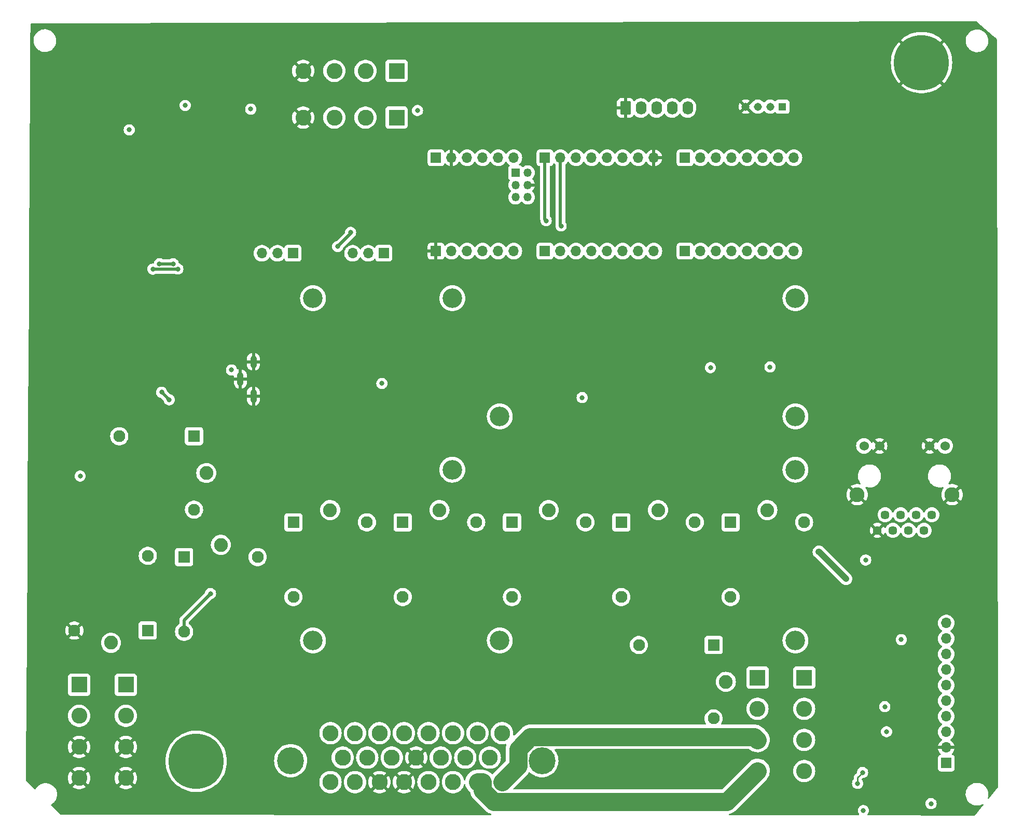
<source format=gbr>
%TF.GenerationSoftware,KiCad,Pcbnew,7.0.9*%
%TF.CreationDate,2024-05-20T07:51:08-06:00*%
%TF.ProjectId,RC11,52433131-2e6b-4696-9361-645f70636258,rev?*%
%TF.SameCoordinates,Original*%
%TF.FileFunction,Copper,L4,Bot*%
%TF.FilePolarity,Positive*%
%FSLAX46Y46*%
G04 Gerber Fmt 4.6, Leading zero omitted, Abs format (unit mm)*
G04 Created by KiCad (PCBNEW 7.0.9) date 2024-05-20 07:51:08*
%MOMM*%
%LPD*%
G01*
G04 APERTURE LIST*
G04 Aperture macros list*
%AMRoundRect*
0 Rectangle with rounded corners*
0 $1 Rounding radius*
0 $2 $3 $4 $5 $6 $7 $8 $9 X,Y pos of 4 corners*
0 Add a 4 corners polygon primitive as box body*
4,1,4,$2,$3,$4,$5,$6,$7,$8,$9,$2,$3,0*
0 Add four circle primitives for the rounded corners*
1,1,$1+$1,$2,$3*
1,1,$1+$1,$4,$5*
1,1,$1+$1,$6,$7*
1,1,$1+$1,$8,$9*
0 Add four rect primitives between the rounded corners*
20,1,$1+$1,$2,$3,$4,$5,0*
20,1,$1+$1,$4,$5,$6,$7,0*
20,1,$1+$1,$6,$7,$8,$9,0*
20,1,$1+$1,$8,$9,$2,$3,0*%
G04 Aperture macros list end*
%TA.AperFunction,ComponentPad*%
%ADD10C,2.625000*%
%TD*%
%TA.AperFunction,ComponentPad*%
%ADD11C,4.395000*%
%TD*%
%TA.AperFunction,ComponentPad*%
%ADD12C,1.446000*%
%TD*%
%TA.AperFunction,ComponentPad*%
%ADD13C,1.530000*%
%TD*%
%TA.AperFunction,ComponentPad*%
%ADD14C,2.445000*%
%TD*%
%TA.AperFunction,ComponentPad*%
%ADD15R,1.950000X1.950000*%
%TD*%
%TA.AperFunction,ComponentPad*%
%ADD16C,2.250000*%
%TD*%
%TA.AperFunction,ComponentPad*%
%ADD17C,1.950000*%
%TD*%
%TA.AperFunction,ComponentPad*%
%ADD18R,1.700000X1.700000*%
%TD*%
%TA.AperFunction,ComponentPad*%
%ADD19O,1.700000X1.700000*%
%TD*%
%TA.AperFunction,ComponentPad*%
%ADD20R,1.350000X1.350000*%
%TD*%
%TA.AperFunction,ComponentPad*%
%ADD21O,1.350000X1.350000*%
%TD*%
%TA.AperFunction,ComponentPad*%
%ADD22R,2.600000X2.600000*%
%TD*%
%TA.AperFunction,ComponentPad*%
%ADD23C,2.600000*%
%TD*%
%TA.AperFunction,ComponentPad*%
%ADD24R,1.308000X1.308000*%
%TD*%
%TA.AperFunction,ComponentPad*%
%ADD25C,1.308000*%
%TD*%
%TA.AperFunction,ComponentPad*%
%ADD26C,9.000000*%
%TD*%
%TA.AperFunction,ComponentPad*%
%ADD27C,3.200000*%
%TD*%
%TA.AperFunction,ComponentPad*%
%ADD28O,1.100000X2.000000*%
%TD*%
%TA.AperFunction,ComponentPad*%
%ADD29O,1.100000X2.200000*%
%TD*%
%TA.AperFunction,ComponentPad*%
%ADD30RoundRect,0.249999X-0.620001X-0.845001X0.620001X-0.845001X0.620001X0.845001X-0.620001X0.845001X0*%
%TD*%
%TA.AperFunction,ComponentPad*%
%ADD31O,1.740000X2.190000*%
%TD*%
%TA.AperFunction,ViaPad*%
%ADD32C,0.800000*%
%TD*%
%TA.AperFunction,Conductor*%
%ADD33C,1.016000*%
%TD*%
%TA.AperFunction,Conductor*%
%ADD34C,0.508000*%
%TD*%
%TA.AperFunction,Conductor*%
%ADD35C,3.000000*%
%TD*%
%TA.AperFunction,Conductor*%
%ADD36C,0.254000*%
%TD*%
G04 APERTURE END LIST*
D10*
%TO.P,J8,1*%
%TO.N,R1*%
X70000000Y-146500000D03*
%TO.P,J8,2*%
%TO.N,R3*%
X74000000Y-146500000D03*
%TO.P,J8,3*%
%TO.N,R4*%
X78000000Y-146500000D03*
%TO.P,J8,4*%
%TO.N,R5*%
X82000000Y-146500000D03*
%TO.P,J8,5*%
%TO.N,R6*%
X86000000Y-146500000D03*
%TO.P,J8,6*%
%TO.N,R7*%
X90000000Y-146500000D03*
%TO.P,J8,7*%
%TO.N,R8*%
X94000000Y-146500000D03*
%TO.P,J8,8*%
%TO.N,Net-(J8-Pad8)*%
X98000000Y-146500000D03*
%TO.P,J8,9*%
%TO.N,R2*%
X72000000Y-150500000D03*
%TO.P,J8,10*%
%TO.N,+5V*%
X76000000Y-150500000D03*
%TO.P,J8,11*%
X80000000Y-150500000D03*
%TO.P,J8,12*%
%TO.N,GND*%
X84000000Y-150500000D03*
%TO.P,J8,13*%
%TO.N,Sensor2*%
X88000000Y-150500000D03*
%TO.P,J8,14*%
%TO.N,Sensor1*%
X92000000Y-150500000D03*
%TO.P,J8,15*%
%TO.N,Net-(J8-Pad15)*%
X96000000Y-150500000D03*
%TO.P,J8,16*%
%TO.N,12V_In*%
X70000000Y-154500000D03*
%TO.P,J8,17*%
X74000000Y-154500000D03*
%TO.P,J8,18*%
%TO.N,GND*%
X78000000Y-154500000D03*
%TO.P,J8,19*%
X82000000Y-154500000D03*
%TO.P,J8,20*%
%TO.N,AIN1*%
X86000000Y-154500000D03*
%TO.P,J8,21*%
%TO.N,AIN0*%
X90000000Y-154500000D03*
%TO.P,J8,22*%
%TO.N,Net-(J8-Pad22)*%
X94000000Y-154500000D03*
%TO.P,J8,23*%
%TO.N,Net-(J8-Pad23)*%
X98000000Y-154500000D03*
D11*
%TO.P,J8,MH1*%
%TO.N,Net-(J8-PadMH1)*%
X63500000Y-151000000D03*
%TO.P,J8,MH2*%
%TO.N,Net-(J8-PadMH2)*%
X104500000Y-151000000D03*
%TD*%
D12*
%TO.P,J12,1*%
%TO.N,Net-(J11-Pad6)*%
X168148000Y-110860800D03*
%TO.P,J12,2*%
%TO.N,Net-(J11-Pad5)*%
X166878000Y-113400800D03*
%TO.P,J12,3*%
%TO.N,Net-(J11-Pad1)*%
X165608000Y-110860800D03*
%TO.P,J12,4*%
%TO.N,Net-(C8-Pad1)*%
X164338000Y-113400800D03*
%TO.P,J12,5*%
X163068000Y-110860800D03*
%TO.P,J12,6*%
%TO.N,Net-(J11-Pad2)*%
X161798000Y-113400800D03*
%TO.P,J12,7*%
%TO.N,Net-(J12-Pad7)*%
X160528000Y-110860800D03*
%TO.P,J12,8*%
%TO.N,GND*%
X159258000Y-113400800D03*
D13*
%TO.P,J12,9*%
%TO.N,Net-(J11-Pad3)*%
X170328000Y-99610800D03*
%TO.P,J12,10*%
%TO.N,GND*%
X167788000Y-99610800D03*
%TO.P,J12,11*%
X159618000Y-99610800D03*
%TO.P,J12,12*%
%TO.N,Net-(J12-Pad12)*%
X157078000Y-99610800D03*
D14*
%TO.P,J12,MH1*%
%TO.N,GND*%
X171448000Y-107560800D03*
%TO.P,J12,MH2*%
X155958000Y-107560800D03*
%TD*%
D15*
%TO.P,RLY8,1*%
%TO.N,Net-(RLY8-Pad1)*%
X132537200Y-132115600D03*
D16*
%TO.P,RLY8,2*%
%TO.N,+12V*%
X134537200Y-138115600D03*
D17*
%TO.P,RLY8,3*%
X132537200Y-144115600D03*
%TO.P,RLY8,4*%
%TO.N,R8*%
X120337200Y-132115600D03*
%TD*%
D15*
%TO.P,RLY2,1*%
%TO.N,Net-(RLY2-Pad1)*%
X46109466Y-117753400D03*
D16*
%TO.P,RLY2,2*%
%TO.N,+12V*%
X52109466Y-115753400D03*
D17*
%TO.P,RLY2,3*%
X58109466Y-117753400D03*
%TO.P,RLY2,4*%
%TO.N,R2*%
X46109466Y-129953400D03*
%TD*%
D15*
%TO.P,RLY3,1*%
%TO.N,Net-(RLY3-Pad1)*%
X63948732Y-112080600D03*
D16*
%TO.P,RLY3,2*%
%TO.N,+12V*%
X69948732Y-110080600D03*
D17*
%TO.P,RLY3,3*%
X75948732Y-112080600D03*
%TO.P,RLY3,4*%
%TO.N,R3*%
X63948732Y-124280600D03*
%TD*%
D15*
%TO.P,RLY4,1*%
%TO.N,Net-(RLY4-Pad1)*%
X81787998Y-112080600D03*
D16*
%TO.P,RLY4,2*%
%TO.N,+12V*%
X87787998Y-110080600D03*
D17*
%TO.P,RLY4,3*%
X93787998Y-112080600D03*
%TO.P,RLY4,4*%
%TO.N,R4*%
X81787998Y-124280600D03*
%TD*%
D15*
%TO.P,RLY5,1*%
%TO.N,Net-(RLY5-Pad1)*%
X99627264Y-112080600D03*
D16*
%TO.P,RLY5,2*%
%TO.N,+12V*%
X105627264Y-110080600D03*
D17*
%TO.P,RLY5,3*%
X111627264Y-112080600D03*
%TO.P,RLY5,4*%
%TO.N,R5*%
X99627264Y-124280600D03*
%TD*%
D15*
%TO.P,RLY6,1*%
%TO.N,Net-(RLY6-Pad1)*%
X117466530Y-112080600D03*
D16*
%TO.P,RLY6,2*%
%TO.N,+12V*%
X123466530Y-110080600D03*
D17*
%TO.P,RLY6,3*%
X129466530Y-112080600D03*
%TO.P,RLY6,4*%
%TO.N,R6*%
X117466530Y-124280600D03*
%TD*%
D15*
%TO.P,RLY7,1*%
%TO.N,Net-(RLY7-Pad1)*%
X135305800Y-112080600D03*
D16*
%TO.P,RLY7,2*%
%TO.N,+12V*%
X141305800Y-110080600D03*
D17*
%TO.P,RLY7,3*%
X147305800Y-112080600D03*
%TO.P,RLY7,4*%
%TO.N,R7*%
X135305800Y-124280600D03*
%TD*%
D18*
%TO.P,J5,1*%
%TO.N,RLY6*%
X127863600Y-67802800D03*
D19*
%TO.P,J5,2*%
%TO.N,RLY7*%
X130403600Y-67802800D03*
%TO.P,J5,3*%
%TO.N,RLY8*%
X132943600Y-67802800D03*
%TO.P,J5,4*%
%TO.N,FlowPin1*%
X135483600Y-67802800D03*
%TO.P,J5,5*%
%TO.N,FlowPin2*%
X138023600Y-67802800D03*
%TO.P,J5,6*%
%TO.N,Net-(J5-Pad6)*%
X140563600Y-67802800D03*
%TO.P,J5,7*%
%TO.N,Net-(J5-Pad7)*%
X143103600Y-67802800D03*
%TO.P,J5,8*%
%TO.N,Net-(J5-Pad8)*%
X145643600Y-67802800D03*
%TD*%
D18*
%TO.P,J7,1*%
%TO.N,Net-(J7-Pad1)*%
X127863600Y-52562800D03*
D19*
%TO.P,J7,2*%
%TO.N,Net-(J7-Pad2)*%
X130403600Y-52562800D03*
%TO.P,J7,3*%
%TO.N,Net-(J7-Pad3)*%
X132943600Y-52562800D03*
%TO.P,J7,4*%
%TO.N,IO37*%
X135483600Y-52562800D03*
%TO.P,J7,5*%
%TO.N,IO36*%
X138023600Y-52562800D03*
%TO.P,J7,6*%
%TO.N,Net-(J7-Pad6)*%
X140563600Y-52562800D03*
%TO.P,J7,7*%
%TO.N,Net-(J7-Pad7)*%
X143103600Y-52562800D03*
%TO.P,J7,8*%
%TO.N,Net-(J7-Pad8)*%
X145643600Y-52562800D03*
%TD*%
D20*
%TO.P,J11,1*%
%TO.N,Net-(J11-Pad1)*%
X100193600Y-55001200D03*
D21*
%TO.P,J11,2*%
%TO.N,Net-(J11-Pad2)*%
X102193600Y-55001200D03*
%TO.P,J11,3*%
%TO.N,Net-(J11-Pad3)*%
X100193600Y-57001200D03*
%TO.P,J11,4*%
%TO.N,GND*%
X102193600Y-57001200D03*
%TO.P,J11,5*%
%TO.N,Net-(J11-Pad5)*%
X100193600Y-59001200D03*
%TO.P,J11,6*%
%TO.N,Net-(J11-Pad6)*%
X102193600Y-59001200D03*
%TD*%
D22*
%TO.P,KF2,1*%
%TO.N,Net-(J8-Pad8)*%
X139701400Y-137449600D03*
X147321400Y-137449600D03*
D23*
%TO.P,KF2,2*%
%TO.N,Net-(J8-Pad15)*%
X147321400Y-142529600D03*
X139701400Y-142529600D03*
%TO.P,KF2,3*%
%TO.N,Net-(J8-Pad23)*%
X139701400Y-147609600D03*
X147321400Y-147609600D03*
%TO.P,KF2,4*%
%TO.N,Net-(J8-Pad22)*%
X147321400Y-152689600D03*
X139701400Y-152689600D03*
%TD*%
D18*
%TO.P,J4,1*%
%TO.N,GND*%
X87223600Y-67802800D03*
D19*
%TO.P,J4,2*%
%TO.N,RX_Teensy*%
X89763600Y-67802800D03*
%TO.P,J4,3*%
%TO.N,TX_Teensy*%
X92303600Y-67802800D03*
%TO.P,J4,4*%
%TO.N,Net-(J4-Pad4)*%
X94843600Y-67802800D03*
%TO.P,J4,5*%
%TO.N,Net-(J4-Pad5)*%
X97383600Y-67802800D03*
%TO.P,J4,6*%
%TO.N,Net-(J4-Pad6)*%
X99923600Y-67802800D03*
%TD*%
D18*
%TO.P,J6,1*%
%TO.N,Net-(J6-Pad1)*%
X105003600Y-67802800D03*
D19*
%TO.P,J6,2*%
%TO.N,Net-(J6-Pad2)*%
X107543600Y-67802800D03*
%TO.P,J6,3*%
%TO.N,RLY1*%
X110083600Y-67802800D03*
%TO.P,J6,4*%
%TO.N,RLY2*%
X112623600Y-67802800D03*
%TO.P,J6,5*%
%TO.N,RLY3*%
X115163600Y-67802800D03*
%TO.P,J6,6*%
%TO.N,RLY4*%
X117703600Y-67802800D03*
%TO.P,J6,7*%
%TO.N,RLY5*%
X120243600Y-67802800D03*
%TO.P,J6,8*%
%TO.N,Net-(J6-Pad8)*%
X122783600Y-67802800D03*
%TD*%
D18*
%TO.P,J15,1*%
%TO.N,+5V*%
X87223600Y-52562800D03*
D19*
%TO.P,J15,2*%
%TO.N,GND*%
X89763600Y-52562800D03*
%TO.P,J15,3*%
%TO.N,Net-(J15-Pad3)*%
X92303600Y-52562800D03*
%TO.P,J15,4*%
%TO.N,Net-(J15-Pad4)*%
X94843600Y-52562800D03*
%TO.P,J15,5*%
%TO.N,Net-(J15-Pad5)*%
X97383600Y-52562800D03*
%TO.P,J15,6*%
%TO.N,Net-(J15-Pad6)*%
X99923600Y-52562800D03*
%TD*%
D18*
%TO.P,J16,1*%
%TO.N,SCL_Teensy*%
X105003600Y-52562800D03*
D19*
%TO.P,J16,2*%
%TO.N,SDA_Teensy*%
X107543600Y-52562800D03*
%TO.P,J16,3*%
%TO.N,TX4*%
X110083600Y-52562800D03*
%TO.P,J16,4*%
%TO.N,RX4*%
X112623600Y-52562800D03*
%TO.P,J16,5*%
%TO.N,IO15*%
X115163600Y-52562800D03*
%TO.P,J16,6*%
%TO.N,IO14*%
X117703600Y-52562800D03*
%TO.P,J16,7*%
%TO.N,Net-(J16-Pad7)*%
X120243600Y-52562800D03*
%TO.P,J16,8*%
%TO.N,GND*%
X122783600Y-52562800D03*
%TD*%
D24*
%TO.P,J21,1*%
%TO.N,IO37*%
X143766800Y-44219800D03*
D25*
%TO.P,J21,2*%
%TO.N,IO36*%
X141766800Y-44219800D03*
%TO.P,J21,3*%
%TO.N,Net-(J21-Pad3)*%
X139766800Y-44219800D03*
%TO.P,J21,4*%
%TO.N,GND*%
X137766800Y-44219800D03*
%TD*%
D26*
%TO.P,J14,1*%
%TO.N,GND*%
X166471600Y-37033200D03*
%TD*%
%TO.P,J17,1*%
%TO.N,12V_In*%
X48082200Y-151104600D03*
%TD*%
D22*
%TO.P,KF1,1*%
%TO.N,12V_In*%
X28982800Y-138592600D03*
X36602800Y-138592600D03*
D23*
%TO.P,KF1,2*%
X28982800Y-143672600D03*
X36602800Y-143672600D03*
%TO.P,KF1,3*%
%TO.N,GND*%
X28982800Y-148752600D03*
X36602800Y-148752600D03*
%TO.P,KF1,4*%
X36602800Y-153832600D03*
X28982800Y-153832600D03*
%TD*%
D27*
%TO.P,REF\u002A\u002A,8*%
%TO.N,N/C*%
X67147800Y-131365600D03*
X97627800Y-131365600D03*
X145887800Y-103485600D03*
X67147800Y-75485600D03*
X89887800Y-75485600D03*
X97627800Y-94785600D03*
X145887800Y-94785600D03*
X145887800Y-131365600D03*
X89887800Y-103485600D03*
X145887800Y-75485600D03*
%TD*%
D15*
%TO.P,RLY1,1*%
%TO.N,Net-(RLY1-Pad1)*%
X47726600Y-98018600D03*
D16*
%TO.P,RLY1,2*%
%TO.N,+12V*%
X49726600Y-104018600D03*
D17*
%TO.P,RLY1,3*%
X47726600Y-110018600D03*
%TO.P,RLY1,4*%
%TO.N,R1*%
X35526600Y-98018600D03*
%TD*%
D28*
%TO.P,J9,S1*%
%TO.N,GND*%
X57429400Y-85871400D03*
D29*
%TO.P,J9,S2*%
X57429400Y-91471400D03*
%TO.P,J9,S3*%
X55279400Y-88671400D03*
%TD*%
D18*
%TO.P,J10,1*%
%TO.N,RX_Teensy*%
X78689200Y-68158400D03*
D19*
%TO.P,J10,2*%
%TO.N,TX_ESP*%
X76149200Y-68158400D03*
%TO.P,J10,3*%
%TO.N,RX_CH340*%
X73609200Y-68158400D03*
%TD*%
D18*
%TO.P,J18,1*%
%TO.N,TX_Teensy*%
X63881000Y-68158400D03*
D19*
%TO.P,J18,2*%
%TO.N,RX_ESP*%
X61341000Y-68158400D03*
%TO.P,J18,3*%
%TO.N,TX_CH340*%
X58801000Y-68158400D03*
%TD*%
D18*
%TO.P,J19,1*%
%TO.N,+5V*%
X170510200Y-151394200D03*
D19*
%TO.P,J19,2*%
%TO.N,GND*%
X170510200Y-148854200D03*
%TO.P,J19,3*%
%TO.N,Net-(IC3-Pad6)*%
X170510200Y-146314200D03*
%TO.P,J19,4*%
%TO.N,Net-(IC3-Pad5)*%
X170510200Y-143774200D03*
%TO.P,J19,5*%
%TO.N,+5V*%
X170510200Y-141234200D03*
%TO.P,J19,6*%
%TO.N,Net-(J19-Pad6)*%
X170510200Y-138694200D03*
%TO.P,J19,7*%
%TO.N,AIN0*%
X170510200Y-136154200D03*
%TO.P,J19,8*%
%TO.N,AIN1*%
X170510200Y-133614200D03*
%TO.P,J19,9*%
%TO.N,Net-(J19-Pad9)*%
X170510200Y-131074200D03*
%TO.P,J19,10*%
%TO.N,Net-(J19-Pad10)*%
X170510200Y-128534200D03*
%TD*%
D30*
%TO.P,J13,1*%
%TO.N,GND*%
X118135400Y-44439800D03*
D31*
%TO.P,J13,2*%
%TO.N,IO15*%
X120675400Y-44439800D03*
%TO.P,J13,3*%
%TO.N,IO14*%
X123215400Y-44439800D03*
%TO.P,J13,4*%
%TO.N,IO36*%
X125755400Y-44439800D03*
%TO.P,J13,5*%
%TO.N,IO37*%
X128295400Y-44439800D03*
%TD*%
D15*
%TO.P,RLY9,1*%
%TO.N,Net-(D1-Pad1)*%
X40182800Y-129753400D03*
D16*
%TO.P,RLY9,2*%
%TO.N,12V_In*%
X34182800Y-131753400D03*
D17*
%TO.P,RLY9,3*%
%TO.N,GND*%
X28182800Y-129753400D03*
%TO.P,RLY9,4*%
%TO.N,+12V*%
X40182800Y-117553400D03*
%TD*%
D22*
%TO.P,KF3,1*%
%TO.N,Net-(KF3-Pad1)*%
X80797400Y-46000800D03*
X80797400Y-38380800D03*
D23*
%TO.P,KF3,2*%
%TO.N,Net-(KF3-Pad2)*%
X75717400Y-38380800D03*
X75717400Y-46000800D03*
%TO.P,KF3,3*%
%TO.N,+5V*%
X70637400Y-38380800D03*
X70637400Y-46000800D03*
%TO.P,KF3,4*%
%TO.N,GND*%
X65557400Y-38380800D03*
X65557400Y-46000800D03*
%TD*%
D32*
%TO.N,GND*%
X46238200Y-33578800D03*
X47686000Y-45364400D03*
X42529800Y-48082200D03*
X142664200Y-74203600D03*
X57287200Y-47828200D03*
X166116000Y-157972800D03*
X155041600Y-159192000D03*
X125882400Y-104658200D03*
X107924600Y-104734400D03*
X88112600Y-105140800D03*
X72085200Y-107503000D03*
X91338400Y-48006000D03*
X91211400Y-37338000D03*
X86207600Y-37490400D03*
X47625000Y-63423800D03*
X48945800Y-63449200D03*
X46278800Y-63449200D03*
X52806600Y-73507600D03*
X25984200Y-110566200D03*
X57962800Y-103428800D03*
X162356800Y-118516402D03*
X114424065Y-139300865D03*
X110998000Y-82179200D03*
X138912600Y-104251800D03*
X54457598Y-112318800D03*
X85714800Y-85293200D03*
X50850800Y-71755000D03*
X132809000Y-74203600D03*
X161035798Y-136179398D03*
X61468002Y-77952600D03*
X71501000Y-83007200D03*
X95394522Y-43549829D03*
X47396400Y-94386400D03*
X80035400Y-83830200D03*
X32588200Y-62814200D03*
X74894400Y-87350600D03*
X55463400Y-95834200D03*
X60579000Y-33426400D03*
X84886800Y-47955200D03*
X52044600Y-94488000D03*
X156006800Y-149971800D03*
%TO.N,+12V*%
X111074200Y-91729600D03*
X56982400Y-44627800D03*
X29146000Y-104533200D03*
%TO.N,+5V*%
X46289000Y-44018200D03*
X163169600Y-131226600D03*
X168021000Y-158023600D03*
X156972000Y-159141200D03*
X160754163Y-146264087D03*
X53848000Y-87198200D03*
X141732004Y-86725800D03*
X84201000Y-44856400D03*
X78399600Y-89408000D03*
X160477200Y-142174000D03*
X132015218Y-86841382D03*
X157353000Y-118237000D03*
X37160200Y-48006000D03*
%TO.N,+3V3*%
X149707600Y-116916200D03*
X154152600Y-121310400D03*
%TO.N,R2*%
X50419000Y-123723400D03*
%TO.N,EN*%
X43676296Y-92069182D03*
X42443400Y-90855800D03*
%TO.N,TX_Teensy*%
X73279000Y-64757379D03*
X71170800Y-67056000D03*
%TO.N,TX_ESP*%
X44334738Y-69884990D03*
X42077315Y-69884990D03*
%TO.N,RX_ESP*%
X41021000Y-70739000D03*
X45085000Y-70713600D03*
%TO.N,AIN1*%
X156032200Y-154721600D03*
X156845000Y-152943600D03*
%TO.N,SDA_Teensy*%
X107645200Y-63693610D03*
%TO.N,SCL_Teensy*%
X105206800Y-62839600D03*
%TD*%
D33*
%TO.N,+3V3*%
X154152600Y-121310400D02*
X149758400Y-116916200D01*
X149758400Y-116916200D02*
X149707600Y-116916200D01*
D34*
%TO.N,R2*%
X46109466Y-129953400D02*
X46109466Y-128032934D01*
X46109466Y-128032934D02*
X50419000Y-123723400D01*
D35*
%TO.N,Net-(J8-Pad23)*%
X139194299Y-147102499D02*
X102629199Y-147102499D01*
X100602499Y-151897501D02*
X98000000Y-154500000D01*
X139701400Y-147609600D02*
X139194299Y-147102499D01*
X102629199Y-147102499D02*
X100602499Y-149129199D01*
X100602499Y-149129199D02*
X100602499Y-151897501D01*
%TO.N,Net-(J8-Pad22)*%
X94799992Y-155825488D02*
X96674512Y-157700008D01*
X134690992Y-157700008D02*
X139701400Y-152689600D01*
X94799992Y-154500000D02*
X94799992Y-155825488D01*
X96674512Y-157700008D02*
X134690992Y-157700008D01*
X94000000Y-154500000D02*
X94799992Y-154500000D01*
D34*
%TO.N,EN*%
X43676296Y-92069182D02*
X42462914Y-90855800D01*
X42462914Y-90855800D02*
X42443400Y-90855800D01*
%TO.N,TX_Teensy*%
X71170800Y-67056000D02*
X73279000Y-64947800D01*
X73279000Y-64947800D02*
X73279000Y-64757379D01*
%TO.N,TX_ESP*%
X42077315Y-69884990D02*
X44334738Y-69884990D01*
%TO.N,RX_ESP*%
X45059600Y-70739000D02*
X45085000Y-70713600D01*
X41021000Y-70739000D02*
X45059600Y-70739000D01*
D36*
%TO.N,AIN1*%
X156032200Y-153756400D02*
X156845000Y-152943600D01*
X156032200Y-154721600D02*
X156032200Y-153756400D01*
D34*
%TO.N,SDA_Teensy*%
X107543600Y-63592010D02*
X107645200Y-63693610D01*
X107543600Y-52562800D02*
X107543600Y-63592010D01*
%TO.N,SCL_Teensy*%
X105003600Y-52562800D02*
X105003600Y-62636400D01*
X105003600Y-62636400D02*
X105206800Y-62839600D01*
%TD*%
%TA.AperFunction,Conductor*%
%TO.N,GND*%
G36*
X175484062Y-30322158D02*
G01*
X175498882Y-30333252D01*
X178125174Y-32618727D01*
X178694118Y-33113839D01*
X178747385Y-33160193D01*
X178785642Y-33220000D01*
X178790671Y-33255085D01*
X178942943Y-155361732D01*
X178923026Y-155429878D01*
X178913783Y-155442499D01*
X177494309Y-157147773D01*
X177435355Y-157187332D01*
X177364372Y-157188739D01*
X177303898Y-157151546D01*
X177273131Y-157087562D01*
X177278218Y-157026480D01*
X177309116Y-156935910D01*
X177309118Y-156935905D01*
X177337194Y-156783905D01*
X177358318Y-156669541D01*
X177358319Y-156669530D01*
X177368212Y-156398835D01*
X177352959Y-156260210D01*
X177338587Y-156129585D01*
X177270071Y-155867509D01*
X177164130Y-155618210D01*
X177123003Y-155550821D01*
X177023018Y-155386990D01*
X176849745Y-155178780D01*
X176849741Y-155178777D01*
X176849740Y-155178775D01*
X176648012Y-154998027D01*
X176648002Y-154998018D01*
X176422090Y-154848556D01*
X176176824Y-154733580D01*
X175955190Y-154666900D01*
X175917425Y-154655538D01*
X175649442Y-154616100D01*
X175649439Y-154616100D01*
X175446369Y-154616100D01*
X175446367Y-154616100D01*
X175243839Y-154630923D01*
X175243838Y-154630923D01*
X174979456Y-154689817D01*
X174979441Y-154689822D01*
X174726441Y-154786586D01*
X174490229Y-154919155D01*
X174490225Y-154919157D01*
X174275818Y-155084716D01*
X174087815Y-155279717D01*
X174087810Y-155279723D01*
X173930203Y-155500017D01*
X173930196Y-155500027D01*
X173806343Y-155740924D01*
X173806342Y-155740927D01*
X173718883Y-155997289D01*
X173718880Y-155997302D01*
X173669681Y-156263658D01*
X173669680Y-156263669D01*
X173659788Y-156534365D01*
X173689412Y-156803614D01*
X173757928Y-157065690D01*
X173863869Y-157314989D01*
X173882023Y-157344735D01*
X174004982Y-157546210D01*
X174178255Y-157754420D01*
X174379998Y-157935182D01*
X174605910Y-158084644D01*
X174851176Y-158199620D01*
X175110569Y-158277660D01*
X175110572Y-158277660D01*
X175110574Y-158277661D01*
X175378557Y-158317100D01*
X175378561Y-158317100D01*
X175581633Y-158317100D01*
X175616363Y-158314557D01*
X175784156Y-158302277D01*
X175784160Y-158302276D01*
X175784161Y-158302276D01*
X175963102Y-158262415D01*
X176048553Y-158243380D01*
X176301558Y-158146614D01*
X176384597Y-158100010D01*
X176453787Y-158084114D01*
X176520592Y-158108149D01*
X176563796Y-158164486D01*
X176569685Y-158235238D01*
X176543101Y-158290499D01*
X175196224Y-159908559D01*
X175137270Y-159948118D01*
X175099277Y-159953949D01*
X157758885Y-159939191D01*
X157690781Y-159919131D01*
X157644334Y-159865436D01*
X157634290Y-159795153D01*
X157663838Y-159730598D01*
X157665357Y-159728880D01*
X157666565Y-159727539D01*
X157711040Y-159678144D01*
X157806527Y-159512756D01*
X157865542Y-159331128D01*
X157885504Y-159141200D01*
X157865542Y-158951272D01*
X157806527Y-158769644D01*
X157711040Y-158604256D01*
X157711038Y-158604254D01*
X157711034Y-158604248D01*
X157583255Y-158462335D01*
X157428752Y-158350082D01*
X157254288Y-158272406D01*
X157067487Y-158232700D01*
X156876513Y-158232700D01*
X156689711Y-158272406D01*
X156515247Y-158350082D01*
X156360744Y-158462335D01*
X156232965Y-158604248D01*
X156232958Y-158604258D01*
X156137476Y-158769638D01*
X156137473Y-158769645D01*
X156078457Y-158951272D01*
X156058496Y-159141200D01*
X156078457Y-159331127D01*
X156100639Y-159399395D01*
X156137473Y-159512756D01*
X156144411Y-159524773D01*
X156229983Y-159672989D01*
X156232960Y-159678144D01*
X156277436Y-159727540D01*
X156308153Y-159791547D01*
X156299390Y-159862000D01*
X156253927Y-159916532D01*
X156186199Y-159937827D01*
X156183693Y-159937850D01*
X135109905Y-159919915D01*
X135041801Y-159899855D01*
X134995354Y-159846160D01*
X134985310Y-159775877D01*
X135014858Y-159711322D01*
X135074617Y-159672989D01*
X135081644Y-159671150D01*
X135122102Y-159661810D01*
X135125715Y-159660976D01*
X135138909Y-159658171D01*
X135245962Y-159635417D01*
X135258889Y-159630710D01*
X135266265Y-159628526D01*
X135279655Y-159625436D01*
X135394397Y-159581390D01*
X135509918Y-159539345D01*
X135522059Y-159532888D01*
X135529049Y-159529702D01*
X135541894Y-159524773D01*
X135649409Y-159465175D01*
X135757934Y-159407472D01*
X135769050Y-159399395D01*
X135775549Y-159395254D01*
X135777757Y-159394030D01*
X135787571Y-159388591D01*
X135885718Y-159314631D01*
X135985184Y-159242366D01*
X135995087Y-159232801D01*
X136000928Y-159227813D01*
X136011904Y-159219544D01*
X136098789Y-159132658D01*
X136187244Y-159047239D01*
X136195720Y-159036388D01*
X136200797Y-159030649D01*
X137207846Y-158023600D01*
X167107496Y-158023600D01*
X167127457Y-158213527D01*
X167153664Y-158294180D01*
X167186473Y-158395156D01*
X167186476Y-158395161D01*
X167281958Y-158560541D01*
X167281965Y-158560551D01*
X167409744Y-158702464D01*
X167409747Y-158702466D01*
X167564248Y-158814718D01*
X167738712Y-158892394D01*
X167925513Y-158932100D01*
X168116487Y-158932100D01*
X168303288Y-158892394D01*
X168477752Y-158814718D01*
X168632253Y-158702466D01*
X168760040Y-158560544D01*
X168855527Y-158395156D01*
X168914542Y-158213528D01*
X168934504Y-158023600D01*
X168914542Y-157833672D01*
X168855527Y-157652044D01*
X168760040Y-157486656D01*
X168760038Y-157486654D01*
X168760034Y-157486648D01*
X168632255Y-157344735D01*
X168477752Y-157232482D01*
X168303288Y-157154806D01*
X168116487Y-157115100D01*
X167925513Y-157115100D01*
X167738711Y-157154806D01*
X167564247Y-157232482D01*
X167409744Y-157344735D01*
X167281965Y-157486648D01*
X167281958Y-157486658D01*
X167186476Y-157652038D01*
X167186473Y-157652045D01*
X167127457Y-157833672D01*
X167107496Y-158023600D01*
X137207846Y-158023600D01*
X140509848Y-154721600D01*
X155118696Y-154721600D01*
X155138657Y-154911527D01*
X155166763Y-154998027D01*
X155197673Y-155093156D01*
X155197676Y-155093161D01*
X155293158Y-155258541D01*
X155293165Y-155258551D01*
X155420944Y-155400464D01*
X155420947Y-155400466D01*
X155575448Y-155512718D01*
X155749912Y-155590394D01*
X155936713Y-155630100D01*
X156127687Y-155630100D01*
X156314488Y-155590394D01*
X156488952Y-155512718D01*
X156643453Y-155400466D01*
X156706430Y-155330523D01*
X156771234Y-155258551D01*
X156771235Y-155258549D01*
X156771240Y-155258544D01*
X156866727Y-155093156D01*
X156925742Y-154911528D01*
X156945704Y-154721600D01*
X156925742Y-154531672D01*
X156866727Y-154350044D01*
X156771240Y-154184656D01*
X156724000Y-154132191D01*
X156693285Y-154068187D01*
X156702048Y-153997733D01*
X156728538Y-153958793D01*
X156798329Y-153889002D01*
X156860640Y-153854979D01*
X156887422Y-153852100D01*
X156940487Y-153852100D01*
X157127288Y-153812394D01*
X157301752Y-153734718D01*
X157456253Y-153622466D01*
X157535207Y-153534779D01*
X157584034Y-153480551D01*
X157584035Y-153480549D01*
X157584040Y-153480544D01*
X157679527Y-153315156D01*
X157738542Y-153133528D01*
X157758504Y-152943600D01*
X157738542Y-152753672D01*
X157679527Y-152572044D01*
X157584040Y-152406656D01*
X157584038Y-152406654D01*
X157584034Y-152406648D01*
X157456255Y-152264735D01*
X157301752Y-152152482D01*
X157127288Y-152074806D01*
X156940487Y-152035100D01*
X156749513Y-152035100D01*
X156562711Y-152074806D01*
X156388247Y-152152482D01*
X156233744Y-152264735D01*
X156105965Y-152406648D01*
X156105958Y-152406658D01*
X156017634Y-152559640D01*
X156010473Y-152572044D01*
X156002337Y-152597083D01*
X155951457Y-152753672D01*
X155934425Y-152915730D01*
X155907412Y-152981387D01*
X155898210Y-152991655D01*
X155642277Y-153247588D01*
X155629816Y-153257573D01*
X155630001Y-153257797D01*
X155623897Y-153262846D01*
X155575774Y-153314092D01*
X155554558Y-153335309D01*
X155554553Y-153335314D01*
X155550232Y-153340883D01*
X155546385Y-153345387D01*
X155513985Y-153379890D01*
X155513984Y-153379892D01*
X155504176Y-153397732D01*
X155493324Y-153414250D01*
X155480854Y-153430325D01*
X155480850Y-153430332D01*
X155462043Y-153473788D01*
X155459433Y-153479116D01*
X155436633Y-153520591D01*
X155436630Y-153520599D01*
X155431570Y-153540307D01*
X155425168Y-153559007D01*
X155417082Y-153577693D01*
X155417081Y-153577697D01*
X155409676Y-153624451D01*
X155408472Y-153630265D01*
X155396700Y-153676117D01*
X155396700Y-153696465D01*
X155395149Y-153716175D01*
X155391965Y-153736278D01*
X155391965Y-153736279D01*
X155396420Y-153783410D01*
X155396700Y-153789343D01*
X155396700Y-154021296D01*
X155376698Y-154089417D01*
X155364336Y-154105606D01*
X155293165Y-154184648D01*
X155293158Y-154184658D01*
X155197676Y-154350038D01*
X155197673Y-154350044D01*
X155188654Y-154377802D01*
X155138657Y-154531672D01*
X155118696Y-154721600D01*
X140509848Y-154721600D01*
X141171225Y-154060223D01*
X141178817Y-154051490D01*
X141309370Y-153901305D01*
X141309369Y-153901305D01*
X141309377Y-153901297D01*
X141462364Y-153665718D01*
X141581076Y-153411139D01*
X141635148Y-153234275D01*
X141663199Y-153142525D01*
X141663199Y-153142524D01*
X141663199Y-153142523D01*
X141663201Y-153142517D01*
X141707144Y-152865080D01*
X141710207Y-152689600D01*
X145507829Y-152689600D01*
X145528085Y-152959902D01*
X145588401Y-153224160D01*
X145588402Y-153224162D01*
X145687427Y-153476475D01*
X145687430Y-153476483D01*
X145822954Y-153711217D01*
X145822956Y-153711220D01*
X145822957Y-153711221D01*
X145841695Y-153734718D01*
X145991961Y-153923146D01*
X146072348Y-153997733D01*
X146190657Y-154107507D01*
X146190663Y-154107511D01*
X146414605Y-154260193D01*
X146414612Y-154260197D01*
X146414615Y-154260199D01*
X146500822Y-154301714D01*
X146658823Y-154377804D01*
X146658836Y-154377809D01*
X146917831Y-154457698D01*
X146917833Y-154457698D01*
X146917842Y-154457701D01*
X147185872Y-154498100D01*
X147185876Y-154498100D01*
X147456924Y-154498100D01*
X147456928Y-154498100D01*
X147724958Y-154457701D01*
X147776644Y-154441758D01*
X147983963Y-154377809D01*
X147983965Y-154377807D01*
X147983972Y-154377806D01*
X147983977Y-154377803D01*
X147983981Y-154377802D01*
X148228180Y-154260202D01*
X148228180Y-154260201D01*
X148228186Y-154260199D01*
X148452143Y-154107507D01*
X148650842Y-153923142D01*
X148819843Y-153711221D01*
X148921713Y-153534777D01*
X148955369Y-153476483D01*
X148955371Y-153476479D01*
X149054399Y-153224159D01*
X149114715Y-152959899D01*
X149134971Y-152689600D01*
X149114715Y-152419301D01*
X149054399Y-152155041D01*
X148955371Y-151902721D01*
X148955370Y-151902720D01*
X148955369Y-151902716D01*
X148819845Y-151667982D01*
X148762115Y-151595591D01*
X148650842Y-151456058D01*
X148650841Y-151456057D01*
X148650838Y-151456053D01*
X148474374Y-151292320D01*
X148452143Y-151271693D01*
X148228186Y-151119001D01*
X148228183Y-151119000D01*
X148228181Y-151118998D01*
X148228180Y-151118997D01*
X147983981Y-151001397D01*
X147983963Y-151001390D01*
X147724968Y-150921501D01*
X147724960Y-150921499D01*
X147724958Y-150921499D01*
X147456928Y-150881100D01*
X147185872Y-150881100D01*
X146917842Y-150921499D01*
X146917840Y-150921499D01*
X146917831Y-150921501D01*
X146658836Y-151001390D01*
X146658823Y-151001395D01*
X146414612Y-151119002D01*
X146414605Y-151119006D01*
X146190663Y-151271688D01*
X146190651Y-151271698D01*
X145991961Y-151456053D01*
X145822954Y-151667982D01*
X145687430Y-151902716D01*
X145687427Y-151902724D01*
X145588402Y-152155037D01*
X145588401Y-152155039D01*
X145528085Y-152419297D01*
X145507829Y-152689600D01*
X141710207Y-152689600D01*
X141712046Y-152584226D01*
X141683703Y-152353396D01*
X141677814Y-152305431D01*
X141677813Y-152305429D01*
X141677813Y-152305425D01*
X141605112Y-152034100D01*
X141495357Y-151775533D01*
X141350685Y-151534758D01*
X141173911Y-151316462D01*
X140968477Y-151124891D01*
X140844531Y-151038103D01*
X140738382Y-150963776D01*
X140576122Y-150881100D01*
X140488100Y-150836250D01*
X140488096Y-150836248D01*
X140488095Y-150836248D01*
X140488091Y-150836246D01*
X140222524Y-150744804D01*
X140222505Y-150744799D01*
X139946779Y-150691202D01*
X139946766Y-150691201D01*
X139666273Y-150676501D01*
X139666266Y-150676502D01*
X139666264Y-150676502D01*
X139666262Y-150676502D01*
X139386434Y-150700983D01*
X139318009Y-150716780D01*
X139112734Y-150764172D01*
X138850498Y-150864835D01*
X138850496Y-150864835D01*
X138604823Y-151001014D01*
X138380487Y-151170064D01*
X138380480Y-151170070D01*
X133895949Y-155654603D01*
X133833637Y-155688629D01*
X133806854Y-155691508D01*
X99953130Y-155691508D01*
X99885009Y-155671506D01*
X99838516Y-155617850D01*
X99828412Y-155547576D01*
X99857906Y-155482996D01*
X99864035Y-155476413D01*
X100204936Y-155135512D01*
X101984385Y-153356061D01*
X101986722Y-153353844D01*
X102050821Y-153296130D01*
X102129825Y-153201976D01*
X102210476Y-153109199D01*
X102217972Y-153097654D01*
X102222531Y-153091493D01*
X102231378Y-153080951D01*
X102296504Y-152976725D01*
X102350888Y-152892982D01*
X102404761Y-152846749D01*
X102475082Y-152836979D01*
X102539522Y-152866779D01*
X102545652Y-152872515D01*
X102702302Y-153029165D01*
X102702308Y-153029170D01*
X102702310Y-153029172D01*
X102960007Y-153231065D01*
X103240161Y-153400423D01*
X103240163Y-153400424D01*
X103240165Y-153400425D01*
X103240171Y-153400428D01*
X103538680Y-153534777D01*
X103538681Y-153534777D01*
X103538685Y-153534779D01*
X103721981Y-153591896D01*
X103851227Y-153632171D01*
X103896231Y-153640418D01*
X104173232Y-153691180D01*
X104391077Y-153704357D01*
X104499999Y-153710946D01*
X104500000Y-153710946D01*
X104500001Y-153710946D01*
X104581692Y-153706004D01*
X104826768Y-153691180D01*
X105148772Y-153632171D01*
X105461315Y-153534779D01*
X105759839Y-153400423D01*
X106039993Y-153231065D01*
X106297690Y-153029172D01*
X106529172Y-152797690D01*
X106731065Y-152539993D01*
X106900423Y-152259839D01*
X107034779Y-151961315D01*
X107132171Y-151648772D01*
X107191180Y-151326768D01*
X107210138Y-151013362D01*
X107210946Y-151000001D01*
X107210946Y-150999998D01*
X107197165Y-150772170D01*
X107191180Y-150673232D01*
X107132171Y-150351228D01*
X107034779Y-150038685D01*
X107033436Y-150035700D01*
X106900428Y-149740171D01*
X106900425Y-149740165D01*
X106880917Y-149707895D01*
X106731065Y-149460007D01*
X106686837Y-149403554D01*
X106617229Y-149314706D01*
X106590963Y-149248746D01*
X106604527Y-149179057D01*
X106653614Y-149127765D01*
X106716414Y-149110999D01*
X138319989Y-149110999D01*
X138388110Y-149131001D01*
X138402654Y-149141906D01*
X138489702Y-149217577D01*
X138725282Y-149370564D01*
X138979860Y-149489276D01*
X139125584Y-149533827D01*
X139248474Y-149571399D01*
X139248477Y-149571399D01*
X139248482Y-149571401D01*
X139525920Y-149615344D01*
X139793024Y-149620006D01*
X139806771Y-149620246D01*
X139806771Y-149620245D01*
X139806774Y-149620246D01*
X140008592Y-149595465D01*
X140085568Y-149586014D01*
X140085568Y-149586013D01*
X140085575Y-149586013D01*
X140356900Y-149513312D01*
X140615467Y-149403557D01*
X140856242Y-149258885D01*
X141074538Y-149082111D01*
X141266109Y-148876677D01*
X141427225Y-148646580D01*
X141554749Y-148396300D01*
X141646200Y-148130708D01*
X141699798Y-147854972D01*
X141707215Y-147713432D01*
X141712657Y-147609600D01*
X145507829Y-147609600D01*
X145528085Y-147879902D01*
X145588401Y-148144160D01*
X145588402Y-148144162D01*
X145687427Y-148396475D01*
X145687430Y-148396483D01*
X145822954Y-148631217D01*
X145822956Y-148631220D01*
X145822957Y-148631221D01*
X145861458Y-148679500D01*
X145991961Y-148843146D01*
X146111132Y-148953719D01*
X146190657Y-149027507D01*
X146190663Y-149027511D01*
X146414605Y-149180193D01*
X146414612Y-149180197D01*
X146414615Y-149180199D01*
X146527524Y-149234573D01*
X146658823Y-149297804D01*
X146658836Y-149297809D01*
X146917831Y-149377698D01*
X146917833Y-149377698D01*
X146917842Y-149377701D01*
X147185872Y-149418100D01*
X147185876Y-149418100D01*
X147456924Y-149418100D01*
X147456928Y-149418100D01*
X147724958Y-149377701D01*
X147850813Y-149338880D01*
X147983963Y-149297809D01*
X147983965Y-149297807D01*
X147983972Y-149297806D01*
X147983977Y-149297803D01*
X147983981Y-149297802D01*
X148228180Y-149180202D01*
X148228180Y-149180201D01*
X148228186Y-149180199D01*
X148452143Y-149027507D01*
X148650842Y-148843142D01*
X148819843Y-148631221D01*
X148929913Y-148440574D01*
X148955369Y-148396483D01*
X148955371Y-148396479D01*
X149054399Y-148144159D01*
X149114715Y-147879899D01*
X149134971Y-147609600D01*
X149114715Y-147339301D01*
X149054399Y-147075041D01*
X148955371Y-146822721D01*
X148955370Y-146822720D01*
X148955369Y-146822716D01*
X148819845Y-146587982D01*
X148780444Y-146538575D01*
X148650842Y-146376058D01*
X148650841Y-146376057D01*
X148650838Y-146376053D01*
X148530166Y-146264087D01*
X159840659Y-146264087D01*
X159860620Y-146454014D01*
X159879793Y-146513021D01*
X159919636Y-146635643D01*
X159919639Y-146635648D01*
X160015121Y-146801028D01*
X160015128Y-146801038D01*
X160142907Y-146942951D01*
X160200765Y-146984987D01*
X160297411Y-147055205D01*
X160471875Y-147132881D01*
X160658676Y-147172587D01*
X160849650Y-147172587D01*
X161036451Y-147132881D01*
X161210915Y-147055205D01*
X161365416Y-146942953D01*
X161385692Y-146920434D01*
X161493197Y-146801038D01*
X161493198Y-146801036D01*
X161493203Y-146801031D01*
X161588690Y-146635643D01*
X161647705Y-146454015D01*
X161662400Y-146314200D01*
X169147044Y-146314200D01*
X169163519Y-146513023D01*
X169165637Y-146538575D01*
X169220902Y-146756812D01*
X169220903Y-146756813D01*
X169220904Y-146756816D01*
X169292670Y-146920427D01*
X169311341Y-146962993D01*
X169434475Y-147151465D01*
X169434479Y-147151470D01*
X169465210Y-147184852D01*
X169576592Y-147305844D01*
X169586962Y-147317108D01*
X169615476Y-147339301D01*
X169764624Y-147455389D01*
X169798405Y-147473670D01*
X169848796Y-147523682D01*
X169864149Y-147592999D01*
X169839589Y-147659612D01*
X169798409Y-147695296D01*
X169764904Y-147713428D01*
X169764898Y-147713432D01*
X169587297Y-147851665D01*
X169434874Y-148017241D01*
X169311780Y-148205651D01*
X169221379Y-148411743D01*
X169221376Y-148411750D01*
X169173655Y-148600199D01*
X169173656Y-148600200D01*
X170079084Y-148600200D01*
X170050707Y-148644356D01*
X170010200Y-148782311D01*
X170010200Y-148926089D01*
X170050707Y-149064044D01*
X170079084Y-149108200D01*
X169173655Y-149108200D01*
X169221376Y-149296649D01*
X169221379Y-149296656D01*
X169311780Y-149502748D01*
X169434874Y-149691158D01*
X169578181Y-149846832D01*
X169609601Y-149910497D01*
X169601614Y-149981043D01*
X169556755Y-150036072D01*
X169529513Y-150050224D01*
X169413995Y-150093311D01*
X169413992Y-150093312D01*
X169296938Y-150180938D01*
X169209312Y-150297992D01*
X169209310Y-150297997D01*
X169158211Y-150434995D01*
X169158209Y-150435003D01*
X169151700Y-150495550D01*
X169151700Y-152292849D01*
X169158209Y-152353396D01*
X169158211Y-152353404D01*
X169209310Y-152490402D01*
X169209312Y-152490407D01*
X169296938Y-152607461D01*
X169413992Y-152695087D01*
X169413994Y-152695088D01*
X169413996Y-152695089D01*
X169452089Y-152709297D01*
X169550995Y-152746188D01*
X169551003Y-152746190D01*
X169611550Y-152752699D01*
X169611555Y-152752699D01*
X169611562Y-152752700D01*
X169611568Y-152752700D01*
X171408832Y-152752700D01*
X171408838Y-152752700D01*
X171408845Y-152752699D01*
X171408849Y-152752699D01*
X171469396Y-152746190D01*
X171469399Y-152746189D01*
X171469401Y-152746189D01*
X171470171Y-152745902D01*
X171533548Y-152722263D01*
X171606404Y-152695089D01*
X171613737Y-152689600D01*
X171723461Y-152607461D01*
X171811087Y-152490407D01*
X171811087Y-152490406D01*
X171811089Y-152490404D01*
X171862189Y-152353401D01*
X171865673Y-152321000D01*
X171868699Y-152292849D01*
X171868700Y-152292832D01*
X171868700Y-150495567D01*
X171868699Y-150495550D01*
X171862190Y-150435003D01*
X171862188Y-150434995D01*
X171830943Y-150351227D01*
X171811089Y-150297996D01*
X171811088Y-150297994D01*
X171811087Y-150297992D01*
X171723461Y-150180938D01*
X171606407Y-150093312D01*
X171606404Y-150093311D01*
X171490886Y-150050224D01*
X171434051Y-150007677D01*
X171409241Y-149941157D01*
X171424333Y-149871783D01*
X171442219Y-149846832D01*
X171585523Y-149691161D01*
X171708619Y-149502748D01*
X171799020Y-149296656D01*
X171799023Y-149296649D01*
X171846744Y-149108200D01*
X170941316Y-149108200D01*
X170969693Y-149064044D01*
X171010200Y-148926089D01*
X171010200Y-148782311D01*
X170969693Y-148644356D01*
X170941316Y-148600200D01*
X171846744Y-148600200D01*
X171846744Y-148600199D01*
X171799023Y-148411750D01*
X171799020Y-148411743D01*
X171708619Y-148205651D01*
X171585525Y-148017241D01*
X171433102Y-147851665D01*
X171255501Y-147713432D01*
X171255500Y-147713431D01*
X171221991Y-147695297D01*
X171171601Y-147645283D01*
X171156250Y-147575966D01*
X171180812Y-147509353D01*
X171221990Y-147473672D01*
X171255776Y-147455389D01*
X171433440Y-147317106D01*
X171585922Y-147151468D01*
X171709060Y-146962991D01*
X171799496Y-146756816D01*
X171854764Y-146538568D01*
X171873356Y-146314200D01*
X171854764Y-146089832D01*
X171822327Y-145961742D01*
X171799497Y-145871587D01*
X171799496Y-145871586D01*
X171799496Y-145871584D01*
X171709060Y-145665409D01*
X171701722Y-145654177D01*
X171585924Y-145476934D01*
X171585920Y-145476929D01*
X171454429Y-145334094D01*
X171433440Y-145311294D01*
X171433439Y-145311293D01*
X171433437Y-145311291D01*
X171345955Y-145243201D01*
X171255776Y-145173011D01*
X171222519Y-145155013D01*
X171172129Y-145105002D01*
X171156776Y-145035685D01*
X171181336Y-144969072D01*
X171222520Y-144933386D01*
X171255776Y-144915389D01*
X171433440Y-144777106D01*
X171585922Y-144611468D01*
X171709060Y-144422991D01*
X171799496Y-144216816D01*
X171854764Y-143998568D01*
X171873356Y-143774200D01*
X171854764Y-143549832D01*
X171799496Y-143331584D01*
X171709060Y-143125409D01*
X171681026Y-143082500D01*
X171585924Y-142936934D01*
X171585920Y-142936929D01*
X171433437Y-142771291D01*
X171306597Y-142672567D01*
X171255776Y-142633011D01*
X171222519Y-142615013D01*
X171172129Y-142565002D01*
X171156776Y-142495685D01*
X171181336Y-142429072D01*
X171222520Y-142393386D01*
X171255776Y-142375389D01*
X171433440Y-142237106D01*
X171585922Y-142071468D01*
X171709060Y-141882991D01*
X171799496Y-141676816D01*
X171854764Y-141458568D01*
X171873356Y-141234200D01*
X171854764Y-141009832D01*
X171841891Y-140958997D01*
X171799497Y-140791587D01*
X171799496Y-140791586D01*
X171799496Y-140791584D01*
X171709060Y-140585409D01*
X171702340Y-140575124D01*
X171585924Y-140396934D01*
X171585920Y-140396929D01*
X171433437Y-140231291D01*
X171314610Y-140138804D01*
X171255776Y-140093011D01*
X171222519Y-140075013D01*
X171172129Y-140025002D01*
X171156776Y-139955685D01*
X171181336Y-139889072D01*
X171222520Y-139853386D01*
X171255776Y-139835389D01*
X171433440Y-139697106D01*
X171585922Y-139531468D01*
X171709060Y-139342991D01*
X171799496Y-139136816D01*
X171854764Y-138918568D01*
X171873356Y-138694200D01*
X171854764Y-138469832D01*
X171799496Y-138251584D01*
X171709060Y-138045409D01*
X171702340Y-138035124D01*
X171585924Y-137856934D01*
X171585920Y-137856929D01*
X171433437Y-137691291D01*
X171328044Y-137609260D01*
X171255776Y-137553011D01*
X171222519Y-137535013D01*
X171172129Y-137485002D01*
X171156776Y-137415685D01*
X171181336Y-137349072D01*
X171222520Y-137313386D01*
X171255776Y-137295389D01*
X171433440Y-137157106D01*
X171585922Y-136991468D01*
X171709060Y-136802991D01*
X171799496Y-136596816D01*
X171854764Y-136378568D01*
X171873356Y-136154200D01*
X171854764Y-135929832D01*
X171848070Y-135903397D01*
X171799497Y-135711587D01*
X171799496Y-135711586D01*
X171799496Y-135711584D01*
X171709060Y-135505409D01*
X171702340Y-135495124D01*
X171585924Y-135316934D01*
X171585920Y-135316929D01*
X171433437Y-135151291D01*
X171351582Y-135087581D01*
X171255776Y-135013011D01*
X171222519Y-134995013D01*
X171172129Y-134945002D01*
X171156776Y-134875685D01*
X171181336Y-134809072D01*
X171222520Y-134773386D01*
X171255776Y-134755389D01*
X171433440Y-134617106D01*
X171585922Y-134451468D01*
X171709060Y-134262991D01*
X171799496Y-134056816D01*
X171854764Y-133838568D01*
X171873356Y-133614200D01*
X171854764Y-133389832D01*
X171841336Y-133336807D01*
X171799497Y-133171587D01*
X171799496Y-133171586D01*
X171799496Y-133171584D01*
X171709060Y-132965409D01*
X171701842Y-132954361D01*
X171585924Y-132776934D01*
X171585920Y-132776929D01*
X171433437Y-132611291D01*
X171351582Y-132547581D01*
X171255776Y-132473011D01*
X171222519Y-132455013D01*
X171172129Y-132405002D01*
X171156776Y-132335685D01*
X171181336Y-132269072D01*
X171222520Y-132233386D01*
X171255776Y-132215389D01*
X171433440Y-132077106D01*
X171585922Y-131911468D01*
X171709060Y-131722991D01*
X171799496Y-131516816D01*
X171854764Y-131298568D01*
X171873356Y-131074200D01*
X171854764Y-130849832D01*
X171840983Y-130795412D01*
X171799497Y-130631587D01*
X171799496Y-130631586D01*
X171799496Y-130631584D01*
X171709060Y-130425409D01*
X171688073Y-130393286D01*
X171585924Y-130236934D01*
X171585920Y-130236929D01*
X171433437Y-130071291D01*
X171339698Y-129998331D01*
X171255776Y-129933011D01*
X171222519Y-129915013D01*
X171172129Y-129865002D01*
X171156776Y-129795685D01*
X171181336Y-129729072D01*
X171222520Y-129693386D01*
X171255776Y-129675389D01*
X171433440Y-129537106D01*
X171585922Y-129371468D01*
X171709060Y-129182991D01*
X171799496Y-128976816D01*
X171854764Y-128758568D01*
X171873356Y-128534200D01*
X171854764Y-128309832D01*
X171846300Y-128276409D01*
X171799497Y-128091587D01*
X171799496Y-128091586D01*
X171799496Y-128091584D01*
X171709060Y-127885409D01*
X171643132Y-127784498D01*
X171585924Y-127696934D01*
X171585920Y-127696929D01*
X171433437Y-127531291D01*
X171326415Y-127447992D01*
X171255776Y-127393011D01*
X171057774Y-127285858D01*
X171057772Y-127285857D01*
X171057771Y-127285856D01*
X170844839Y-127212757D01*
X170844830Y-127212755D01*
X170800676Y-127205387D01*
X170622769Y-127175700D01*
X170397631Y-127175700D01*
X170249411Y-127200433D01*
X170175569Y-127212755D01*
X170175560Y-127212757D01*
X169962628Y-127285856D01*
X169962626Y-127285858D01*
X169764626Y-127393010D01*
X169764624Y-127393011D01*
X169586962Y-127531291D01*
X169434479Y-127696929D01*
X169434475Y-127696934D01*
X169311341Y-127885406D01*
X169220903Y-128091586D01*
X169220902Y-128091587D01*
X169165637Y-128309824D01*
X169165636Y-128309830D01*
X169165636Y-128309832D01*
X169147044Y-128534200D01*
X169163249Y-128729767D01*
X169165637Y-128758575D01*
X169220902Y-128976812D01*
X169220903Y-128976813D01*
X169220904Y-128976816D01*
X169283191Y-129118817D01*
X169311341Y-129182993D01*
X169434475Y-129371465D01*
X169434479Y-129371470D01*
X169586962Y-129537108D01*
X169641531Y-129579581D01*
X169764624Y-129675389D01*
X169797880Y-129693386D01*
X169848271Y-129743400D01*
X169863623Y-129812716D01*
X169839062Y-129879329D01*
X169797880Y-129915013D01*
X169764626Y-129933010D01*
X169764624Y-129933011D01*
X169586962Y-130071291D01*
X169434479Y-130236929D01*
X169434475Y-130236934D01*
X169311341Y-130425406D01*
X169220903Y-130631586D01*
X169220902Y-130631587D01*
X169165637Y-130849824D01*
X169165636Y-130849830D01*
X169165636Y-130849832D01*
X169147044Y-131074200D01*
X169165400Y-131295721D01*
X169165637Y-131298575D01*
X169220902Y-131516812D01*
X169220903Y-131516813D01*
X169220904Y-131516816D01*
X169256582Y-131598154D01*
X169311341Y-131722993D01*
X169434475Y-131911465D01*
X169434479Y-131911470D01*
X169532288Y-132017717D01*
X169583489Y-132073336D01*
X169586962Y-132077108D01*
X169641531Y-132119581D01*
X169764624Y-132215389D01*
X169797880Y-132233386D01*
X169848271Y-132283400D01*
X169863623Y-132352716D01*
X169839062Y-132419329D01*
X169797880Y-132455013D01*
X169764626Y-132473010D01*
X169764624Y-132473011D01*
X169586962Y-132611291D01*
X169434479Y-132776929D01*
X169434475Y-132776934D01*
X169311341Y-132965406D01*
X169220903Y-133171586D01*
X169220902Y-133171587D01*
X169165637Y-133389824D01*
X169165636Y-133389830D01*
X169165636Y-133389832D01*
X169158653Y-133474100D01*
X169147044Y-133614200D01*
X169165637Y-133838575D01*
X169220902Y-134056812D01*
X169220903Y-134056813D01*
X169311341Y-134262993D01*
X169434475Y-134451465D01*
X169434479Y-134451470D01*
X169586962Y-134617108D01*
X169641531Y-134659581D01*
X169764624Y-134755389D01*
X169797880Y-134773386D01*
X169848271Y-134823400D01*
X169863623Y-134892716D01*
X169839062Y-134959329D01*
X169797880Y-134995013D01*
X169764626Y-135013010D01*
X169764624Y-135013011D01*
X169586962Y-135151291D01*
X169434479Y-135316929D01*
X169434475Y-135316934D01*
X169311341Y-135505406D01*
X169220903Y-135711586D01*
X169220902Y-135711587D01*
X169165637Y-135929824D01*
X169147044Y-136154200D01*
X169165637Y-136378575D01*
X169220902Y-136596812D01*
X169220903Y-136596813D01*
X169220904Y-136596816D01*
X169303054Y-136784100D01*
X169311341Y-136802993D01*
X169434475Y-136991465D01*
X169434479Y-136991470D01*
X169485043Y-137046396D01*
X169582701Y-137152480D01*
X169586962Y-137157108D01*
X169620736Y-137183395D01*
X169764624Y-137295389D01*
X169797880Y-137313386D01*
X169848271Y-137363400D01*
X169863623Y-137432716D01*
X169839062Y-137499329D01*
X169797880Y-137535013D01*
X169764626Y-137553010D01*
X169764624Y-137553011D01*
X169586962Y-137691291D01*
X169434479Y-137856929D01*
X169434475Y-137856934D01*
X169311341Y-138045406D01*
X169220903Y-138251586D01*
X169220902Y-138251587D01*
X169165637Y-138469824D01*
X169165636Y-138469830D01*
X169165636Y-138469832D01*
X169147044Y-138694200D01*
X169160740Y-138859487D01*
X169165637Y-138918575D01*
X169220902Y-139136812D01*
X169220903Y-139136813D01*
X169220904Y-139136816D01*
X169311340Y-139342991D01*
X169311341Y-139342993D01*
X169434475Y-139531465D01*
X169434479Y-139531470D01*
X169586962Y-139697108D01*
X169634331Y-139733977D01*
X169764624Y-139835389D01*
X169797880Y-139853386D01*
X169848271Y-139903400D01*
X169863623Y-139972716D01*
X169839062Y-140039329D01*
X169797880Y-140075013D01*
X169764626Y-140093010D01*
X169764624Y-140093011D01*
X169586962Y-140231291D01*
X169434479Y-140396929D01*
X169434475Y-140396934D01*
X169311341Y-140585406D01*
X169220903Y-140791586D01*
X169220902Y-140791587D01*
X169165637Y-141009824D01*
X169165636Y-141009830D01*
X169165636Y-141009832D01*
X169147044Y-141234200D01*
X169159364Y-141382882D01*
X169165637Y-141458575D01*
X169220902Y-141676812D01*
X169220903Y-141676813D01*
X169220904Y-141676816D01*
X169276009Y-141802444D01*
X169311341Y-141882993D01*
X169434475Y-142071465D01*
X169434479Y-142071470D01*
X169586962Y-142237108D01*
X169615476Y-142259301D01*
X169764624Y-142375389D01*
X169797880Y-142393386D01*
X169848271Y-142443400D01*
X169863623Y-142512716D01*
X169839062Y-142579329D01*
X169797880Y-142615013D01*
X169764626Y-142633010D01*
X169764624Y-142633011D01*
X169586962Y-142771291D01*
X169434479Y-142936929D01*
X169434475Y-142936934D01*
X169311341Y-143125406D01*
X169220903Y-143331586D01*
X169220902Y-143331587D01*
X169165637Y-143549824D01*
X169165636Y-143549830D01*
X169165636Y-143549832D01*
X169147044Y-143774200D01*
X169161405Y-143947511D01*
X169165637Y-143998575D01*
X169220902Y-144216812D01*
X169220903Y-144216813D01*
X169220904Y-144216816D01*
X169283983Y-144360623D01*
X169311341Y-144422993D01*
X169434475Y-144611465D01*
X169434479Y-144611470D01*
X169586962Y-144777108D01*
X169641531Y-144819581D01*
X169764624Y-144915389D01*
X169797880Y-144933386D01*
X169848271Y-144983400D01*
X169863623Y-145052716D01*
X169839062Y-145119329D01*
X169797880Y-145155013D01*
X169764626Y-145173010D01*
X169764624Y-145173011D01*
X169586962Y-145311291D01*
X169434479Y-145476929D01*
X169434475Y-145476934D01*
X169311341Y-145665406D01*
X169220903Y-145871586D01*
X169220902Y-145871587D01*
X169165637Y-146089824D01*
X169165636Y-146089830D01*
X169165636Y-146089832D01*
X169147044Y-146314200D01*
X161662400Y-146314200D01*
X161667667Y-146264087D01*
X161647705Y-146074159D01*
X161588690Y-145892531D01*
X161493203Y-145727143D01*
X161493201Y-145727141D01*
X161493197Y-145727135D01*
X161365418Y-145585222D01*
X161210915Y-145472969D01*
X161036451Y-145395293D01*
X160849650Y-145355587D01*
X160658676Y-145355587D01*
X160471874Y-145395293D01*
X160297410Y-145472969D01*
X160142907Y-145585222D01*
X160015128Y-145727135D01*
X160015121Y-145727145D01*
X159931728Y-145871587D01*
X159919636Y-145892531D01*
X159910257Y-145921397D01*
X159860620Y-146074159D01*
X159840659Y-146264087D01*
X148530166Y-146264087D01*
X148452148Y-146191698D01*
X148452142Y-146191692D01*
X148228187Y-146039002D01*
X148228186Y-146039001D01*
X148228183Y-146039000D01*
X148228181Y-146038998D01*
X148228180Y-146038997D01*
X147983981Y-145921397D01*
X147983963Y-145921390D01*
X147724968Y-145841501D01*
X147724960Y-145841499D01*
X147724958Y-145841499D01*
X147456928Y-145801100D01*
X147185872Y-145801100D01*
X146917842Y-145841499D01*
X146917840Y-145841499D01*
X146917831Y-145841501D01*
X146658836Y-145921390D01*
X146658823Y-145921395D01*
X146414612Y-146039002D01*
X146414605Y-146039006D01*
X146190663Y-146191688D01*
X146190651Y-146191698D01*
X145991961Y-146376053D01*
X145822954Y-146587982D01*
X145687430Y-146822716D01*
X145687427Y-146822724D01*
X145588402Y-147075037D01*
X145588401Y-147075039D01*
X145528085Y-147339297D01*
X145507829Y-147609600D01*
X141712657Y-147609600D01*
X141714498Y-147574473D01*
X141714497Y-147574470D01*
X141714498Y-147574462D01*
X141690017Y-147294634D01*
X141626828Y-147020937D01*
X141526165Y-146758698D01*
X141525120Y-146756812D01*
X141389985Y-146513023D01*
X141220935Y-146288687D01*
X140971245Y-146038997D01*
X140652868Y-145720620D01*
X140650633Y-145718265D01*
X140592928Y-145654177D01*
X140498764Y-145575164D01*
X140405996Y-145494522D01*
X140405987Y-145494516D01*
X140394467Y-145487034D01*
X140388282Y-145482457D01*
X140377759Y-145473628D01*
X140377755Y-145473625D01*
X140377749Y-145473620D01*
X140273512Y-145408485D01*
X140252801Y-145395035D01*
X140170419Y-145341536D01*
X140170408Y-145341530D01*
X140157954Y-145335723D01*
X140151188Y-145332049D01*
X140139538Y-145324769D01*
X140139535Y-145324767D01*
X140027267Y-145274783D01*
X139915839Y-145222823D01*
X139915838Y-145222822D01*
X139902684Y-145218800D01*
X139895480Y-145216106D01*
X139882931Y-145210519D01*
X139764761Y-145176634D01*
X139647214Y-145140697D01*
X139633635Y-145138546D01*
X139626126Y-145136881D01*
X139612915Y-145133093D01*
X139612910Y-145133092D01*
X139612909Y-145133092D01*
X139491211Y-145115988D01*
X139369776Y-145096754D01*
X139356015Y-145096513D01*
X139348349Y-145095910D01*
X139334750Y-145093999D01*
X139334747Y-145093999D01*
X139211877Y-145093999D01*
X139088926Y-145091852D01*
X139075274Y-145093529D01*
X139067590Y-145093999D01*
X133902857Y-145093999D01*
X133834736Y-145073997D01*
X133788243Y-145020341D01*
X133778139Y-144950067D01*
X133797374Y-144899084D01*
X133820112Y-144864279D01*
X133846371Y-144824088D01*
X133945128Y-144598942D01*
X133989686Y-144422991D01*
X134005480Y-144360623D01*
X134005481Y-144360617D01*
X134005481Y-144360616D01*
X134005482Y-144360613D01*
X134025784Y-144115600D01*
X134005482Y-143870587D01*
X134005481Y-143870582D01*
X134005480Y-143870576D01*
X133945128Y-143632259D01*
X133909582Y-143551221D01*
X133846371Y-143407112D01*
X133711902Y-143201293D01*
X133545391Y-143020413D01*
X133351378Y-142869407D01*
X133351377Y-142869406D01*
X133135156Y-142752393D01*
X133135154Y-142752392D01*
X132902630Y-142672567D01*
X132902623Y-142672565D01*
X132798838Y-142655247D01*
X132660126Y-142632100D01*
X132414274Y-142632100D01*
X132301138Y-142650979D01*
X132171776Y-142672565D01*
X132171769Y-142672567D01*
X131939245Y-142752392D01*
X131939243Y-142752393D01*
X131723022Y-142869406D01*
X131723021Y-142869407D01*
X131529006Y-143020415D01*
X131362497Y-143201293D01*
X131228029Y-143407112D01*
X131129271Y-143632259D01*
X131068919Y-143870576D01*
X131068918Y-143870582D01*
X131048616Y-144115600D01*
X131068918Y-144360617D01*
X131068919Y-144360623D01*
X131129271Y-144598940D01*
X131129272Y-144598942D01*
X131217518Y-144800126D01*
X131228030Y-144824090D01*
X131277026Y-144899084D01*
X131297539Y-144967052D01*
X131278050Y-145035321D01*
X131224745Y-145082216D01*
X131171543Y-145093999D01*
X102683458Y-145093999D01*
X102680187Y-145093913D01*
X102652150Y-145092444D01*
X102594071Y-145089399D01*
X102594065Y-145089400D01*
X102594063Y-145089400D01*
X102594061Y-145089400D01*
X102471590Y-145100114D01*
X102348983Y-145108688D01*
X102335530Y-145111546D01*
X102327932Y-145112682D01*
X102314234Y-145113881D01*
X102194451Y-145141535D01*
X102074233Y-145167088D01*
X102074230Y-145167089D01*
X102061312Y-145171790D01*
X102053940Y-145173974D01*
X102040538Y-145177069D01*
X102040530Y-145177071D01*
X101925765Y-145221126D01*
X101810274Y-145263161D01*
X101810264Y-145263165D01*
X101798131Y-145269616D01*
X101791139Y-145272802D01*
X101778298Y-145277733D01*
X101778295Y-145277734D01*
X101670780Y-145337331D01*
X101562263Y-145395031D01*
X101562249Y-145395040D01*
X101551126Y-145403119D01*
X101544644Y-145407249D01*
X101532618Y-145413916D01*
X101532616Y-145413918D01*
X101476309Y-145456348D01*
X101434472Y-145487875D01*
X101354722Y-145545816D01*
X101335004Y-145560143D01*
X101335001Y-145560145D01*
X101325108Y-145569698D01*
X101319262Y-145574691D01*
X101308289Y-145582960D01*
X101221401Y-145669848D01*
X101132949Y-145755264D01*
X101124474Y-145766111D01*
X101119376Y-145771873D01*
X100020442Y-146870806D01*
X99958130Y-146904832D01*
X99887315Y-146899767D01*
X99830479Y-146857220D01*
X99805668Y-146790700D01*
X99805699Y-146772295D01*
X99805707Y-146772176D01*
X99805710Y-146772167D01*
X99826106Y-146500000D01*
X99805710Y-146227833D01*
X99744977Y-145961746D01*
X99649892Y-145719471D01*
X99645264Y-145707679D01*
X99508802Y-145471321D01*
X99484383Y-145440701D01*
X99338630Y-145257932D01*
X99138558Y-145072293D01*
X99109844Y-145052716D01*
X98913055Y-144918547D01*
X98913047Y-144918542D01*
X98667159Y-144800129D01*
X98667154Y-144800127D01*
X98667151Y-144800126D01*
X98566782Y-144769166D01*
X98406353Y-144719679D01*
X98406348Y-144719678D01*
X98406347Y-144719678D01*
X98136465Y-144679000D01*
X97863535Y-144679000D01*
X97593653Y-144719678D01*
X97593652Y-144719678D01*
X97593646Y-144719679D01*
X97375050Y-144787108D01*
X97332849Y-144800126D01*
X97332847Y-144800126D01*
X97332840Y-144800129D01*
X97086952Y-144918542D01*
X97086944Y-144918547D01*
X96861448Y-145072288D01*
X96861443Y-145072292D01*
X96661370Y-145257931D01*
X96491197Y-145471321D01*
X96354735Y-145707679D01*
X96255024Y-145961742D01*
X96255023Y-145961744D01*
X96194290Y-146227829D01*
X96173894Y-146500000D01*
X96194290Y-146772170D01*
X96255023Y-147038255D01*
X96255024Y-147038257D01*
X96354735Y-147292320D01*
X96491197Y-147528678D01*
X96491199Y-147528681D01*
X96491200Y-147528682D01*
X96661370Y-147742068D01*
X96861442Y-147927707D01*
X96861448Y-147927711D01*
X97086944Y-148081452D01*
X97086952Y-148081457D01*
X97332840Y-148199870D01*
X97332841Y-148199870D01*
X97332849Y-148199874D01*
X97544652Y-148265207D01*
X97593646Y-148280320D01*
X97593653Y-148280322D01*
X97863535Y-148321000D01*
X97863539Y-148321000D01*
X98136461Y-148321000D01*
X98136465Y-148321000D01*
X98406347Y-148280322D01*
X98574008Y-148228604D01*
X98644997Y-148227639D01*
X98705240Y-148265207D01*
X98735609Y-148329380D01*
X98726462Y-148399785D01*
X98725343Y-148402255D01*
X98722822Y-148407660D01*
X98722821Y-148407663D01*
X98718800Y-148420812D01*
X98716108Y-148428012D01*
X98710522Y-148440559D01*
X98710517Y-148440573D01*
X98676634Y-148558736D01*
X98640697Y-148676284D01*
X98638545Y-148689861D01*
X98636882Y-148697363D01*
X98633091Y-148710588D01*
X98615988Y-148832286D01*
X98596754Y-148953720D01*
X98596513Y-148967475D01*
X98595910Y-148975138D01*
X98593999Y-148988744D01*
X98593999Y-149111620D01*
X98591852Y-149234571D01*
X98593529Y-149248224D01*
X98593999Y-149255908D01*
X98593999Y-151013362D01*
X98573997Y-151081483D01*
X98557094Y-151102457D01*
X97514688Y-152144864D01*
X96530175Y-153129377D01*
X96518746Y-153142525D01*
X96496440Y-153168184D01*
X96436652Y-153206472D01*
X96365656Y-153206358D01*
X96310712Y-153173046D01*
X96281237Y-153142524D01*
X96269134Y-153129990D01*
X96198617Y-153051674D01*
X96174199Y-153031186D01*
X96169373Y-153026685D01*
X96163039Y-153020127D01*
X96147223Y-153003748D01*
X96064173Y-152938862D01*
X95983442Y-152871121D01*
X95983438Y-152871118D01*
X95983435Y-152871116D01*
X95956401Y-152854224D01*
X95950997Y-152850440D01*
X95925879Y-152830816D01*
X95925871Y-152830810D01*
X95834606Y-152778118D01*
X95745228Y-152722269D01*
X95745224Y-152722267D01*
X95745218Y-152722263D01*
X95716095Y-152709297D01*
X95710219Y-152706303D01*
X95682608Y-152690362D01*
X95682603Y-152690360D01*
X95584900Y-152650886D01*
X95488615Y-152608017D01*
X95488611Y-152608016D01*
X95480760Y-152605765D01*
X95457957Y-152599226D01*
X95451734Y-152597083D01*
X95422168Y-152585138D01*
X95422166Y-152585137D01*
X95422165Y-152585137D01*
X95319903Y-152559640D01*
X95218604Y-152530593D01*
X95187032Y-152526155D01*
X95180557Y-152524897D01*
X95149617Y-152517183D01*
X95044795Y-152506166D01*
X94940440Y-152491500D01*
X94940438Y-152491500D01*
X94908560Y-152491500D01*
X94901972Y-152491155D01*
X94892775Y-152490188D01*
X94870253Y-152487821D01*
X94764933Y-152491500D01*
X93929854Y-152491500D01*
X93839652Y-152497807D01*
X93719793Y-152506188D01*
X93445029Y-152564591D01*
X93181070Y-152660664D01*
X92933061Y-152792534D01*
X92933058Y-152792535D01*
X92933058Y-152792536D01*
X92907281Y-152811264D01*
X92705808Y-152957641D01*
X92503747Y-153152770D01*
X92465303Y-153201976D01*
X92330812Y-153374118D01*
X92330811Y-153374120D01*
X92190365Y-153617377D01*
X92190361Y-153617386D01*
X92085138Y-153877823D01*
X92085134Y-153877833D01*
X92025216Y-154118153D01*
X91989328Y-154179412D01*
X91926019Y-154211543D01*
X91855388Y-154204346D01*
X91799860Y-154160105D01*
X91780118Y-154115709D01*
X91773731Y-154087726D01*
X91744977Y-153961746D01*
X91674380Y-153781867D01*
X91645264Y-153707679D01*
X91508802Y-153471321D01*
X91476114Y-153430332D01*
X91338630Y-153257932D01*
X91138558Y-153072293D01*
X91138551Y-153072288D01*
X90913055Y-152918547D01*
X90913047Y-152918542D01*
X90667159Y-152800129D01*
X90667154Y-152800127D01*
X90667151Y-152800126D01*
X90566782Y-152769166D01*
X90406353Y-152719679D01*
X90406348Y-152719678D01*
X90406347Y-152719678D01*
X90136465Y-152679000D01*
X89863535Y-152679000D01*
X89593653Y-152719678D01*
X89593652Y-152719678D01*
X89593646Y-152719679D01*
X89375050Y-152787108D01*
X89332849Y-152800126D01*
X89332847Y-152800126D01*
X89332840Y-152800129D01*
X89086952Y-152918542D01*
X89086944Y-152918547D01*
X88861448Y-153072288D01*
X88861443Y-153072292D01*
X88661370Y-153257931D01*
X88491197Y-153471321D01*
X88354735Y-153707679D01*
X88255024Y-153961742D01*
X88255023Y-153961744D01*
X88194290Y-154227829D01*
X88173894Y-154500000D01*
X88194290Y-154772170D01*
X88255023Y-155038255D01*
X88255024Y-155038257D01*
X88354735Y-155292320D01*
X88491197Y-155528678D01*
X88491199Y-155528681D01*
X88491200Y-155528682D01*
X88661370Y-155742068D01*
X88861442Y-155927707D01*
X88956399Y-155992448D01*
X89086944Y-156081452D01*
X89086952Y-156081457D01*
X89332840Y-156199870D01*
X89332841Y-156199870D01*
X89332849Y-156199874D01*
X89539666Y-156263669D01*
X89593646Y-156280320D01*
X89593653Y-156280322D01*
X89863535Y-156321000D01*
X89863539Y-156321000D01*
X90136461Y-156321000D01*
X90136465Y-156321000D01*
X90406347Y-156280322D01*
X90667151Y-156199874D01*
X90913053Y-156081454D01*
X91138558Y-155927707D01*
X91338630Y-155742068D01*
X91508800Y-155528682D01*
X91645265Y-155292318D01*
X91744977Y-155038254D01*
X91781425Y-154878562D01*
X91816084Y-154816602D01*
X91878740Y-154783214D01*
X91949500Y-154789000D01*
X92005899Y-154832125D01*
X92028352Y-154884721D01*
X92046402Y-154987088D01*
X92133203Y-155254236D01*
X92170408Y-155330517D01*
X92256340Y-155506702D01*
X92319413Y-155600212D01*
X92413415Y-155739576D01*
X92601371Y-155948322D01*
X92774521Y-156093612D01*
X92813848Y-156152722D01*
X92816301Y-156161790D01*
X92839023Y-156260210D01*
X92864583Y-156380461D01*
X92869284Y-156393376D01*
X92871471Y-156400756D01*
X92874564Y-156414151D01*
X92918609Y-156528893D01*
X92960656Y-156644418D01*
X92967107Y-156656549D01*
X92970299Y-156663554D01*
X92972598Y-156669541D01*
X92975227Y-156676390D01*
X93034824Y-156783905D01*
X93092528Y-156892430D01*
X93092530Y-156892433D01*
X93092533Y-156892438D01*
X93100605Y-156903547D01*
X93104740Y-156910038D01*
X93111405Y-156922061D01*
X93111409Y-156922068D01*
X93185368Y-157020214D01*
X93257634Y-157119680D01*
X93257634Y-157119681D01*
X93267183Y-157129568D01*
X93272184Y-157135423D01*
X93276623Y-157141314D01*
X93280456Y-157146400D01*
X93280459Y-157146403D01*
X93280463Y-157146408D01*
X93367341Y-157233285D01*
X93452763Y-157321742D01*
X93452767Y-157321745D01*
X93463603Y-157330211D01*
X93469360Y-157335304D01*
X95215932Y-159081876D01*
X95218184Y-159084249D01*
X95275884Y-159148331D01*
X95370045Y-159227342D01*
X95424640Y-159274800D01*
X95462815Y-159307985D01*
X95474342Y-159315471D01*
X95480526Y-159320047D01*
X95491049Y-159328877D01*
X95491057Y-159328882D01*
X95491062Y-159328887D01*
X95595313Y-159394030D01*
X95698395Y-159460972D01*
X95710856Y-159466782D01*
X95717613Y-159470451D01*
X95729276Y-159477739D01*
X95841565Y-159527733D01*
X95952973Y-159579684D01*
X95966122Y-159583703D01*
X95973318Y-159586394D01*
X95985887Y-159591990D01*
X96044957Y-159608927D01*
X96104026Y-159625865D01*
X96112724Y-159628524D01*
X96151025Y-159640234D01*
X96210318Y-159679276D01*
X96239093Y-159744180D01*
X96228210Y-159814338D01*
X96181124Y-159867474D01*
X96114077Y-159886727D01*
X25985026Y-159827043D01*
X25916922Y-159806983D01*
X25896646Y-159790742D01*
X24410312Y-158324494D01*
X24375864Y-158262415D01*
X24380447Y-158191567D01*
X24422606Y-158134443D01*
X24437120Y-158124924D01*
X24544177Y-158064841D01*
X24758577Y-157899288D01*
X24946586Y-157704281D01*
X25104199Y-157483979D01*
X25183257Y-157330211D01*
X25228056Y-157243075D01*
X25228057Y-157243072D01*
X25258169Y-157154806D01*
X25315518Y-156986705D01*
X25349336Y-156803618D01*
X25364718Y-156720341D01*
X25364719Y-156720330D01*
X25366575Y-156669541D01*
X25374612Y-156449635D01*
X25359739Y-156314467D01*
X25344987Y-156180385D01*
X25295853Y-155992446D01*
X25276472Y-155918312D01*
X25257118Y-155872769D01*
X25170530Y-155669010D01*
X25167823Y-155664574D01*
X25029418Y-155437790D01*
X24856145Y-155229580D01*
X24856141Y-155229577D01*
X24856140Y-155229575D01*
X24654412Y-155048827D01*
X24654402Y-155048818D01*
X24428490Y-154899356D01*
X24183224Y-154784380D01*
X23997049Y-154728368D01*
X23923825Y-154706338D01*
X23655842Y-154666900D01*
X23655839Y-154666900D01*
X23452769Y-154666900D01*
X23452767Y-154666900D01*
X23250239Y-154681723D01*
X23250238Y-154681723D01*
X22985856Y-154740617D01*
X22985841Y-154740622D01*
X22732841Y-154837386D01*
X22496629Y-154969955D01*
X22496625Y-154969957D01*
X22282218Y-155135516D01*
X22094215Y-155330517D01*
X22094210Y-155330523D01*
X21936603Y-155550817D01*
X21936596Y-155550828D01*
X21901303Y-155619472D01*
X21852366Y-155670908D01*
X21783389Y-155687722D01*
X21716272Y-155664574D01*
X21700760Y-155651558D01*
X21679008Y-155630100D01*
X20332425Y-154301714D01*
X20297979Y-154239637D01*
X20294916Y-154211271D01*
X20297172Y-153832600D01*
X27169730Y-153832600D01*
X27189980Y-154102827D01*
X27250280Y-154367013D01*
X27250281Y-154367016D01*
X27349280Y-154619264D01*
X27484768Y-154853935D01*
X27536892Y-154919296D01*
X27536893Y-154919296D01*
X28378865Y-154077324D01*
X28389988Y-154111556D01*
X28477986Y-154250219D01*
X28597703Y-154362640D01*
X28735960Y-154438648D01*
X27895255Y-155279352D01*
X27895255Y-155279353D01*
X28076269Y-155402767D01*
X28076270Y-155402768D01*
X28320402Y-155520335D01*
X28579347Y-155600211D01*
X28579355Y-155600212D01*
X28847313Y-155640600D01*
X29118287Y-155640600D01*
X29386244Y-155600212D01*
X29386252Y-155600211D01*
X29645197Y-155520335D01*
X29889329Y-155402768D01*
X29889330Y-155402767D01*
X30070344Y-155279353D01*
X29226282Y-154435291D01*
X29298429Y-154406726D01*
X29431292Y-154310195D01*
X29535975Y-154183655D01*
X29586241Y-154076832D01*
X30428706Y-154919297D01*
X30428707Y-154919296D01*
X30480825Y-154853943D01*
X30480831Y-154853935D01*
X30616319Y-154619264D01*
X30715318Y-154367016D01*
X30715319Y-154367013D01*
X30775619Y-154102827D01*
X30795869Y-153832600D01*
X34789730Y-153832600D01*
X34809980Y-154102827D01*
X34870280Y-154367013D01*
X34870281Y-154367016D01*
X34969280Y-154619264D01*
X35104768Y-154853935D01*
X35156892Y-154919296D01*
X35156893Y-154919296D01*
X35998865Y-154077324D01*
X36009988Y-154111556D01*
X36097986Y-154250219D01*
X36217703Y-154362640D01*
X36355960Y-154438648D01*
X35515255Y-155279352D01*
X35515255Y-155279353D01*
X35696269Y-155402767D01*
X35696270Y-155402768D01*
X35940402Y-155520335D01*
X36199347Y-155600211D01*
X36199355Y-155600212D01*
X36467313Y-155640600D01*
X36738287Y-155640600D01*
X37006244Y-155600212D01*
X37006252Y-155600211D01*
X37265197Y-155520335D01*
X37509329Y-155402768D01*
X37509330Y-155402767D01*
X37690344Y-155279353D01*
X36846282Y-154435291D01*
X36918429Y-154406726D01*
X37051292Y-154310195D01*
X37155975Y-154183655D01*
X37206241Y-154076832D01*
X38048706Y-154919297D01*
X38048707Y-154919296D01*
X38100825Y-154853943D01*
X38100831Y-154853935D01*
X38236319Y-154619264D01*
X38335318Y-154367016D01*
X38335319Y-154367013D01*
X38395619Y-154102827D01*
X38415869Y-153832600D01*
X38395619Y-153562372D01*
X38335319Y-153298186D01*
X38335318Y-153298183D01*
X38236319Y-153045935D01*
X38100831Y-152811264D01*
X38048706Y-152745902D01*
X38048705Y-152745902D01*
X37206733Y-153587873D01*
X37195612Y-153553644D01*
X37107614Y-153414981D01*
X36987897Y-153302560D01*
X36849639Y-153226551D01*
X37690343Y-152385846D01*
X37690343Y-152385844D01*
X37509337Y-152262436D01*
X37509329Y-152262431D01*
X37265197Y-152144864D01*
X37006252Y-152064988D01*
X37006244Y-152064987D01*
X36738287Y-152024600D01*
X36467313Y-152024600D01*
X36199355Y-152064987D01*
X36199347Y-152064988D01*
X35940402Y-152144864D01*
X35696270Y-152262431D01*
X35696262Y-152262436D01*
X35515255Y-152385844D01*
X35515255Y-152385846D01*
X36359317Y-153229908D01*
X36287171Y-153258474D01*
X36154308Y-153355005D01*
X36049625Y-153481545D01*
X35999358Y-153588367D01*
X35156893Y-152745902D01*
X35156891Y-152745902D01*
X35104768Y-152811264D01*
X34969280Y-153045935D01*
X34870281Y-153298183D01*
X34870280Y-153298186D01*
X34809980Y-153562372D01*
X34789730Y-153832600D01*
X30795869Y-153832600D01*
X30775619Y-153562372D01*
X30715319Y-153298186D01*
X30715318Y-153298183D01*
X30616319Y-153045935D01*
X30480831Y-152811264D01*
X30428706Y-152745902D01*
X30428705Y-152745902D01*
X29586733Y-153587873D01*
X29575612Y-153553644D01*
X29487614Y-153414981D01*
X29367897Y-153302560D01*
X29229639Y-153226551D01*
X30070343Y-152385846D01*
X30070343Y-152385844D01*
X29889337Y-152262436D01*
X29889329Y-152262431D01*
X29645197Y-152144864D01*
X29386252Y-152064988D01*
X29386244Y-152064987D01*
X29118287Y-152024600D01*
X28847313Y-152024600D01*
X28579355Y-152064987D01*
X28579347Y-152064988D01*
X28320402Y-152144864D01*
X28076270Y-152262431D01*
X28076262Y-152262436D01*
X27895255Y-152385844D01*
X27895255Y-152385846D01*
X28739317Y-153229908D01*
X28667171Y-153258474D01*
X28534308Y-153355005D01*
X28429625Y-153481545D01*
X28379358Y-153588367D01*
X27536893Y-152745902D01*
X27536891Y-152745902D01*
X27484768Y-152811264D01*
X27349280Y-153045935D01*
X27250281Y-153298183D01*
X27250280Y-153298186D01*
X27189980Y-153562372D01*
X27169730Y-153832600D01*
X20297172Y-153832600D01*
X20313426Y-151104602D01*
X43068652Y-151104602D01*
X43088834Y-151554001D01*
X43088834Y-151554009D01*
X43088835Y-151554011D01*
X43136071Y-151902721D01*
X43149222Y-151999804D01*
X43249325Y-152438388D01*
X43388340Y-152866231D01*
X43464429Y-153044250D01*
X43555992Y-153258474D01*
X43565150Y-153279899D01*
X43583550Y-153314092D01*
X43746757Y-153617381D01*
X43778325Y-153676043D01*
X43778329Y-153676050D01*
X43818085Y-153736278D01*
X44026154Y-154051490D01*
X44166780Y-154227829D01*
X44306637Y-154403204D01*
X44580666Y-154689817D01*
X44617524Y-154728367D01*
X44681636Y-154784380D01*
X44956299Y-155024347D01*
X45051014Y-155093161D01*
X45320252Y-155288773D01*
X45320264Y-155288780D01*
X45320277Y-155288789D01*
X45706412Y-155519494D01*
X45706427Y-155519502D01*
X45706437Y-155519508D01*
X46111750Y-155714697D01*
X46532928Y-155872767D01*
X46966581Y-155992448D01*
X47409215Y-156072774D01*
X47857268Y-156113100D01*
X47857274Y-156113100D01*
X48307126Y-156113100D01*
X48307132Y-156113100D01*
X48755185Y-156072774D01*
X49197819Y-155992448D01*
X49631472Y-155872767D01*
X50052650Y-155714697D01*
X50457963Y-155519508D01*
X50457981Y-155519497D01*
X50457987Y-155519494D01*
X50844122Y-155288789D01*
X50844127Y-155288785D01*
X50844148Y-155288773D01*
X51208096Y-155024350D01*
X51208096Y-155024349D01*
X51208100Y-155024347D01*
X51367914Y-154884721D01*
X51546876Y-154728367D01*
X51765217Y-154500000D01*
X68173894Y-154500000D01*
X68194290Y-154772170D01*
X68255023Y-155038255D01*
X68255024Y-155038257D01*
X68354735Y-155292320D01*
X68491197Y-155528678D01*
X68491199Y-155528681D01*
X68491200Y-155528682D01*
X68661370Y-155742068D01*
X68861442Y-155927707D01*
X68956399Y-155992448D01*
X69086944Y-156081452D01*
X69086952Y-156081457D01*
X69332840Y-156199870D01*
X69332841Y-156199870D01*
X69332849Y-156199874D01*
X69539666Y-156263669D01*
X69593646Y-156280320D01*
X69593653Y-156280322D01*
X69863535Y-156321000D01*
X69863539Y-156321000D01*
X70136461Y-156321000D01*
X70136465Y-156321000D01*
X70406347Y-156280322D01*
X70667151Y-156199874D01*
X70913053Y-156081454D01*
X71138558Y-155927707D01*
X71338630Y-155742068D01*
X71508800Y-155528682D01*
X71645265Y-155292318D01*
X71744977Y-155038254D01*
X71805710Y-154772167D01*
X71826106Y-154500000D01*
X72173894Y-154500000D01*
X72194290Y-154772170D01*
X72255023Y-155038255D01*
X72255024Y-155038257D01*
X72354735Y-155292320D01*
X72491197Y-155528678D01*
X72491199Y-155528681D01*
X72491200Y-155528682D01*
X72661370Y-155742068D01*
X72861442Y-155927707D01*
X72956399Y-155992448D01*
X73086944Y-156081452D01*
X73086952Y-156081457D01*
X73332840Y-156199870D01*
X73332841Y-156199870D01*
X73332849Y-156199874D01*
X73539666Y-156263669D01*
X73593646Y-156280320D01*
X73593653Y-156280322D01*
X73863535Y-156321000D01*
X73863539Y-156321000D01*
X74136461Y-156321000D01*
X74136465Y-156321000D01*
X74406347Y-156280322D01*
X74667151Y-156199874D01*
X74913053Y-156081454D01*
X75138558Y-155927707D01*
X75338630Y-155742068D01*
X75508800Y-155528682D01*
X75645265Y-155292318D01*
X75744977Y-155038254D01*
X75805710Y-154772167D01*
X75826106Y-154500000D01*
X76174395Y-154500000D01*
X76194785Y-154772095D01*
X76255501Y-155038103D01*
X76355185Y-155292096D01*
X76355188Y-155292104D01*
X76491612Y-155528398D01*
X76491615Y-155528403D01*
X76545196Y-155595591D01*
X76545198Y-155595591D01*
X77228314Y-154912475D01*
X77271501Y-154993934D01*
X77394714Y-155138992D01*
X77546230Y-155254171D01*
X77586436Y-155272772D01*
X76903460Y-155955747D01*
X76903460Y-155955748D01*
X77087195Y-156081018D01*
X77333028Y-156199406D01*
X77333040Y-156199411D01*
X77593754Y-156279830D01*
X77593766Y-156279832D01*
X77863577Y-156320500D01*
X78136423Y-156320500D01*
X78406233Y-156279832D01*
X78406245Y-156279830D01*
X78666959Y-156199411D01*
X78666972Y-156199406D01*
X78912812Y-156081014D01*
X78912814Y-156081013D01*
X79096538Y-155955750D01*
X79096539Y-155955748D01*
X78413294Y-155272503D01*
X78532650Y-155200689D01*
X78670825Y-155069804D01*
X78775147Y-154915938D01*
X79454801Y-155595592D01*
X79508388Y-155528396D01*
X79644811Y-155292104D01*
X79644814Y-155292096D01*
X79744498Y-155038103D01*
X79805214Y-154772095D01*
X79825604Y-154500000D01*
X80174395Y-154500000D01*
X80194785Y-154772095D01*
X80255501Y-155038103D01*
X80355185Y-155292096D01*
X80355188Y-155292104D01*
X80491612Y-155528398D01*
X80491615Y-155528403D01*
X80545196Y-155595591D01*
X80545198Y-155595591D01*
X81228314Y-154912475D01*
X81271501Y-154993934D01*
X81394714Y-155138992D01*
X81546230Y-155254171D01*
X81586436Y-155272772D01*
X80903460Y-155955747D01*
X80903460Y-155955748D01*
X81087195Y-156081018D01*
X81333028Y-156199406D01*
X81333040Y-156199411D01*
X81593754Y-156279830D01*
X81593766Y-156279832D01*
X81863577Y-156320500D01*
X82136423Y-156320500D01*
X82406233Y-156279832D01*
X82406245Y-156279830D01*
X82666959Y-156199411D01*
X82666972Y-156199406D01*
X82912812Y-156081014D01*
X82912814Y-156081013D01*
X83096538Y-155955750D01*
X83096539Y-155955748D01*
X82413294Y-155272503D01*
X82532650Y-155200689D01*
X82670825Y-155069804D01*
X82775147Y-154915938D01*
X83454801Y-155595592D01*
X83508388Y-155528396D01*
X83644811Y-155292104D01*
X83644814Y-155292096D01*
X83744498Y-155038103D01*
X83805214Y-154772095D01*
X83825604Y-154500000D01*
X84173894Y-154500000D01*
X84194290Y-154772170D01*
X84255023Y-155038255D01*
X84255024Y-155038257D01*
X84354735Y-155292320D01*
X84491197Y-155528678D01*
X84491199Y-155528681D01*
X84491200Y-155528682D01*
X84661370Y-155742068D01*
X84861442Y-155927707D01*
X84956399Y-155992448D01*
X85086944Y-156081452D01*
X85086952Y-156081457D01*
X85332840Y-156199870D01*
X85332841Y-156199870D01*
X85332849Y-156199874D01*
X85539666Y-156263669D01*
X85593646Y-156280320D01*
X85593653Y-156280322D01*
X85863535Y-156321000D01*
X85863539Y-156321000D01*
X86136461Y-156321000D01*
X86136465Y-156321000D01*
X86406347Y-156280322D01*
X86667151Y-156199874D01*
X86913053Y-156081454D01*
X87138558Y-155927707D01*
X87338630Y-155742068D01*
X87508800Y-155528682D01*
X87645265Y-155292318D01*
X87744977Y-155038254D01*
X87805710Y-154772167D01*
X87826106Y-154500000D01*
X87805710Y-154227833D01*
X87744977Y-153961746D01*
X87674380Y-153781867D01*
X87645264Y-153707679D01*
X87508802Y-153471321D01*
X87476114Y-153430332D01*
X87338630Y-153257932D01*
X87138558Y-153072293D01*
X87138551Y-153072288D01*
X86913055Y-152918547D01*
X86913047Y-152918542D01*
X86667159Y-152800129D01*
X86667154Y-152800127D01*
X86667151Y-152800126D01*
X86566782Y-152769166D01*
X86406353Y-152719679D01*
X86406348Y-152719678D01*
X86406347Y-152719678D01*
X86136465Y-152679000D01*
X85863535Y-152679000D01*
X85593653Y-152719678D01*
X85593652Y-152719678D01*
X85593646Y-152719679D01*
X85375050Y-152787108D01*
X85332849Y-152800126D01*
X85332847Y-152800126D01*
X85332840Y-152800129D01*
X85086952Y-152918542D01*
X85086944Y-152918547D01*
X84861448Y-153072288D01*
X84861443Y-153072292D01*
X84661370Y-153257931D01*
X84491197Y-153471321D01*
X84354735Y-153707679D01*
X84255024Y-153961742D01*
X84255023Y-153961744D01*
X84194290Y-154227829D01*
X84173894Y-154500000D01*
X83825604Y-154500000D01*
X83805214Y-154227904D01*
X83744498Y-153961896D01*
X83644814Y-153707903D01*
X83644811Y-153707895D01*
X83508387Y-153471601D01*
X83508384Y-153471596D01*
X83454802Y-153404407D01*
X83454800Y-153404407D01*
X82771684Y-154087522D01*
X82728499Y-154006066D01*
X82605286Y-153861008D01*
X82453770Y-153745829D01*
X82413562Y-153727227D01*
X83096539Y-153044250D01*
X82912805Y-152918982D01*
X82912805Y-152918981D01*
X82666972Y-152800593D01*
X82666959Y-152800588D01*
X82406245Y-152720169D01*
X82406233Y-152720167D01*
X82136423Y-152679500D01*
X81863577Y-152679500D01*
X81593766Y-152720167D01*
X81593754Y-152720169D01*
X81333040Y-152800588D01*
X81333028Y-152800593D01*
X81087196Y-152918981D01*
X81087188Y-152918985D01*
X80903460Y-153044249D01*
X80903460Y-153044251D01*
X81586705Y-153727496D01*
X81467350Y-153799311D01*
X81329175Y-153930196D01*
X81224852Y-154084061D01*
X80545197Y-153404406D01*
X80491615Y-153471598D01*
X80491612Y-153471602D01*
X80355188Y-153707895D01*
X80355185Y-153707903D01*
X80255501Y-153961896D01*
X80194785Y-154227904D01*
X80174395Y-154500000D01*
X79825604Y-154500000D01*
X79805214Y-154227904D01*
X79744498Y-153961896D01*
X79644814Y-153707903D01*
X79644811Y-153707895D01*
X79508387Y-153471601D01*
X79508384Y-153471596D01*
X79454802Y-153404407D01*
X79454800Y-153404407D01*
X78771684Y-154087522D01*
X78728499Y-154006066D01*
X78605286Y-153861008D01*
X78453770Y-153745829D01*
X78413562Y-153727227D01*
X79096539Y-153044250D01*
X78912805Y-152918982D01*
X78912805Y-152918981D01*
X78666972Y-152800593D01*
X78666959Y-152800588D01*
X78406245Y-152720169D01*
X78406233Y-152720167D01*
X78136423Y-152679500D01*
X77863577Y-152679500D01*
X77593766Y-152720167D01*
X77593754Y-152720169D01*
X77333040Y-152800588D01*
X77333028Y-152800593D01*
X77087196Y-152918981D01*
X77087188Y-152918985D01*
X76903460Y-153044249D01*
X76903460Y-153044251D01*
X77586705Y-153727496D01*
X77467350Y-153799311D01*
X77329175Y-153930196D01*
X77224852Y-154084061D01*
X76545197Y-153404406D01*
X76491615Y-153471598D01*
X76491612Y-153471602D01*
X76355188Y-153707895D01*
X76355185Y-153707903D01*
X76255501Y-153961896D01*
X76194785Y-154227904D01*
X76174395Y-154500000D01*
X75826106Y-154500000D01*
X75805710Y-154227833D01*
X75744977Y-153961746D01*
X75674380Y-153781867D01*
X75645264Y-153707679D01*
X75508802Y-153471321D01*
X75476114Y-153430332D01*
X75338630Y-153257932D01*
X75138558Y-153072293D01*
X75138551Y-153072288D01*
X74913055Y-152918547D01*
X74913047Y-152918542D01*
X74667159Y-152800129D01*
X74667154Y-152800127D01*
X74667151Y-152800126D01*
X74566782Y-152769166D01*
X74406353Y-152719679D01*
X74406348Y-152719678D01*
X74406347Y-152719678D01*
X74136465Y-152679000D01*
X73863535Y-152679000D01*
X73593653Y-152719678D01*
X73593652Y-152719678D01*
X73593646Y-152719679D01*
X73375050Y-152787108D01*
X73332849Y-152800126D01*
X73332847Y-152800126D01*
X73332840Y-152800129D01*
X73086952Y-152918542D01*
X73086944Y-152918547D01*
X72861448Y-153072288D01*
X72861443Y-153072292D01*
X72661370Y-153257931D01*
X72491197Y-153471321D01*
X72354735Y-153707679D01*
X72255024Y-153961742D01*
X72255023Y-153961744D01*
X72194290Y-154227829D01*
X72173894Y-154500000D01*
X71826106Y-154500000D01*
X71805710Y-154227833D01*
X71744977Y-153961746D01*
X71674380Y-153781867D01*
X71645264Y-153707679D01*
X71508802Y-153471321D01*
X71476114Y-153430332D01*
X71338630Y-153257932D01*
X71138558Y-153072293D01*
X71138551Y-153072288D01*
X70913055Y-152918547D01*
X70913047Y-152918542D01*
X70667159Y-152800129D01*
X70667154Y-152800127D01*
X70667151Y-152800126D01*
X70566782Y-152769166D01*
X70406353Y-152719679D01*
X70406348Y-152719678D01*
X70406347Y-152719678D01*
X70136465Y-152679000D01*
X69863535Y-152679000D01*
X69593653Y-152719678D01*
X69593652Y-152719678D01*
X69593646Y-152719679D01*
X69375050Y-152787108D01*
X69332849Y-152800126D01*
X69332847Y-152800126D01*
X69332840Y-152800129D01*
X69086952Y-152918542D01*
X69086944Y-152918547D01*
X68861448Y-153072288D01*
X68861443Y-153072292D01*
X68661370Y-153257931D01*
X68491197Y-153471321D01*
X68354735Y-153707679D01*
X68255024Y-153961742D01*
X68255023Y-153961744D01*
X68194290Y-154227829D01*
X68173894Y-154500000D01*
X51765217Y-154500000D01*
X51857760Y-154403207D01*
X52138246Y-154051490D01*
X52386074Y-153676045D01*
X52599251Y-153279897D01*
X52776058Y-152866235D01*
X52915074Y-152438388D01*
X53015178Y-151999804D01*
X53075565Y-151554011D01*
X53092808Y-151170064D01*
X53095748Y-151104602D01*
X53095748Y-151104597D01*
X53091050Y-151000001D01*
X60789054Y-151000001D01*
X60808819Y-151326765D01*
X60808820Y-151326768D01*
X60867828Y-151648772D01*
X60965222Y-151961319D01*
X61099573Y-152259831D01*
X61099577Y-152259839D01*
X61188332Y-152406658D01*
X61263252Y-152530593D01*
X61268935Y-152539993D01*
X61430479Y-152746189D01*
X61470829Y-152797691D01*
X61470834Y-152797697D01*
X61702302Y-153029165D01*
X61702308Y-153029170D01*
X61702310Y-153029172D01*
X61960007Y-153231065D01*
X62240161Y-153400423D01*
X62240163Y-153400424D01*
X62240165Y-153400425D01*
X62240171Y-153400428D01*
X62538680Y-153534777D01*
X62538681Y-153534777D01*
X62538685Y-153534779D01*
X62721981Y-153591896D01*
X62851227Y-153632171D01*
X62896231Y-153640418D01*
X63173232Y-153691180D01*
X63391077Y-153704357D01*
X63499999Y-153710946D01*
X63500000Y-153710946D01*
X63500001Y-153710946D01*
X63581692Y-153706004D01*
X63826768Y-153691180D01*
X64148772Y-153632171D01*
X64461315Y-153534779D01*
X64759839Y-153400423D01*
X65039993Y-153231065D01*
X65297690Y-153029172D01*
X65529172Y-152797690D01*
X65731065Y-152539993D01*
X65900423Y-152259839D01*
X66034779Y-151961315D01*
X66132171Y-151648772D01*
X66191180Y-151326768D01*
X66210138Y-151013362D01*
X66210946Y-151000001D01*
X66210946Y-150999998D01*
X66197165Y-150772170D01*
X66191180Y-150673232D01*
X66159434Y-150500000D01*
X70173894Y-150500000D01*
X70194290Y-150772170D01*
X70255023Y-151038255D01*
X70255024Y-151038257D01*
X70354735Y-151292320D01*
X70491197Y-151528678D01*
X70491199Y-151528681D01*
X70491200Y-151528682D01*
X70661370Y-151742068D01*
X70861442Y-151927707D01*
X70910736Y-151961315D01*
X71086944Y-152081452D01*
X71086952Y-152081457D01*
X71332840Y-152199870D01*
X71332841Y-152199870D01*
X71332849Y-152199874D01*
X71543122Y-152264735D01*
X71593646Y-152280320D01*
X71593653Y-152280322D01*
X71863535Y-152321000D01*
X71863539Y-152321000D01*
X72136461Y-152321000D01*
X72136465Y-152321000D01*
X72406347Y-152280322D01*
X72667151Y-152199874D01*
X72913053Y-152081454D01*
X73138558Y-151927707D01*
X73338630Y-151742068D01*
X73508800Y-151528682D01*
X73625377Y-151326765D01*
X73645264Y-151292320D01*
X73645352Y-151292096D01*
X73744977Y-151038254D01*
X73805710Y-150772167D01*
X73826106Y-150500000D01*
X74173894Y-150500000D01*
X74194290Y-150772170D01*
X74255023Y-151038255D01*
X74255024Y-151038257D01*
X74354735Y-151292320D01*
X74491197Y-151528678D01*
X74491199Y-151528681D01*
X74491200Y-151528682D01*
X74661370Y-151742068D01*
X74861442Y-151927707D01*
X74910736Y-151961315D01*
X75086944Y-152081452D01*
X75086952Y-152081457D01*
X75332840Y-152199870D01*
X75332841Y-152199870D01*
X75332849Y-152199874D01*
X75543122Y-152264735D01*
X75593646Y-152280320D01*
X75593653Y-152280322D01*
X75863535Y-152321000D01*
X75863539Y-152321000D01*
X76136461Y-152321000D01*
X76136465Y-152321000D01*
X76406347Y-152280322D01*
X76667151Y-152199874D01*
X76913053Y-152081454D01*
X77138558Y-151927707D01*
X77338630Y-151742068D01*
X77508800Y-151528682D01*
X77625377Y-151326765D01*
X77645264Y-151292320D01*
X77645352Y-151292096D01*
X77744977Y-151038254D01*
X77805710Y-150772167D01*
X77826106Y-150500000D01*
X78173894Y-150500000D01*
X78194290Y-150772170D01*
X78255023Y-151038255D01*
X78255024Y-151038257D01*
X78354735Y-151292320D01*
X78491197Y-151528678D01*
X78491199Y-151528681D01*
X78491200Y-151528682D01*
X78661370Y-151742068D01*
X78861442Y-151927707D01*
X78910736Y-151961315D01*
X79086944Y-152081452D01*
X79086952Y-152081457D01*
X79332840Y-152199870D01*
X79332841Y-152199870D01*
X79332849Y-152199874D01*
X79543122Y-152264735D01*
X79593646Y-152280320D01*
X79593653Y-152280322D01*
X79863535Y-152321000D01*
X79863539Y-152321000D01*
X80136461Y-152321000D01*
X80136465Y-152321000D01*
X80406347Y-152280322D01*
X80667151Y-152199874D01*
X80913053Y-152081454D01*
X81138558Y-151927707D01*
X81338630Y-151742068D01*
X81508800Y-151528682D01*
X81625377Y-151326765D01*
X81645264Y-151292320D01*
X81645352Y-151292096D01*
X81744977Y-151038254D01*
X81805710Y-150772167D01*
X81826106Y-150500000D01*
X82174395Y-150500000D01*
X82194785Y-150772095D01*
X82255501Y-151038103D01*
X82355185Y-151292096D01*
X82355188Y-151292104D01*
X82491612Y-151528398D01*
X82491615Y-151528403D01*
X82545196Y-151595591D01*
X82545198Y-151595591D01*
X83228314Y-150912475D01*
X83271501Y-150993934D01*
X83394714Y-151138992D01*
X83546230Y-151254171D01*
X83586436Y-151272772D01*
X82903460Y-151955747D01*
X82903460Y-151955748D01*
X83087195Y-152081018D01*
X83333028Y-152199406D01*
X83333040Y-152199411D01*
X83593754Y-152279830D01*
X83593766Y-152279832D01*
X83863577Y-152320500D01*
X84136423Y-152320500D01*
X84406233Y-152279832D01*
X84406245Y-152279830D01*
X84666959Y-152199411D01*
X84666972Y-152199406D01*
X84912812Y-152081014D01*
X84912814Y-152081013D01*
X85096538Y-151955750D01*
X85096539Y-151955748D01*
X84413294Y-151272503D01*
X84532650Y-151200689D01*
X84670825Y-151069804D01*
X84775147Y-150915938D01*
X85454801Y-151595592D01*
X85508388Y-151528396D01*
X85644811Y-151292104D01*
X85644814Y-151292096D01*
X85744498Y-151038103D01*
X85805214Y-150772095D01*
X85825604Y-150500000D01*
X86173894Y-150500000D01*
X86194290Y-150772170D01*
X86255023Y-151038255D01*
X86255024Y-151038257D01*
X86354735Y-151292320D01*
X86491197Y-151528678D01*
X86491199Y-151528681D01*
X86491200Y-151528682D01*
X86661370Y-151742068D01*
X86861442Y-151927707D01*
X86910736Y-151961315D01*
X87086944Y-152081452D01*
X87086952Y-152081457D01*
X87332840Y-152199870D01*
X87332841Y-152199870D01*
X87332849Y-152199874D01*
X87543122Y-152264735D01*
X87593646Y-152280320D01*
X87593653Y-152280322D01*
X87863535Y-152321000D01*
X87863539Y-152321000D01*
X88136461Y-152321000D01*
X88136465Y-152321000D01*
X88406347Y-152280322D01*
X88667151Y-152199874D01*
X88913053Y-152081454D01*
X89138558Y-151927707D01*
X89338630Y-151742068D01*
X89508800Y-151528682D01*
X89625377Y-151326765D01*
X89645264Y-151292320D01*
X89645352Y-151292096D01*
X89744977Y-151038254D01*
X89805710Y-150772167D01*
X89826106Y-150500000D01*
X90173894Y-150500000D01*
X90194290Y-150772170D01*
X90255023Y-151038255D01*
X90255024Y-151038257D01*
X90354735Y-151292320D01*
X90491197Y-151528678D01*
X90491199Y-151528681D01*
X90491200Y-151528682D01*
X90661370Y-151742068D01*
X90861442Y-151927707D01*
X90910736Y-151961315D01*
X91086944Y-152081452D01*
X91086952Y-152081457D01*
X91332840Y-152199870D01*
X91332841Y-152199870D01*
X91332849Y-152199874D01*
X91543122Y-152264735D01*
X91593646Y-152280320D01*
X91593653Y-152280322D01*
X91863535Y-152321000D01*
X91863539Y-152321000D01*
X92136461Y-152321000D01*
X92136465Y-152321000D01*
X92406347Y-152280322D01*
X92667151Y-152199874D01*
X92913053Y-152081454D01*
X93138558Y-151927707D01*
X93338630Y-151742068D01*
X93508800Y-151528682D01*
X93625377Y-151326765D01*
X93645264Y-151292320D01*
X93645352Y-151292096D01*
X93744977Y-151038254D01*
X93805710Y-150772167D01*
X93826106Y-150500000D01*
X94173894Y-150500000D01*
X94194290Y-150772170D01*
X94255023Y-151038255D01*
X94255024Y-151038257D01*
X94354735Y-151292320D01*
X94491197Y-151528678D01*
X94491199Y-151528681D01*
X94491200Y-151528682D01*
X94661370Y-151742068D01*
X94861442Y-151927707D01*
X94910736Y-151961315D01*
X95086944Y-152081452D01*
X95086952Y-152081457D01*
X95332840Y-152199870D01*
X95332841Y-152199870D01*
X95332849Y-152199874D01*
X95543122Y-152264735D01*
X95593646Y-152280320D01*
X95593653Y-152280322D01*
X95863535Y-152321000D01*
X95863539Y-152321000D01*
X96136461Y-152321000D01*
X96136465Y-152321000D01*
X96406347Y-152280322D01*
X96667151Y-152199874D01*
X96913053Y-152081454D01*
X97138558Y-151927707D01*
X97338630Y-151742068D01*
X97508800Y-151528682D01*
X97625377Y-151326765D01*
X97645264Y-151292320D01*
X97645352Y-151292096D01*
X97744977Y-151038254D01*
X97805710Y-150772167D01*
X97826106Y-150500000D01*
X97805710Y-150227833D01*
X97744977Y-149961746D01*
X97670041Y-149770811D01*
X97645264Y-149707679D01*
X97508802Y-149471321D01*
X97499779Y-149460007D01*
X97338630Y-149257932D01*
X97138558Y-149072293D01*
X97072875Y-149027511D01*
X96913055Y-148918547D01*
X96913047Y-148918542D01*
X96667159Y-148800129D01*
X96667154Y-148800127D01*
X96667151Y-148800126D01*
X96566030Y-148768934D01*
X96406353Y-148719679D01*
X96406348Y-148719678D01*
X96406347Y-148719678D01*
X96136465Y-148679000D01*
X95863535Y-148679000D01*
X95593653Y-148719678D01*
X95593652Y-148719678D01*
X95593646Y-148719679D01*
X95390603Y-148782311D01*
X95332849Y-148800126D01*
X95332847Y-148800126D01*
X95332840Y-148800129D01*
X95086952Y-148918542D01*
X95086944Y-148918547D01*
X94861448Y-149072288D01*
X94861443Y-149072292D01*
X94661370Y-149257931D01*
X94491197Y-149471321D01*
X94354735Y-149707679D01*
X94255024Y-149961742D01*
X94255023Y-149961744D01*
X94194290Y-150227829D01*
X94173894Y-150500000D01*
X93826106Y-150500000D01*
X93805710Y-150227833D01*
X93744977Y-149961746D01*
X93670041Y-149770811D01*
X93645264Y-149707679D01*
X93508802Y-149471321D01*
X93499779Y-149460007D01*
X93338630Y-149257932D01*
X93138558Y-149072293D01*
X93072875Y-149027511D01*
X92913055Y-148918547D01*
X92913047Y-148918542D01*
X92667159Y-148800129D01*
X92667154Y-148800127D01*
X92667151Y-148800126D01*
X92566030Y-148768934D01*
X92406353Y-148719679D01*
X92406348Y-148719678D01*
X92406347Y-148719678D01*
X92136465Y-148679000D01*
X91863535Y-148679000D01*
X91593653Y-148719678D01*
X91593652Y-148719678D01*
X91593646Y-148719679D01*
X91390603Y-148782311D01*
X91332849Y-148800126D01*
X91332847Y-148800126D01*
X91332840Y-148800129D01*
X91086952Y-148918542D01*
X91086944Y-148918547D01*
X90861448Y-149072288D01*
X90861443Y-149072292D01*
X90661370Y-149257931D01*
X90491197Y-149471321D01*
X90354735Y-149707679D01*
X90255024Y-149961742D01*
X90255023Y-149961744D01*
X90194290Y-150227829D01*
X90173894Y-150500000D01*
X89826106Y-150500000D01*
X89805710Y-150227833D01*
X89744977Y-149961746D01*
X89670041Y-149770811D01*
X89645264Y-149707679D01*
X89508802Y-149471321D01*
X89499779Y-149460007D01*
X89338630Y-149257932D01*
X89138558Y-149072293D01*
X89072875Y-149027511D01*
X88913055Y-148918547D01*
X88913047Y-148918542D01*
X88667159Y-148800129D01*
X88667154Y-148800127D01*
X88667151Y-148800126D01*
X88566030Y-148768934D01*
X88406353Y-148719679D01*
X88406348Y-148719678D01*
X88406347Y-148719678D01*
X88136465Y-148679000D01*
X87863535Y-148679000D01*
X87593653Y-148719678D01*
X87593652Y-148719678D01*
X87593646Y-148719679D01*
X87390603Y-148782311D01*
X87332849Y-148800126D01*
X87332847Y-148800126D01*
X87332840Y-148800129D01*
X87086952Y-148918542D01*
X87086944Y-148918547D01*
X86861448Y-149072288D01*
X86861443Y-149072292D01*
X86661370Y-149257931D01*
X86491197Y-149471321D01*
X86354735Y-149707679D01*
X86255024Y-149961742D01*
X86255023Y-149961744D01*
X86194290Y-150227829D01*
X86173894Y-150500000D01*
X85825604Y-150500000D01*
X85805214Y-150227904D01*
X85744498Y-149961896D01*
X85644814Y-149707903D01*
X85644811Y-149707895D01*
X85508387Y-149471601D01*
X85508384Y-149471596D01*
X85454802Y-149404407D01*
X85454800Y-149404407D01*
X84771684Y-150087522D01*
X84728499Y-150006066D01*
X84605286Y-149861008D01*
X84453770Y-149745829D01*
X84413562Y-149727227D01*
X85096539Y-149044250D01*
X84912805Y-148918982D01*
X84912805Y-148918981D01*
X84666972Y-148800593D01*
X84666959Y-148800588D01*
X84406245Y-148720169D01*
X84406233Y-148720167D01*
X84136423Y-148679500D01*
X83863577Y-148679500D01*
X83593766Y-148720167D01*
X83593754Y-148720169D01*
X83333040Y-148800588D01*
X83333028Y-148800593D01*
X83087196Y-148918981D01*
X83087188Y-148918985D01*
X82903460Y-149044249D01*
X82903460Y-149044251D01*
X83586705Y-149727496D01*
X83467350Y-149799311D01*
X83329175Y-149930196D01*
X83224852Y-150084061D01*
X82545197Y-149404406D01*
X82491615Y-149471598D01*
X82491612Y-149471602D01*
X82355188Y-149707895D01*
X82355185Y-149707903D01*
X82255501Y-149961896D01*
X82194785Y-150227904D01*
X82174395Y-150500000D01*
X81826106Y-150500000D01*
X81805710Y-150227833D01*
X81744977Y-149961746D01*
X81670041Y-149770811D01*
X81645264Y-149707679D01*
X81508802Y-149471321D01*
X81499779Y-149460007D01*
X81338630Y-149257932D01*
X81138558Y-149072293D01*
X81072875Y-149027511D01*
X80913055Y-148918547D01*
X80913047Y-148918542D01*
X80667159Y-148800129D01*
X80667154Y-148800127D01*
X80667151Y-148800126D01*
X80566030Y-148768934D01*
X80406353Y-148719679D01*
X80406348Y-148719678D01*
X80406347Y-148719678D01*
X80136465Y-148679000D01*
X79863535Y-148679000D01*
X79593653Y-148719678D01*
X79593652Y-148719678D01*
X79593646Y-148719679D01*
X79390603Y-148782311D01*
X79332849Y-148800126D01*
X79332847Y-148800126D01*
X79332840Y-148800129D01*
X79086952Y-148918542D01*
X79086944Y-148918547D01*
X78861448Y-149072288D01*
X78861443Y-149072292D01*
X78661370Y-149257931D01*
X78491197Y-149471321D01*
X78354735Y-149707679D01*
X78255024Y-149961742D01*
X78255023Y-149961744D01*
X78194290Y-150227829D01*
X78173894Y-150500000D01*
X77826106Y-150500000D01*
X77805710Y-150227833D01*
X77744977Y-149961746D01*
X77670041Y-149770811D01*
X77645264Y-149707679D01*
X77508802Y-149471321D01*
X77499779Y-149460007D01*
X77338630Y-149257932D01*
X77138558Y-149072293D01*
X77072875Y-149027511D01*
X76913055Y-148918547D01*
X76913047Y-148918542D01*
X76667159Y-148800129D01*
X76667154Y-148800127D01*
X76667151Y-148800126D01*
X76566030Y-148768934D01*
X76406353Y-148719679D01*
X76406348Y-148719678D01*
X76406347Y-148719678D01*
X76136465Y-148679000D01*
X75863535Y-148679000D01*
X75593653Y-148719678D01*
X75593652Y-148719678D01*
X75593646Y-148719679D01*
X75390603Y-148782311D01*
X75332849Y-148800126D01*
X75332847Y-148800126D01*
X75332840Y-148800129D01*
X75086952Y-148918542D01*
X75086944Y-148918547D01*
X74861448Y-149072288D01*
X74861443Y-149072292D01*
X74661370Y-149257931D01*
X74491197Y-149471321D01*
X74354735Y-149707679D01*
X74255024Y-149961742D01*
X74255023Y-149961744D01*
X74194290Y-150227829D01*
X74173894Y-150500000D01*
X73826106Y-150500000D01*
X73805710Y-150227833D01*
X73744977Y-149961746D01*
X73670041Y-149770811D01*
X73645264Y-149707679D01*
X73508802Y-149471321D01*
X73499779Y-149460007D01*
X73338630Y-149257932D01*
X73138558Y-149072293D01*
X73072875Y-149027511D01*
X72913055Y-148918547D01*
X72913047Y-148918542D01*
X72667159Y-148800129D01*
X72667154Y-148800127D01*
X72667151Y-148800126D01*
X72566030Y-148768934D01*
X72406353Y-148719679D01*
X72406348Y-148719678D01*
X72406347Y-148719678D01*
X72136465Y-148679000D01*
X71863535Y-148679000D01*
X71593653Y-148719678D01*
X71593652Y-148719678D01*
X71593646Y-148719679D01*
X71390603Y-148782311D01*
X71332849Y-148800126D01*
X71332847Y-148800126D01*
X71332840Y-148800129D01*
X71086952Y-148918542D01*
X71086944Y-148918547D01*
X70861448Y-149072288D01*
X70861443Y-149072292D01*
X70661370Y-149257931D01*
X70491197Y-149471321D01*
X70354735Y-149707679D01*
X70255024Y-149961742D01*
X70255023Y-149961744D01*
X70194290Y-150227829D01*
X70173894Y-150500000D01*
X66159434Y-150500000D01*
X66132171Y-150351228D01*
X66034779Y-150038685D01*
X66033436Y-150035700D01*
X65900428Y-149740171D01*
X65900425Y-149740165D01*
X65880917Y-149707895D01*
X65731065Y-149460007D01*
X65529172Y-149202310D01*
X65529170Y-149202308D01*
X65529165Y-149202302D01*
X65297697Y-148970834D01*
X65297691Y-148970829D01*
X65244683Y-148929300D01*
X65134711Y-148843142D01*
X65039992Y-148768934D01*
X64759834Y-148599574D01*
X64759828Y-148599571D01*
X64461319Y-148465222D01*
X64148772Y-148367828D01*
X63826768Y-148308820D01*
X63826765Y-148308819D01*
X63500001Y-148289054D01*
X63499999Y-148289054D01*
X63173234Y-148308819D01*
X63173231Y-148308820D01*
X62851227Y-148367828D01*
X62538680Y-148465222D01*
X62240171Y-148599571D01*
X62240165Y-148599574D01*
X61960007Y-148768934D01*
X61702308Y-148970829D01*
X61702302Y-148970834D01*
X61470834Y-149202302D01*
X61470829Y-149202308D01*
X61268934Y-149460007D01*
X61099574Y-149740165D01*
X61099571Y-149740171D01*
X60965222Y-150038680D01*
X60867828Y-150351227D01*
X60808820Y-150673231D01*
X60808819Y-150673234D01*
X60789054Y-150999998D01*
X60789054Y-151000001D01*
X53091050Y-151000001D01*
X53084980Y-150864835D01*
X53075565Y-150655189D01*
X53015178Y-150209396D01*
X52915074Y-149770812D01*
X52872706Y-149640418D01*
X52776059Y-149342968D01*
X52769117Y-149326726D01*
X52599251Y-148929303D01*
X52386074Y-148533155D01*
X52138246Y-148157710D01*
X51896815Y-147854966D01*
X51857762Y-147805995D01*
X51546881Y-147480838D01*
X51546879Y-147480836D01*
X51546876Y-147480833D01*
X51447433Y-147393953D01*
X51208100Y-147184852D01*
X50875152Y-146942953D01*
X50844148Y-146920427D01*
X50844138Y-146920421D01*
X50844122Y-146920410D01*
X50457987Y-146689705D01*
X50457961Y-146689691D01*
X50091103Y-146513021D01*
X50064065Y-146500000D01*
X68173894Y-146500000D01*
X68194290Y-146772170D01*
X68255023Y-147038255D01*
X68255024Y-147038257D01*
X68354735Y-147292320D01*
X68491197Y-147528678D01*
X68491199Y-147528681D01*
X68491200Y-147528682D01*
X68661370Y-147742068D01*
X68861442Y-147927707D01*
X68861448Y-147927711D01*
X69086944Y-148081452D01*
X69086952Y-148081457D01*
X69332840Y-148199870D01*
X69332841Y-148199870D01*
X69332849Y-148199874D01*
X69544652Y-148265207D01*
X69593646Y-148280320D01*
X69593653Y-148280322D01*
X69863535Y-148321000D01*
X69863539Y-148321000D01*
X70136461Y-148321000D01*
X70136465Y-148321000D01*
X70406347Y-148280322D01*
X70667151Y-148199874D01*
X70869143Y-148102600D01*
X70913047Y-148081457D01*
X70913047Y-148081456D01*
X70913053Y-148081454D01*
X71138558Y-147927707D01*
X71338630Y-147742068D01*
X71508800Y-147528682D01*
X71618142Y-147339297D01*
X71645264Y-147292320D01*
X71645265Y-147292318D01*
X71744977Y-147038254D01*
X71805710Y-146772167D01*
X71826106Y-146500000D01*
X72173894Y-146500000D01*
X72194290Y-146772170D01*
X72255023Y-147038255D01*
X72255024Y-147038257D01*
X72354735Y-147292320D01*
X72491197Y-147528678D01*
X72491199Y-147528681D01*
X72491200Y-147528682D01*
X72661370Y-147742068D01*
X72861442Y-147927707D01*
X72861448Y-147927711D01*
X73086944Y-148081452D01*
X73086952Y-148081457D01*
X73332840Y-148199870D01*
X73332841Y-148199870D01*
X73332849Y-148199874D01*
X73544652Y-148265207D01*
X73593646Y-148280320D01*
X73593653Y-148280322D01*
X73863535Y-148321000D01*
X73863539Y-148321000D01*
X74136461Y-148321000D01*
X74136465Y-148321000D01*
X74406347Y-148280322D01*
X74667151Y-148199874D01*
X74869143Y-148102600D01*
X74913047Y-148081457D01*
X74913047Y-148081456D01*
X74913053Y-148081454D01*
X75138558Y-147927707D01*
X75338630Y-147742068D01*
X75508800Y-147528682D01*
X75618142Y-147339297D01*
X75645264Y-147292320D01*
X75645265Y-147292318D01*
X75744977Y-147038254D01*
X75805710Y-146772167D01*
X75826106Y-146500000D01*
X76173894Y-146500000D01*
X76194290Y-146772170D01*
X76255023Y-147038255D01*
X76255024Y-147038257D01*
X76354735Y-147292320D01*
X76491197Y-147528678D01*
X76491199Y-147528681D01*
X76491200Y-147528682D01*
X76661370Y-147742068D01*
X76861442Y-147927707D01*
X76861448Y-147927711D01*
X77086944Y-148081452D01*
X77086952Y-148081457D01*
X77332840Y-148199870D01*
X77332841Y-148199870D01*
X77332849Y-148199874D01*
X77544652Y-148265207D01*
X77593646Y-148280320D01*
X77593653Y-148280322D01*
X77863535Y-148321000D01*
X77863539Y-148321000D01*
X78136461Y-148321000D01*
X78136465Y-148321000D01*
X78406347Y-148280322D01*
X78667151Y-148199874D01*
X78869143Y-148102600D01*
X78913047Y-148081457D01*
X78913047Y-148081456D01*
X78913053Y-148081454D01*
X79138558Y-147927707D01*
X79338630Y-147742068D01*
X79508800Y-147528682D01*
X79618142Y-147339297D01*
X79645264Y-147292320D01*
X79645265Y-147292318D01*
X79744977Y-147038254D01*
X79805710Y-146772167D01*
X79826106Y-146500000D01*
X80173894Y-146500000D01*
X80194290Y-146772170D01*
X80255023Y-147038255D01*
X80255024Y-147038257D01*
X80354735Y-147292320D01*
X80491197Y-147528678D01*
X80491199Y-147528681D01*
X80491200Y-147528682D01*
X80661370Y-147742068D01*
X80861442Y-147927707D01*
X80861448Y-147927711D01*
X81086944Y-148081452D01*
X81086952Y-148081457D01*
X81332840Y-148199870D01*
X81332841Y-148199870D01*
X81332849Y-148199874D01*
X81544652Y-148265207D01*
X81593646Y-148280320D01*
X81593653Y-148280322D01*
X81863535Y-148321000D01*
X81863539Y-148321000D01*
X82136461Y-148321000D01*
X82136465Y-148321000D01*
X82406347Y-148280322D01*
X82667151Y-148199874D01*
X82869143Y-148102600D01*
X82913047Y-148081457D01*
X82913047Y-148081456D01*
X82913053Y-148081454D01*
X83138558Y-147927707D01*
X83338630Y-147742068D01*
X83508800Y-147528682D01*
X83618142Y-147339297D01*
X83645264Y-147292320D01*
X83645265Y-147292318D01*
X83744977Y-147038254D01*
X83805710Y-146772167D01*
X83826106Y-146500000D01*
X84173894Y-146500000D01*
X84194290Y-146772170D01*
X84255023Y-147038255D01*
X84255024Y-147038257D01*
X84354735Y-147292320D01*
X84491197Y-147528678D01*
X84491199Y-147528681D01*
X84491200Y-147528682D01*
X84661370Y-147742068D01*
X84861442Y-147927707D01*
X84861448Y-147927711D01*
X85086944Y-148081452D01*
X85086952Y-148081457D01*
X85332840Y-148199870D01*
X85332841Y-148199870D01*
X85332849Y-148199874D01*
X85544652Y-148265207D01*
X85593646Y-148280320D01*
X85593653Y-148280322D01*
X85863535Y-148321000D01*
X85863539Y-148321000D01*
X86136461Y-148321000D01*
X86136465Y-148321000D01*
X86406347Y-148280322D01*
X86667151Y-148199874D01*
X86869143Y-148102600D01*
X86913047Y-148081457D01*
X86913047Y-148081456D01*
X86913053Y-148081454D01*
X87138558Y-147927707D01*
X87338630Y-147742068D01*
X87508800Y-147528682D01*
X87618142Y-147339297D01*
X87645264Y-147292320D01*
X87645265Y-147292318D01*
X87744977Y-147038254D01*
X87805710Y-146772167D01*
X87826106Y-146500000D01*
X88173894Y-146500000D01*
X88194290Y-146772170D01*
X88255023Y-147038255D01*
X88255024Y-147038257D01*
X88354735Y-147292320D01*
X88491197Y-147528678D01*
X88491199Y-147528681D01*
X88491200Y-147528682D01*
X88661370Y-147742068D01*
X88861442Y-147927707D01*
X88861448Y-147927711D01*
X89086944Y-148081452D01*
X89086952Y-148081457D01*
X89332840Y-148199870D01*
X89332841Y-148199870D01*
X89332849Y-148199874D01*
X89544652Y-148265207D01*
X89593646Y-148280320D01*
X89593653Y-148280322D01*
X89863535Y-148321000D01*
X89863539Y-148321000D01*
X90136461Y-148321000D01*
X90136465Y-148321000D01*
X90406347Y-148280322D01*
X90667151Y-148199874D01*
X90869143Y-148102600D01*
X90913047Y-148081457D01*
X90913047Y-148081456D01*
X90913053Y-148081454D01*
X91138558Y-147927707D01*
X91338630Y-147742068D01*
X91508800Y-147528682D01*
X91618142Y-147339297D01*
X91645264Y-147292320D01*
X91645265Y-147292318D01*
X91744977Y-147038254D01*
X91805710Y-146772167D01*
X91826106Y-146500000D01*
X92173894Y-146500000D01*
X92194290Y-146772170D01*
X92255023Y-147038255D01*
X92255024Y-147038257D01*
X92354735Y-147292320D01*
X92491197Y-147528678D01*
X92491199Y-147528681D01*
X92491200Y-147528682D01*
X92661370Y-147742068D01*
X92861442Y-147927707D01*
X92861448Y-147927711D01*
X93086944Y-148081452D01*
X93086952Y-148081457D01*
X93332840Y-148199870D01*
X93332841Y-148199870D01*
X93332849Y-148199874D01*
X93544652Y-148265207D01*
X93593646Y-148280320D01*
X93593653Y-148280322D01*
X93863535Y-148321000D01*
X93863539Y-148321000D01*
X94136461Y-148321000D01*
X94136465Y-148321000D01*
X94406347Y-148280322D01*
X94667151Y-148199874D01*
X94869143Y-148102600D01*
X94913047Y-148081457D01*
X94913047Y-148081456D01*
X94913053Y-148081454D01*
X95138558Y-147927707D01*
X95338630Y-147742068D01*
X95508800Y-147528682D01*
X95618142Y-147339297D01*
X95645264Y-147292320D01*
X95645265Y-147292318D01*
X95744977Y-147038254D01*
X95805710Y-146772167D01*
X95826106Y-146500000D01*
X95805710Y-146227833D01*
X95744977Y-145961746D01*
X95649892Y-145719471D01*
X95645264Y-145707679D01*
X95508802Y-145471321D01*
X95484383Y-145440701D01*
X95338630Y-145257932D01*
X95138558Y-145072293D01*
X95109844Y-145052716D01*
X94913055Y-144918547D01*
X94913047Y-144918542D01*
X94667159Y-144800129D01*
X94667154Y-144800127D01*
X94667151Y-144800126D01*
X94566782Y-144769166D01*
X94406353Y-144719679D01*
X94406348Y-144719678D01*
X94406347Y-144719678D01*
X94136465Y-144679000D01*
X93863535Y-144679000D01*
X93593653Y-144719678D01*
X93593652Y-144719678D01*
X93593646Y-144719679D01*
X93375050Y-144787108D01*
X93332849Y-144800126D01*
X93332847Y-144800126D01*
X93332840Y-144800129D01*
X93086952Y-144918542D01*
X93086944Y-144918547D01*
X92861448Y-145072288D01*
X92861443Y-145072292D01*
X92661370Y-145257931D01*
X92491197Y-145471321D01*
X92354735Y-145707679D01*
X92255024Y-145961742D01*
X92255023Y-145961744D01*
X92194290Y-146227829D01*
X92173894Y-146500000D01*
X91826106Y-146500000D01*
X91805710Y-146227833D01*
X91744977Y-145961746D01*
X91649892Y-145719471D01*
X91645264Y-145707679D01*
X91508802Y-145471321D01*
X91484383Y-145440701D01*
X91338630Y-145257932D01*
X91138558Y-145072293D01*
X91109844Y-145052716D01*
X90913055Y-144918547D01*
X90913047Y-144918542D01*
X90667159Y-144800129D01*
X90667154Y-144800127D01*
X90667151Y-144800126D01*
X90566782Y-144769166D01*
X90406353Y-144719679D01*
X90406348Y-144719678D01*
X90406347Y-144719678D01*
X90136465Y-144679000D01*
X89863535Y-144679000D01*
X89593653Y-144719678D01*
X89593652Y-144719678D01*
X89593646Y-144719679D01*
X89375050Y-144787108D01*
X89332849Y-144800126D01*
X89332847Y-144800126D01*
X89332840Y-144800129D01*
X89086952Y-144918542D01*
X89086944Y-144918547D01*
X88861448Y-145072288D01*
X88861443Y-145072292D01*
X88661370Y-145257931D01*
X88491197Y-145471321D01*
X88354735Y-145707679D01*
X88255024Y-145961742D01*
X88255023Y-145961744D01*
X88194290Y-146227829D01*
X88173894Y-146500000D01*
X87826106Y-146500000D01*
X87805710Y-146227833D01*
X87744977Y-145961746D01*
X87649892Y-145719471D01*
X87645264Y-145707679D01*
X87508802Y-145471321D01*
X87484383Y-145440701D01*
X87338630Y-145257932D01*
X87138558Y-145072293D01*
X87109844Y-145052716D01*
X86913055Y-144918547D01*
X86913047Y-144918542D01*
X86667159Y-144800129D01*
X86667154Y-144800127D01*
X86667151Y-144800126D01*
X86566782Y-144769166D01*
X86406353Y-144719679D01*
X86406348Y-144719678D01*
X86406347Y-144719678D01*
X86136465Y-144679000D01*
X85863535Y-144679000D01*
X85593653Y-144719678D01*
X85593652Y-144719678D01*
X85593646Y-144719679D01*
X85375050Y-144787108D01*
X85332849Y-144800126D01*
X85332847Y-144800126D01*
X85332840Y-144800129D01*
X85086952Y-144918542D01*
X85086944Y-144918547D01*
X84861448Y-145072288D01*
X84861443Y-145072292D01*
X84661370Y-145257931D01*
X84491197Y-145471321D01*
X84354735Y-145707679D01*
X84255024Y-145961742D01*
X84255023Y-145961744D01*
X84194290Y-146227829D01*
X84173894Y-146500000D01*
X83826106Y-146500000D01*
X83805710Y-146227833D01*
X83744977Y-145961746D01*
X83649892Y-145719471D01*
X83645264Y-145707679D01*
X83508802Y-145471321D01*
X83484383Y-145440701D01*
X83338630Y-145257932D01*
X83138558Y-145072293D01*
X83109844Y-145052716D01*
X82913055Y-144918547D01*
X82913047Y-144918542D01*
X82667159Y-144800129D01*
X82667154Y-144800127D01*
X82667151Y-144800126D01*
X82566782Y-144769166D01*
X82406353Y-144719679D01*
X82406348Y-144719678D01*
X82406347Y-144719678D01*
X82136465Y-144679000D01*
X81863535Y-144679000D01*
X81593653Y-144719678D01*
X81593652Y-144719678D01*
X81593646Y-144719679D01*
X81375050Y-144787108D01*
X81332849Y-144800126D01*
X81332847Y-144800126D01*
X81332840Y-144800129D01*
X81086952Y-144918542D01*
X81086944Y-144918547D01*
X80861448Y-145072288D01*
X80861443Y-145072292D01*
X80661370Y-145257931D01*
X80491197Y-145471321D01*
X80354735Y-145707679D01*
X80255024Y-145961742D01*
X80255023Y-145961744D01*
X80194290Y-146227829D01*
X80173894Y-146500000D01*
X79826106Y-146500000D01*
X79805710Y-146227833D01*
X79744977Y-145961746D01*
X79649892Y-145719471D01*
X79645264Y-145707679D01*
X79508802Y-145471321D01*
X79484383Y-145440701D01*
X79338630Y-145257932D01*
X79138558Y-145072293D01*
X79109844Y-145052716D01*
X78913055Y-144918547D01*
X78913047Y-144918542D01*
X78667159Y-144800129D01*
X78667154Y-144800127D01*
X78667151Y-144800126D01*
X78566782Y-144769166D01*
X78406353Y-144719679D01*
X78406348Y-144719678D01*
X78406347Y-144719678D01*
X78136465Y-144679000D01*
X77863535Y-144679000D01*
X77593653Y-144719678D01*
X77593652Y-144719678D01*
X77593646Y-144719679D01*
X77375050Y-144787108D01*
X77332849Y-144800126D01*
X77332847Y-144800126D01*
X77332840Y-144800129D01*
X77086952Y-144918542D01*
X77086944Y-144918547D01*
X76861448Y-145072288D01*
X76861443Y-145072292D01*
X76661370Y-145257931D01*
X76491197Y-145471321D01*
X76354735Y-145707679D01*
X76255024Y-145961742D01*
X76255023Y-145961744D01*
X76194290Y-146227829D01*
X76173894Y-146500000D01*
X75826106Y-146500000D01*
X75805710Y-146227833D01*
X75744977Y-145961746D01*
X75649892Y-145719471D01*
X75645264Y-145707679D01*
X75508802Y-145471321D01*
X75484383Y-145440701D01*
X75338630Y-145257932D01*
X75138558Y-145072293D01*
X75109844Y-145052716D01*
X74913055Y-144918547D01*
X74913047Y-144918542D01*
X74667159Y-144800129D01*
X74667154Y-144800127D01*
X74667151Y-144800126D01*
X74566782Y-144769166D01*
X74406353Y-144719679D01*
X74406348Y-144719678D01*
X74406347Y-144719678D01*
X74136465Y-144679000D01*
X73863535Y-144679000D01*
X73593653Y-144719678D01*
X73593652Y-144719678D01*
X73593646Y-144719679D01*
X73375050Y-144787108D01*
X73332849Y-144800126D01*
X73332847Y-144800126D01*
X73332840Y-144800129D01*
X73086952Y-144918542D01*
X73086944Y-144918547D01*
X72861448Y-145072288D01*
X72861443Y-145072292D01*
X72661370Y-145257931D01*
X72491197Y-145471321D01*
X72354735Y-145707679D01*
X72255024Y-145961742D01*
X72255023Y-145961744D01*
X72194290Y-146227829D01*
X72173894Y-146500000D01*
X71826106Y-146500000D01*
X71805710Y-146227833D01*
X71744977Y-145961746D01*
X71649892Y-145719471D01*
X71645264Y-145707679D01*
X71508802Y-145471321D01*
X71484383Y-145440701D01*
X71338630Y-145257932D01*
X71138558Y-145072293D01*
X71109844Y-145052716D01*
X70913055Y-144918547D01*
X70913047Y-144918542D01*
X70667159Y-144800129D01*
X70667154Y-144800127D01*
X70667151Y-144800126D01*
X70566782Y-144769166D01*
X70406353Y-144719679D01*
X70406348Y-144719678D01*
X70406347Y-144719678D01*
X70136465Y-144679000D01*
X69863535Y-144679000D01*
X69593653Y-144719678D01*
X69593652Y-144719678D01*
X69593646Y-144719679D01*
X69375050Y-144787108D01*
X69332849Y-144800126D01*
X69332847Y-144800126D01*
X69332840Y-144800129D01*
X69086952Y-144918542D01*
X69086944Y-144918547D01*
X68861448Y-145072288D01*
X68861443Y-145072292D01*
X68661370Y-145257931D01*
X68491197Y-145471321D01*
X68354735Y-145707679D01*
X68255024Y-145961742D01*
X68255023Y-145961744D01*
X68194290Y-146227829D01*
X68173894Y-146500000D01*
X50064065Y-146500000D01*
X50052650Y-146494503D01*
X50052648Y-146494502D01*
X49631464Y-146336430D01*
X49197825Y-146216753D01*
X48755192Y-146136427D01*
X48755189Y-146136426D01*
X48755185Y-146136426D01*
X48307132Y-146096100D01*
X47857268Y-146096100D01*
X47409215Y-146136426D01*
X47409211Y-146136426D01*
X47409207Y-146136427D01*
X46966574Y-146216753D01*
X46532935Y-146336430D01*
X46111751Y-146494502D01*
X46111745Y-146494505D01*
X45706438Y-146689691D01*
X45706412Y-146689705D01*
X45320277Y-146920410D01*
X45320242Y-146920434D01*
X44956299Y-147184852D01*
X44617526Y-147480831D01*
X44617518Y-147480838D01*
X44306637Y-147805995D01*
X44026154Y-148157710D01*
X43778329Y-148533149D01*
X43778325Y-148533156D01*
X43565150Y-148929300D01*
X43388340Y-149342968D01*
X43249325Y-149770811D01*
X43149222Y-150209395D01*
X43088835Y-150655189D01*
X43088834Y-150655198D01*
X43068652Y-151104597D01*
X43068652Y-151104602D01*
X20313426Y-151104602D01*
X20327439Y-148752600D01*
X27169730Y-148752600D01*
X27189980Y-149022827D01*
X27250280Y-149287013D01*
X27250281Y-149287016D01*
X27349280Y-149539264D01*
X27484768Y-149773935D01*
X27536892Y-149839296D01*
X27536893Y-149839296D01*
X28378865Y-148997324D01*
X28389988Y-149031556D01*
X28477986Y-149170219D01*
X28597703Y-149282640D01*
X28735960Y-149358648D01*
X27895255Y-150199352D01*
X27895255Y-150199353D01*
X28076269Y-150322767D01*
X28076270Y-150322768D01*
X28320402Y-150440335D01*
X28579347Y-150520211D01*
X28579355Y-150520212D01*
X28847313Y-150560600D01*
X29118287Y-150560600D01*
X29386244Y-150520212D01*
X29386252Y-150520211D01*
X29645197Y-150440335D01*
X29889329Y-150322768D01*
X29889330Y-150322767D01*
X30070344Y-150199353D01*
X29226282Y-149355291D01*
X29298429Y-149326726D01*
X29431292Y-149230195D01*
X29535975Y-149103655D01*
X29586241Y-148996832D01*
X30428706Y-149839297D01*
X30428707Y-149839296D01*
X30480825Y-149773943D01*
X30480831Y-149773935D01*
X30616319Y-149539264D01*
X30715318Y-149287016D01*
X30715319Y-149287013D01*
X30775619Y-149022827D01*
X30795869Y-148752600D01*
X34789730Y-148752600D01*
X34809980Y-149022827D01*
X34870280Y-149287013D01*
X34870281Y-149287016D01*
X34969280Y-149539264D01*
X35104768Y-149773935D01*
X35156892Y-149839296D01*
X35156893Y-149839296D01*
X35998865Y-148997324D01*
X36009988Y-149031556D01*
X36097986Y-149170219D01*
X36217703Y-149282640D01*
X36355960Y-149358648D01*
X35515255Y-150199352D01*
X35515255Y-150199353D01*
X35696269Y-150322767D01*
X35696270Y-150322768D01*
X35940402Y-150440335D01*
X36199347Y-150520211D01*
X36199355Y-150520212D01*
X36467313Y-150560600D01*
X36738287Y-150560600D01*
X37006244Y-150520212D01*
X37006252Y-150520211D01*
X37265197Y-150440335D01*
X37509329Y-150322768D01*
X37509330Y-150322767D01*
X37690344Y-150199353D01*
X36846282Y-149355291D01*
X36918429Y-149326726D01*
X37051292Y-149230195D01*
X37155975Y-149103655D01*
X37206241Y-148996832D01*
X38048706Y-149839297D01*
X38048707Y-149839296D01*
X38100825Y-149773943D01*
X38100831Y-149773935D01*
X38236319Y-149539264D01*
X38335318Y-149287016D01*
X38335319Y-149287013D01*
X38395619Y-149022827D01*
X38415869Y-148752600D01*
X38395619Y-148482372D01*
X38335319Y-148218186D01*
X38335318Y-148218183D01*
X38236319Y-147965935D01*
X38100831Y-147731264D01*
X38048706Y-147665902D01*
X38048705Y-147665902D01*
X37206733Y-148507873D01*
X37195612Y-148473644D01*
X37107614Y-148334981D01*
X36987897Y-148222560D01*
X36849639Y-148146551D01*
X37690343Y-147305846D01*
X37690343Y-147305844D01*
X37509337Y-147182436D01*
X37509329Y-147182431D01*
X37265197Y-147064864D01*
X37006252Y-146984988D01*
X37006244Y-146984987D01*
X36738287Y-146944600D01*
X36467313Y-146944600D01*
X36199355Y-146984987D01*
X36199347Y-146984988D01*
X35940402Y-147064864D01*
X35696270Y-147182431D01*
X35696262Y-147182436D01*
X35515255Y-147305844D01*
X35515255Y-147305846D01*
X36359317Y-148149908D01*
X36287171Y-148178474D01*
X36154308Y-148275005D01*
X36049625Y-148401545D01*
X35999358Y-148508367D01*
X35156893Y-147665902D01*
X35156891Y-147665902D01*
X35104768Y-147731264D01*
X34969280Y-147965935D01*
X34870281Y-148218183D01*
X34870280Y-148218186D01*
X34809980Y-148482372D01*
X34789730Y-148752600D01*
X30795869Y-148752600D01*
X30775619Y-148482372D01*
X30715319Y-148218186D01*
X30715318Y-148218183D01*
X30616319Y-147965935D01*
X30480831Y-147731264D01*
X30428706Y-147665902D01*
X30428705Y-147665902D01*
X29586733Y-148507873D01*
X29575612Y-148473644D01*
X29487614Y-148334981D01*
X29367897Y-148222560D01*
X29229639Y-148146551D01*
X30070343Y-147305846D01*
X30070343Y-147305844D01*
X29889337Y-147182436D01*
X29889329Y-147182431D01*
X29645197Y-147064864D01*
X29386252Y-146984988D01*
X29386244Y-146984987D01*
X29118287Y-146944600D01*
X28847313Y-146944600D01*
X28579355Y-146984987D01*
X28579347Y-146984988D01*
X28320402Y-147064864D01*
X28076270Y-147182431D01*
X28076262Y-147182436D01*
X27895255Y-147305844D01*
X27895255Y-147305846D01*
X28739317Y-148149908D01*
X28667171Y-148178474D01*
X28534308Y-148275005D01*
X28429625Y-148401545D01*
X28379358Y-148508367D01*
X27536893Y-147665902D01*
X27536891Y-147665902D01*
X27484768Y-147731264D01*
X27349280Y-147965935D01*
X27250281Y-148218183D01*
X27250280Y-148218186D01*
X27189980Y-148482372D01*
X27169730Y-148752600D01*
X20327439Y-148752600D01*
X20357705Y-143672600D01*
X27169229Y-143672600D01*
X27189485Y-143942902D01*
X27249801Y-144207160D01*
X27249802Y-144207162D01*
X27348827Y-144459475D01*
X27348830Y-144459483D01*
X27484354Y-144694217D01*
X27653361Y-144906146D01*
X27776436Y-145020341D01*
X27852057Y-145090507D01*
X27857053Y-145093913D01*
X28076005Y-145243193D01*
X28076012Y-145243197D01*
X28076015Y-145243199D01*
X28147728Y-145277734D01*
X28320223Y-145360804D01*
X28320236Y-145360809D01*
X28579231Y-145440698D01*
X28579233Y-145440698D01*
X28579242Y-145440701D01*
X28847272Y-145481100D01*
X28847276Y-145481100D01*
X29118324Y-145481100D01*
X29118328Y-145481100D01*
X29386358Y-145440701D01*
X29473187Y-145413918D01*
X29645363Y-145360809D01*
X29645365Y-145360807D01*
X29645372Y-145360806D01*
X29645377Y-145360803D01*
X29645381Y-145360802D01*
X29889580Y-145243202D01*
X29889580Y-145243201D01*
X29889586Y-145243199D01*
X30113543Y-145090507D01*
X30312242Y-144906142D01*
X30481243Y-144694221D01*
X30616771Y-144459479D01*
X30715799Y-144207159D01*
X30776115Y-143942899D01*
X30796371Y-143672600D01*
X34789229Y-143672600D01*
X34809485Y-143942902D01*
X34869801Y-144207160D01*
X34869802Y-144207162D01*
X34968827Y-144459475D01*
X34968830Y-144459483D01*
X35104354Y-144694217D01*
X35273361Y-144906146D01*
X35396436Y-145020341D01*
X35472057Y-145090507D01*
X35477053Y-145093913D01*
X35696005Y-145243193D01*
X35696012Y-145243197D01*
X35696015Y-145243199D01*
X35767728Y-145277734D01*
X35940223Y-145360804D01*
X35940236Y-145360809D01*
X36199231Y-145440698D01*
X36199233Y-145440698D01*
X36199242Y-145440701D01*
X36467272Y-145481100D01*
X36467276Y-145481100D01*
X36738324Y-145481100D01*
X36738328Y-145481100D01*
X37006358Y-145440701D01*
X37093187Y-145413918D01*
X37265363Y-145360809D01*
X37265365Y-145360807D01*
X37265372Y-145360806D01*
X37265377Y-145360803D01*
X37265381Y-145360802D01*
X37509580Y-145243202D01*
X37509580Y-145243201D01*
X37509586Y-145243199D01*
X37733543Y-145090507D01*
X37932242Y-144906142D01*
X38101243Y-144694221D01*
X38236771Y-144459479D01*
X38335799Y-144207159D01*
X38396115Y-143942899D01*
X38416371Y-143672600D01*
X38396115Y-143402301D01*
X38335799Y-143138041D01*
X38236771Y-142885721D01*
X38236770Y-142885720D01*
X38236769Y-142885716D01*
X38101245Y-142650982D01*
X38086910Y-142633007D01*
X38004446Y-142529600D01*
X137887829Y-142529600D01*
X137908085Y-142799902D01*
X137968401Y-143064160D01*
X137968402Y-143064162D01*
X138067427Y-143316475D01*
X138067430Y-143316483D01*
X138202954Y-143551217D01*
X138371961Y-143763146D01*
X138518506Y-143899118D01*
X138570657Y-143947507D01*
X138570663Y-143947511D01*
X138794605Y-144100193D01*
X138794612Y-144100197D01*
X138794615Y-144100199D01*
X138935403Y-144167999D01*
X139038823Y-144217804D01*
X139038836Y-144217809D01*
X139297831Y-144297698D01*
X139297833Y-144297698D01*
X139297842Y-144297701D01*
X139565872Y-144338100D01*
X139565876Y-144338100D01*
X139836924Y-144338100D01*
X139836928Y-144338100D01*
X140104958Y-144297701D01*
X140104968Y-144297698D01*
X140363963Y-144217809D01*
X140363965Y-144217807D01*
X140363972Y-144217806D01*
X140363977Y-144217803D01*
X140363981Y-144217802D01*
X140608180Y-144100202D01*
X140608180Y-144100201D01*
X140608186Y-144100199D01*
X140832143Y-143947507D01*
X141030842Y-143763142D01*
X141199843Y-143551221D01*
X141285824Y-143402297D01*
X141335369Y-143316483D01*
X141335371Y-143316479D01*
X141434399Y-143064159D01*
X141494715Y-142799899D01*
X141514971Y-142529600D01*
X145507829Y-142529600D01*
X145528085Y-142799902D01*
X145588401Y-143064160D01*
X145588402Y-143064162D01*
X145687427Y-143316475D01*
X145687430Y-143316483D01*
X145822954Y-143551217D01*
X145991961Y-143763146D01*
X146138506Y-143899118D01*
X146190657Y-143947507D01*
X146190663Y-143947511D01*
X146414605Y-144100193D01*
X146414612Y-144100197D01*
X146414615Y-144100199D01*
X146555403Y-144167999D01*
X146658823Y-144217804D01*
X146658836Y-144217809D01*
X146917831Y-144297698D01*
X146917833Y-144297698D01*
X146917842Y-144297701D01*
X147185872Y-144338100D01*
X147185876Y-144338100D01*
X147456924Y-144338100D01*
X147456928Y-144338100D01*
X147724958Y-144297701D01*
X147724968Y-144297698D01*
X147983963Y-144217809D01*
X147983965Y-144217807D01*
X147983972Y-144217806D01*
X147983977Y-144217803D01*
X147983981Y-144217802D01*
X148228180Y-144100202D01*
X148228180Y-144100201D01*
X148228186Y-144100199D01*
X148452143Y-143947507D01*
X148650842Y-143763142D01*
X148819843Y-143551221D01*
X148905824Y-143402297D01*
X148955369Y-143316483D01*
X148955371Y-143316479D01*
X149054399Y-143064159D01*
X149114715Y-142799899D01*
X149134971Y-142529600D01*
X149114715Y-142259301D01*
X149095245Y-142174000D01*
X159563696Y-142174000D01*
X159583657Y-142363927D01*
X159604825Y-142429072D01*
X159642673Y-142545556D01*
X159642676Y-142545561D01*
X159738158Y-142710941D01*
X159738165Y-142710951D01*
X159865944Y-142852864D01*
X159911161Y-142885716D01*
X160020448Y-142965118D01*
X160194912Y-143042794D01*
X160381713Y-143082500D01*
X160572687Y-143082500D01*
X160759488Y-143042794D01*
X160933952Y-142965118D01*
X161088453Y-142852866D01*
X161161901Y-142771294D01*
X161216234Y-142710951D01*
X161216235Y-142710949D01*
X161216240Y-142710944D01*
X161311727Y-142545556D01*
X161370742Y-142363928D01*
X161390704Y-142174000D01*
X161370742Y-141984072D01*
X161311727Y-141802444D01*
X161216240Y-141637056D01*
X161216238Y-141637054D01*
X161216234Y-141637048D01*
X161088455Y-141495135D01*
X160933952Y-141382882D01*
X160759488Y-141305206D01*
X160572687Y-141265500D01*
X160381713Y-141265500D01*
X160194911Y-141305206D01*
X160020447Y-141382882D01*
X159865944Y-141495135D01*
X159738165Y-141637048D01*
X159738158Y-141637058D01*
X159642676Y-141802438D01*
X159642673Y-141802445D01*
X159583657Y-141984072D01*
X159563696Y-142174000D01*
X149095245Y-142174000D01*
X149054399Y-141995041D01*
X148955371Y-141742721D01*
X148955370Y-141742720D01*
X148955369Y-141742716D01*
X148819845Y-141507982D01*
X148780444Y-141458575D01*
X148650842Y-141296058D01*
X148650841Y-141296057D01*
X148650838Y-141296053D01*
X148452148Y-141111698D01*
X148452142Y-141111692D01*
X148228187Y-140959002D01*
X148228186Y-140959001D01*
X148228183Y-140959000D01*
X148228181Y-140958998D01*
X148228180Y-140958997D01*
X147983981Y-140841397D01*
X147983963Y-140841390D01*
X147724968Y-140761501D01*
X147724960Y-140761499D01*
X147724958Y-140761499D01*
X147456928Y-140721100D01*
X147185872Y-140721100D01*
X146917842Y-140761499D01*
X146917840Y-140761499D01*
X146917831Y-140761501D01*
X146658836Y-140841390D01*
X146658823Y-140841395D01*
X146414612Y-140959002D01*
X146414605Y-140959006D01*
X146190663Y-141111688D01*
X146190651Y-141111698D01*
X145991961Y-141296053D01*
X145822954Y-141507982D01*
X145687430Y-141742716D01*
X145687427Y-141742724D01*
X145588402Y-141995037D01*
X145588401Y-141995039D01*
X145528085Y-142259297D01*
X145507829Y-142529600D01*
X141514971Y-142529600D01*
X141494715Y-142259301D01*
X141434399Y-141995041D01*
X141335371Y-141742721D01*
X141335370Y-141742720D01*
X141335369Y-141742716D01*
X141199845Y-141507982D01*
X141160444Y-141458575D01*
X141030842Y-141296058D01*
X141030841Y-141296057D01*
X141030838Y-141296053D01*
X140832148Y-141111698D01*
X140832142Y-141111692D01*
X140608187Y-140959002D01*
X140608186Y-140959001D01*
X140608183Y-140959000D01*
X140608181Y-140958998D01*
X140608180Y-140958997D01*
X140363981Y-140841397D01*
X140363963Y-140841390D01*
X140104968Y-140761501D01*
X140104960Y-140761499D01*
X140104958Y-140761499D01*
X139836928Y-140721100D01*
X139565872Y-140721100D01*
X139297842Y-140761499D01*
X139297840Y-140761499D01*
X139297831Y-140761501D01*
X139038836Y-140841390D01*
X139038823Y-140841395D01*
X138794612Y-140959002D01*
X138794605Y-140959006D01*
X138570663Y-141111688D01*
X138570651Y-141111698D01*
X138371961Y-141296053D01*
X138202954Y-141507982D01*
X138067430Y-141742716D01*
X138067427Y-141742724D01*
X137968402Y-141995037D01*
X137968401Y-141995039D01*
X137908085Y-142259297D01*
X137887829Y-142529600D01*
X38004446Y-142529600D01*
X37932242Y-142439058D01*
X37932241Y-142439057D01*
X37932238Y-142439053D01*
X37733548Y-142254698D01*
X37733542Y-142254692D01*
X37509587Y-142102002D01*
X37509586Y-142102001D01*
X37509583Y-142102000D01*
X37509581Y-142101998D01*
X37509580Y-142101997D01*
X37265381Y-141984397D01*
X37265363Y-141984390D01*
X37006368Y-141904501D01*
X37006360Y-141904499D01*
X37006358Y-141904499D01*
X36738328Y-141864100D01*
X36467272Y-141864100D01*
X36199242Y-141904499D01*
X36199240Y-141904499D01*
X36199231Y-141904501D01*
X35940236Y-141984390D01*
X35940223Y-141984395D01*
X35696012Y-142102002D01*
X35696005Y-142102006D01*
X35472063Y-142254688D01*
X35472051Y-142254698D01*
X35273361Y-142439053D01*
X35104354Y-142650982D01*
X34968830Y-142885716D01*
X34968827Y-142885724D01*
X34869802Y-143138037D01*
X34869801Y-143138039D01*
X34809485Y-143402297D01*
X34789229Y-143672600D01*
X30796371Y-143672600D01*
X30776115Y-143402301D01*
X30715799Y-143138041D01*
X30616771Y-142885721D01*
X30616770Y-142885720D01*
X30616769Y-142885716D01*
X30481245Y-142650982D01*
X30466910Y-142633007D01*
X30312242Y-142439058D01*
X30312241Y-142439057D01*
X30312238Y-142439053D01*
X30113548Y-142254698D01*
X30113542Y-142254692D01*
X29889587Y-142102002D01*
X29889586Y-142102001D01*
X29889583Y-142102000D01*
X29889581Y-142101998D01*
X29889580Y-142101997D01*
X29645381Y-141984397D01*
X29645363Y-141984390D01*
X29386368Y-141904501D01*
X29386360Y-141904499D01*
X29386358Y-141904499D01*
X29118328Y-141864100D01*
X28847272Y-141864100D01*
X28579242Y-141904499D01*
X28579240Y-141904499D01*
X28579231Y-141904501D01*
X28320236Y-141984390D01*
X28320223Y-141984395D01*
X28076012Y-142102002D01*
X28076005Y-142102006D01*
X27852063Y-142254688D01*
X27852051Y-142254698D01*
X27653361Y-142439053D01*
X27484354Y-142650982D01*
X27348830Y-142885716D01*
X27348827Y-142885724D01*
X27249802Y-143138037D01*
X27249801Y-143138039D01*
X27189485Y-143402297D01*
X27169229Y-143672600D01*
X20357705Y-143672600D01*
X20379936Y-139941249D01*
X27174300Y-139941249D01*
X27180809Y-140001796D01*
X27180811Y-140001804D01*
X27231910Y-140138802D01*
X27231912Y-140138807D01*
X27319538Y-140255861D01*
X27436592Y-140343487D01*
X27436594Y-140343488D01*
X27436596Y-140343489D01*
X27495675Y-140365524D01*
X27573595Y-140394588D01*
X27573603Y-140394590D01*
X27634150Y-140401099D01*
X27634155Y-140401099D01*
X27634162Y-140401100D01*
X27634168Y-140401100D01*
X30331432Y-140401100D01*
X30331438Y-140401100D01*
X30331445Y-140401099D01*
X30331449Y-140401099D01*
X30391996Y-140394590D01*
X30391999Y-140394589D01*
X30392001Y-140394589D01*
X30529004Y-140343489D01*
X30646061Y-140255861D01*
X30733689Y-140138804D01*
X30784789Y-140001801D01*
X30788832Y-139964200D01*
X30791299Y-139941249D01*
X34794300Y-139941249D01*
X34800809Y-140001796D01*
X34800811Y-140001804D01*
X34851910Y-140138802D01*
X34851912Y-140138807D01*
X34939538Y-140255861D01*
X35056592Y-140343487D01*
X35056594Y-140343488D01*
X35056596Y-140343489D01*
X35115675Y-140365524D01*
X35193595Y-140394588D01*
X35193603Y-140394590D01*
X35254150Y-140401099D01*
X35254155Y-140401099D01*
X35254162Y-140401100D01*
X35254168Y-140401100D01*
X37951432Y-140401100D01*
X37951438Y-140401100D01*
X37951445Y-140401099D01*
X37951449Y-140401099D01*
X38011996Y-140394590D01*
X38011999Y-140394589D01*
X38012001Y-140394589D01*
X38149004Y-140343489D01*
X38266061Y-140255861D01*
X38353689Y-140138804D01*
X38404789Y-140001801D01*
X38408832Y-139964200D01*
X38411299Y-139941249D01*
X38411300Y-139941232D01*
X38411300Y-138115600D01*
X132898649Y-138115600D01*
X132918822Y-138371925D01*
X132978844Y-138621938D01*
X132978845Y-138621940D01*
X133077240Y-138859487D01*
X133160777Y-138995807D01*
X133211585Y-139078717D01*
X133211586Y-139078719D01*
X133378568Y-139274231D01*
X133574080Y-139441213D01*
X133574084Y-139441216D01*
X133793313Y-139575560D01*
X134030860Y-139673955D01*
X134280874Y-139733978D01*
X134537200Y-139754151D01*
X134793526Y-139733978D01*
X135043540Y-139673955D01*
X135281087Y-139575560D01*
X135500316Y-139441216D01*
X135695831Y-139274231D01*
X135862816Y-139078716D01*
X135997160Y-138859487D01*
X136022526Y-138798249D01*
X137892900Y-138798249D01*
X137899409Y-138858796D01*
X137899411Y-138858804D01*
X137950510Y-138995802D01*
X137950512Y-138995807D01*
X138038138Y-139112861D01*
X138155192Y-139200487D01*
X138155194Y-139200488D01*
X138155196Y-139200489D01*
X138214275Y-139222524D01*
X138292195Y-139251588D01*
X138292203Y-139251590D01*
X138352750Y-139258099D01*
X138352755Y-139258099D01*
X138352762Y-139258100D01*
X138352768Y-139258100D01*
X141050032Y-139258100D01*
X141050038Y-139258100D01*
X141050045Y-139258099D01*
X141050049Y-139258099D01*
X141110596Y-139251590D01*
X141110599Y-139251589D01*
X141110601Y-139251589D01*
X141247604Y-139200489D01*
X141364661Y-139112861D01*
X141452287Y-138995807D01*
X141452287Y-138995806D01*
X141452289Y-138995804D01*
X141503389Y-138858801D01*
X141509899Y-138798249D01*
X145512900Y-138798249D01*
X145519409Y-138858796D01*
X145519411Y-138858804D01*
X145570510Y-138995802D01*
X145570512Y-138995807D01*
X145658138Y-139112861D01*
X145775192Y-139200487D01*
X145775194Y-139200488D01*
X145775196Y-139200489D01*
X145834275Y-139222524D01*
X145912195Y-139251588D01*
X145912203Y-139251590D01*
X145972750Y-139258099D01*
X145972755Y-139258099D01*
X145972762Y-139258100D01*
X145972768Y-139258100D01*
X148670032Y-139258100D01*
X148670038Y-139258100D01*
X148670045Y-139258099D01*
X148670049Y-139258099D01*
X148730596Y-139251590D01*
X148730599Y-139251589D01*
X148730601Y-139251589D01*
X148867604Y-139200489D01*
X148984661Y-139112861D01*
X149072287Y-138995807D01*
X149072287Y-138995806D01*
X149072289Y-138995804D01*
X149123389Y-138858801D01*
X149129900Y-138798238D01*
X149129900Y-136100962D01*
X149129899Y-136100950D01*
X149123390Y-136040403D01*
X149123388Y-136040395D01*
X149072289Y-135903397D01*
X149072287Y-135903392D01*
X148984661Y-135786338D01*
X148867607Y-135698712D01*
X148867602Y-135698710D01*
X148730604Y-135647611D01*
X148730596Y-135647609D01*
X148670049Y-135641100D01*
X148670038Y-135641100D01*
X145972762Y-135641100D01*
X145972750Y-135641100D01*
X145912203Y-135647609D01*
X145912195Y-135647611D01*
X145775197Y-135698710D01*
X145775192Y-135698712D01*
X145658138Y-135786338D01*
X145570512Y-135903392D01*
X145570510Y-135903397D01*
X145519411Y-136040395D01*
X145519409Y-136040403D01*
X145512900Y-136100950D01*
X145512900Y-138798249D01*
X141509899Y-138798249D01*
X141509900Y-138798238D01*
X141509900Y-136100962D01*
X141509899Y-136100950D01*
X141503390Y-136040403D01*
X141503388Y-136040395D01*
X141452289Y-135903397D01*
X141452287Y-135903392D01*
X141364661Y-135786338D01*
X141247607Y-135698712D01*
X141247602Y-135698710D01*
X141110604Y-135647611D01*
X141110596Y-135647609D01*
X141050049Y-135641100D01*
X141050038Y-135641100D01*
X138352762Y-135641100D01*
X138352750Y-135641100D01*
X138292203Y-135647609D01*
X138292195Y-135647611D01*
X138155197Y-135698710D01*
X138155192Y-135698712D01*
X138038138Y-135786338D01*
X137950512Y-135903392D01*
X137950510Y-135903397D01*
X137899411Y-136040395D01*
X137899409Y-136040403D01*
X137892900Y-136100950D01*
X137892900Y-138798249D01*
X136022526Y-138798249D01*
X136095555Y-138621940D01*
X136155578Y-138371926D01*
X136175751Y-138115600D01*
X136155578Y-137859274D01*
X136095555Y-137609260D01*
X135997160Y-137371713D01*
X135862816Y-137152484D01*
X135862813Y-137152480D01*
X135695831Y-136956968D01*
X135500319Y-136789986D01*
X135500317Y-136789985D01*
X135500316Y-136789984D01*
X135281087Y-136655640D01*
X135139064Y-136596812D01*
X135043538Y-136557244D01*
X134872510Y-136516184D01*
X134793526Y-136497222D01*
X134537200Y-136477049D01*
X134280874Y-136497222D01*
X134030861Y-136557244D01*
X133793314Y-136655639D01*
X133574082Y-136789985D01*
X133574080Y-136789986D01*
X133378568Y-136956968D01*
X133211586Y-137152480D01*
X133211585Y-137152482D01*
X133077239Y-137371714D01*
X132978844Y-137609261D01*
X132918822Y-137859274D01*
X132898649Y-138115600D01*
X38411300Y-138115600D01*
X38411300Y-137243967D01*
X38411299Y-137243950D01*
X38404790Y-137183403D01*
X38404788Y-137183395D01*
X38353689Y-137046397D01*
X38353687Y-137046392D01*
X38266061Y-136929338D01*
X38149007Y-136841712D01*
X38149002Y-136841710D01*
X38012004Y-136790611D01*
X38011996Y-136790609D01*
X37951449Y-136784100D01*
X37951438Y-136784100D01*
X35254162Y-136784100D01*
X35254150Y-136784100D01*
X35193603Y-136790609D01*
X35193595Y-136790611D01*
X35056597Y-136841710D01*
X35056592Y-136841712D01*
X34939538Y-136929338D01*
X34851912Y-137046392D01*
X34851910Y-137046397D01*
X34800811Y-137183395D01*
X34800809Y-137183403D01*
X34794300Y-137243950D01*
X34794300Y-139941249D01*
X30791299Y-139941249D01*
X30791300Y-139941232D01*
X30791300Y-137243967D01*
X30791299Y-137243950D01*
X30784790Y-137183403D01*
X30784788Y-137183395D01*
X30733689Y-137046397D01*
X30733687Y-137046392D01*
X30646061Y-136929338D01*
X30529007Y-136841712D01*
X30529002Y-136841710D01*
X30392004Y-136790611D01*
X30391996Y-136790609D01*
X30331449Y-136784100D01*
X30331438Y-136784100D01*
X27634162Y-136784100D01*
X27634150Y-136784100D01*
X27573603Y-136790609D01*
X27573595Y-136790611D01*
X27436597Y-136841710D01*
X27436592Y-136841712D01*
X27319538Y-136929338D01*
X27231912Y-137046392D01*
X27231910Y-137046397D01*
X27180811Y-137183395D01*
X27180809Y-137183403D01*
X27174300Y-137243950D01*
X27174300Y-139941249D01*
X20379936Y-139941249D01*
X20428720Y-131753400D01*
X32544249Y-131753400D01*
X32564422Y-132009726D01*
X32580599Y-132077108D01*
X32624444Y-132259738D01*
X32712785Y-132473011D01*
X32722840Y-132497287D01*
X32811601Y-132642132D01*
X32857185Y-132716517D01*
X32857186Y-132716519D01*
X33024168Y-132912031D01*
X33183372Y-133048003D01*
X33219684Y-133079016D01*
X33438913Y-133213360D01*
X33676460Y-133311755D01*
X33926474Y-133371778D01*
X34182800Y-133391951D01*
X34439126Y-133371778D01*
X34689140Y-133311755D01*
X34926687Y-133213360D01*
X35145916Y-133079016D01*
X35341431Y-132912031D01*
X35508416Y-132716516D01*
X35642760Y-132497287D01*
X35741155Y-132259740D01*
X35801178Y-132009726D01*
X35821351Y-131753400D01*
X35801178Y-131497074D01*
X35741155Y-131247060D01*
X35642760Y-131009513D01*
X35508416Y-130790284D01*
X35497360Y-130777339D01*
X35497112Y-130777049D01*
X38699300Y-130777049D01*
X38705809Y-130837596D01*
X38705811Y-130837604D01*
X38756910Y-130974602D01*
X38756912Y-130974607D01*
X38844538Y-131091661D01*
X38961592Y-131179287D01*
X38961594Y-131179288D01*
X38961596Y-131179289D01*
X39006255Y-131195946D01*
X39098595Y-131230388D01*
X39098603Y-131230390D01*
X39159150Y-131236899D01*
X39159155Y-131236899D01*
X39159162Y-131236900D01*
X39159168Y-131236900D01*
X41206432Y-131236900D01*
X41206438Y-131236900D01*
X41206445Y-131236899D01*
X41206449Y-131236899D01*
X41266996Y-131230390D01*
X41266999Y-131230389D01*
X41267001Y-131230389D01*
X41404004Y-131179289D01*
X41440501Y-131151968D01*
X41521061Y-131091661D01*
X41608687Y-130974607D01*
X41608687Y-130974606D01*
X41608689Y-130974604D01*
X41659789Y-130837601D01*
X41664327Y-130795397D01*
X41666299Y-130777049D01*
X41666300Y-130777032D01*
X41666300Y-129953400D01*
X44620882Y-129953400D01*
X44641184Y-130198417D01*
X44641185Y-130198423D01*
X44701537Y-130436740D01*
X44712367Y-130461431D01*
X44800295Y-130661888D01*
X44844408Y-130729407D01*
X44934763Y-130867706D01*
X45090306Y-131036672D01*
X45101275Y-131048587D01*
X45290605Y-131195948D01*
X45295287Y-131199592D01*
X45295288Y-131199593D01*
X45511509Y-131316606D01*
X45511511Y-131316607D01*
X45633597Y-131358518D01*
X45744040Y-131396434D01*
X45986540Y-131436900D01*
X45986544Y-131436900D01*
X46232388Y-131436900D01*
X46232392Y-131436900D01*
X46474892Y-131396434D01*
X46564703Y-131365602D01*
X65034373Y-131365602D01*
X65039153Y-131435476D01*
X65039300Y-131439777D01*
X65039300Y-131509837D01*
X65048837Y-131579216D01*
X65049277Y-131583495D01*
X65054057Y-131653371D01*
X65054059Y-131653385D01*
X65068309Y-131721961D01*
X65069039Y-131726199D01*
X65078576Y-131795582D01*
X65078578Y-131795595D01*
X65097477Y-131863048D01*
X65098493Y-131867219D01*
X65099193Y-131870582D01*
X65112745Y-131935796D01*
X65136194Y-132001778D01*
X65137496Y-132005878D01*
X65156399Y-132073342D01*
X65156403Y-132073351D01*
X65184309Y-132137600D01*
X65185887Y-132141602D01*
X65209340Y-132207591D01*
X65241567Y-132269787D01*
X65243415Y-132273673D01*
X65271317Y-132337912D01*
X65307721Y-132397775D01*
X65309822Y-132401512D01*
X65342047Y-132463703D01*
X65342049Y-132463706D01*
X65342052Y-132463711D01*
X65382440Y-132520927D01*
X65384800Y-132524525D01*
X65421192Y-132584371D01*
X65455286Y-132626277D01*
X65465397Y-132638705D01*
X65467993Y-132642128D01*
X65489879Y-132673132D01*
X65508391Y-132699358D01*
X65508393Y-132699360D01*
X65556204Y-132750554D01*
X65559027Y-132753792D01*
X65577851Y-132776929D01*
X65603233Y-132808127D01*
X65603234Y-132808128D01*
X65654414Y-132855927D01*
X65657456Y-132858969D01*
X65705270Y-132910164D01*
X65705274Y-132910168D01*
X65759608Y-132954372D01*
X65762844Y-132957194D01*
X65803765Y-132995411D01*
X65814042Y-133005009D01*
X65871265Y-133045401D01*
X65874685Y-133047994D01*
X65929033Y-133092210D01*
X65957021Y-133109229D01*
X65988897Y-133128612D01*
X65992467Y-133130955D01*
X66049697Y-133171353D01*
X66111904Y-133203586D01*
X66115611Y-133205670D01*
X66175486Y-133242081D01*
X66239769Y-133270003D01*
X66243598Y-133271824D01*
X66305808Y-133304059D01*
X66371818Y-133327518D01*
X66375777Y-133329079D01*
X66440056Y-133357000D01*
X66482119Y-133368785D01*
X66507511Y-133375900D01*
X66511612Y-133377202D01*
X66547129Y-133389824D01*
X66577604Y-133400655D01*
X66635456Y-133412676D01*
X66646174Y-133414904D01*
X66650354Y-133415923D01*
X66674085Y-133422571D01*
X66717811Y-133434823D01*
X66787230Y-133444363D01*
X66791441Y-133445090D01*
X66860022Y-133459342D01*
X66860026Y-133459342D01*
X66860030Y-133459343D01*
X66860026Y-133459343D01*
X66890244Y-133461409D01*
X66929923Y-133464122D01*
X66934173Y-133464560D01*
X67003575Y-133474100D01*
X67003582Y-133474100D01*
X67292018Y-133474100D01*
X67292025Y-133474100D01*
X67361425Y-133464560D01*
X67365675Y-133464122D01*
X67407073Y-133461291D01*
X67435573Y-133459343D01*
X67435578Y-133459342D01*
X67504148Y-133445092D01*
X67508373Y-133444363D01*
X67577789Y-133434823D01*
X67645247Y-133415922D01*
X67649425Y-133414903D01*
X67717996Y-133400655D01*
X67784004Y-133377194D01*
X67788083Y-133375901D01*
X67810667Y-133369573D01*
X67855544Y-133357000D01*
X67919817Y-133329080D01*
X67923779Y-133327518D01*
X67975859Y-133309010D01*
X67989790Y-133304060D01*
X67989792Y-133304059D01*
X68051992Y-133271828D01*
X68055838Y-133269999D01*
X68120114Y-133242081D01*
X68179983Y-133205672D01*
X68183710Y-133203577D01*
X68245903Y-133171353D01*
X68303126Y-133130959D01*
X68306726Y-133128598D01*
X68366565Y-133092210D01*
X68366572Y-133092206D01*
X68420932Y-133047978D01*
X68424303Y-133045422D01*
X68481558Y-133005009D01*
X68526669Y-132962877D01*
X68532759Y-132957190D01*
X68535993Y-132954370D01*
X68590326Y-132910168D01*
X68638147Y-132858963D01*
X68641163Y-132855947D01*
X68692368Y-132808126D01*
X68736570Y-132753793D01*
X68739390Y-132750559D01*
X68745077Y-132744469D01*
X68787209Y-132699358D01*
X68827622Y-132642103D01*
X68830178Y-132638732D01*
X68874406Y-132584372D01*
X68910799Y-132524525D01*
X68913159Y-132520926D01*
X68913681Y-132520185D01*
X68953553Y-132463703D01*
X68985777Y-132401510D01*
X68987872Y-132397783D01*
X69024281Y-132337914D01*
X69052199Y-132273638D01*
X69054028Y-132269792D01*
X69086259Y-132207592D01*
X69109718Y-132141579D01*
X69111280Y-132137617D01*
X69139200Y-132073344D01*
X69157024Y-132009726D01*
X69158101Y-132005883D01*
X69159394Y-132001804D01*
X69182855Y-131935796D01*
X69197103Y-131867225D01*
X69198122Y-131863047D01*
X69217021Y-131795595D01*
X69217023Y-131795589D01*
X69226563Y-131726173D01*
X69227294Y-131721938D01*
X69241543Y-131653373D01*
X69245318Y-131598161D01*
X69246322Y-131583475D01*
X69246761Y-131579220D01*
X69255339Y-131516813D01*
X69256300Y-131509825D01*
X69256300Y-131439777D01*
X69256447Y-131435476D01*
X69261227Y-131365602D01*
X95514373Y-131365602D01*
X95519153Y-131435476D01*
X95519300Y-131439777D01*
X95519300Y-131509837D01*
X95528837Y-131579216D01*
X95529277Y-131583495D01*
X95534057Y-131653371D01*
X95534059Y-131653385D01*
X95548309Y-131721961D01*
X95549039Y-131726199D01*
X95558576Y-131795582D01*
X95558578Y-131795595D01*
X95577477Y-131863048D01*
X95578493Y-131867219D01*
X95579193Y-131870582D01*
X95592745Y-131935796D01*
X95616194Y-132001778D01*
X95617496Y-132005878D01*
X95636399Y-132073342D01*
X95636403Y-132073351D01*
X95664309Y-132137600D01*
X95665887Y-132141602D01*
X95689340Y-132207591D01*
X95721567Y-132269787D01*
X95723415Y-132273673D01*
X95751317Y-132337912D01*
X95787721Y-132397775D01*
X95789822Y-132401512D01*
X95822047Y-132463703D01*
X95822049Y-132463706D01*
X95822052Y-132463711D01*
X95862440Y-132520927D01*
X95864800Y-132524525D01*
X95901192Y-132584371D01*
X95935286Y-132626277D01*
X95945397Y-132638705D01*
X95947993Y-132642128D01*
X95969879Y-132673132D01*
X95988391Y-132699358D01*
X95988393Y-132699360D01*
X96036204Y-132750554D01*
X96039027Y-132753792D01*
X96057851Y-132776929D01*
X96083233Y-132808127D01*
X96083234Y-132808128D01*
X96134414Y-132855927D01*
X96137456Y-132858969D01*
X96185270Y-132910164D01*
X96185274Y-132910168D01*
X96239608Y-132954372D01*
X96242844Y-132957194D01*
X96283765Y-132995411D01*
X96294042Y-133005009D01*
X96351265Y-133045401D01*
X96354685Y-133047994D01*
X96409033Y-133092210D01*
X96437021Y-133109229D01*
X96468897Y-133128612D01*
X96472467Y-133130955D01*
X96529697Y-133171353D01*
X96591904Y-133203586D01*
X96595611Y-133205670D01*
X96655486Y-133242081D01*
X96719769Y-133270003D01*
X96723598Y-133271824D01*
X96785808Y-133304059D01*
X96851818Y-133327518D01*
X96855777Y-133329079D01*
X96920056Y-133357000D01*
X96962119Y-133368785D01*
X96987511Y-133375900D01*
X96991612Y-133377202D01*
X97027129Y-133389824D01*
X97057604Y-133400655D01*
X97115456Y-133412676D01*
X97126174Y-133414904D01*
X97130354Y-133415923D01*
X97154085Y-133422571D01*
X97197811Y-133434823D01*
X97267230Y-133444363D01*
X97271441Y-133445090D01*
X97340022Y-133459342D01*
X97340026Y-133459342D01*
X97340030Y-133459343D01*
X97340026Y-133459343D01*
X97370244Y-133461409D01*
X97409923Y-133464122D01*
X97414173Y-133464560D01*
X97483575Y-133474100D01*
X97483582Y-133474100D01*
X97772018Y-133474100D01*
X97772025Y-133474100D01*
X97841425Y-133464560D01*
X97845675Y-133464122D01*
X97887073Y-133461291D01*
X97915573Y-133459343D01*
X97915578Y-133459342D01*
X97984148Y-133445092D01*
X97988373Y-133444363D01*
X98057789Y-133434823D01*
X98125247Y-133415922D01*
X98129425Y-133414903D01*
X98197996Y-133400655D01*
X98264004Y-133377194D01*
X98268083Y-133375901D01*
X98290667Y-133369573D01*
X98335544Y-133357000D01*
X98399817Y-133329080D01*
X98403779Y-133327518D01*
X98455859Y-133309010D01*
X98469790Y-133304060D01*
X98469792Y-133304059D01*
X98531992Y-133271828D01*
X98535838Y-133269999D01*
X98600114Y-133242081D01*
X98659983Y-133205672D01*
X98663710Y-133203577D01*
X98725903Y-133171353D01*
X98783126Y-133130959D01*
X98786726Y-133128598D01*
X98846565Y-133092210D01*
X98846572Y-133092206D01*
X98900932Y-133047978D01*
X98904303Y-133045422D01*
X98961558Y-133005009D01*
X99006669Y-132962877D01*
X99012759Y-132957190D01*
X99015993Y-132954370D01*
X99070326Y-132910168D01*
X99118147Y-132858963D01*
X99121163Y-132855947D01*
X99172368Y-132808126D01*
X99216570Y-132753793D01*
X99219390Y-132750559D01*
X99225077Y-132744469D01*
X99267209Y-132699358D01*
X99307622Y-132642103D01*
X99310178Y-132638732D01*
X99354406Y-132584372D01*
X99390799Y-132524525D01*
X99393159Y-132520926D01*
X99393681Y-132520185D01*
X99433553Y-132463703D01*
X99465777Y-132401510D01*
X99467872Y-132397783D01*
X99504281Y-132337914D01*
X99532199Y-132273638D01*
X99534028Y-132269792D01*
X99566259Y-132207592D01*
X99589718Y-132141579D01*
X99591280Y-132137617D01*
X99600844Y-132115600D01*
X118848616Y-132115600D01*
X118868918Y-132360617D01*
X118868919Y-132360623D01*
X118925581Y-132584368D01*
X118929272Y-132598942D01*
X119028029Y-132824088D01*
X119113141Y-132954361D01*
X119162497Y-133029906D01*
X119322374Y-133203580D01*
X119329009Y-133210787D01*
X119516863Y-133356999D01*
X119523021Y-133361792D01*
X119523022Y-133361793D01*
X119739243Y-133478806D01*
X119739245Y-133478807D01*
X119861331Y-133520718D01*
X119971774Y-133558634D01*
X120214274Y-133599100D01*
X120214278Y-133599100D01*
X120460122Y-133599100D01*
X120460126Y-133599100D01*
X120702626Y-133558634D01*
X120935157Y-133478806D01*
X121151378Y-133361793D01*
X121345391Y-133210787D01*
X121411246Y-133139249D01*
X131053700Y-133139249D01*
X131060209Y-133199796D01*
X131060211Y-133199804D01*
X131111310Y-133336802D01*
X131111312Y-133336807D01*
X131198938Y-133453861D01*
X131315992Y-133541487D01*
X131315994Y-133541488D01*
X131315996Y-133541489D01*
X131361958Y-133558632D01*
X131452995Y-133592588D01*
X131453003Y-133592590D01*
X131513550Y-133599099D01*
X131513555Y-133599099D01*
X131513562Y-133599100D01*
X131513568Y-133599100D01*
X133560832Y-133599100D01*
X133560838Y-133599100D01*
X133560845Y-133599099D01*
X133560849Y-133599099D01*
X133621396Y-133592590D01*
X133621399Y-133592589D01*
X133621401Y-133592589D01*
X133758404Y-133541489D01*
X133842139Y-133478806D01*
X133875461Y-133453861D01*
X133963087Y-133336807D01*
X133963087Y-133336806D01*
X133963089Y-133336804D01*
X134010093Y-133210784D01*
X134014188Y-133199804D01*
X134014190Y-133199796D01*
X134020699Y-133139249D01*
X134020700Y-133139232D01*
X134020700Y-131365602D01*
X143774373Y-131365602D01*
X143779153Y-131435476D01*
X143779300Y-131439777D01*
X143779300Y-131509837D01*
X143788837Y-131579216D01*
X143789277Y-131583495D01*
X143794057Y-131653371D01*
X143794059Y-131653385D01*
X143808309Y-131721961D01*
X143809039Y-131726199D01*
X143818576Y-131795582D01*
X143818578Y-131795595D01*
X143837477Y-131863048D01*
X143838493Y-131867219D01*
X143839193Y-131870582D01*
X143852745Y-131935796D01*
X143876194Y-132001778D01*
X143877496Y-132005878D01*
X143896399Y-132073342D01*
X143896403Y-132073351D01*
X143924309Y-132137600D01*
X143925887Y-132141602D01*
X143949340Y-132207591D01*
X143981567Y-132269787D01*
X143983415Y-132273673D01*
X144011317Y-132337912D01*
X144047721Y-132397775D01*
X144049822Y-132401512D01*
X144082047Y-132463703D01*
X144082049Y-132463706D01*
X144082052Y-132463711D01*
X144122440Y-132520927D01*
X144124800Y-132524525D01*
X144161192Y-132584371D01*
X144195286Y-132626277D01*
X144205397Y-132638705D01*
X144207993Y-132642128D01*
X144229879Y-132673132D01*
X144248391Y-132699358D01*
X144248393Y-132699360D01*
X144296204Y-132750554D01*
X144299027Y-132753792D01*
X144317851Y-132776929D01*
X144343233Y-132808127D01*
X144343234Y-132808128D01*
X144394414Y-132855927D01*
X144397456Y-132858969D01*
X144445270Y-132910164D01*
X144445274Y-132910168D01*
X144499608Y-132954372D01*
X144502844Y-132957194D01*
X144543765Y-132995411D01*
X144554042Y-133005009D01*
X144611265Y-133045401D01*
X144614685Y-133047994D01*
X144669033Y-133092210D01*
X144697021Y-133109229D01*
X144728897Y-133128612D01*
X144732467Y-133130955D01*
X144789697Y-133171353D01*
X144851904Y-133203586D01*
X144855611Y-133205670D01*
X144915486Y-133242081D01*
X144979769Y-133270003D01*
X144983598Y-133271824D01*
X145045808Y-133304059D01*
X145111818Y-133327518D01*
X145115777Y-133329079D01*
X145180056Y-133357000D01*
X145222119Y-133368785D01*
X145247511Y-133375900D01*
X145251612Y-133377202D01*
X145287129Y-133389824D01*
X145317604Y-133400655D01*
X145375456Y-133412676D01*
X145386174Y-133414904D01*
X145390354Y-133415923D01*
X145414085Y-133422571D01*
X145457811Y-133434823D01*
X145527230Y-133444363D01*
X145531441Y-133445090D01*
X145600022Y-133459342D01*
X145600026Y-133459342D01*
X145600030Y-133459343D01*
X145600026Y-133459343D01*
X145630244Y-133461409D01*
X145669923Y-133464122D01*
X145674173Y-133464560D01*
X145743575Y-133474100D01*
X145743582Y-133474100D01*
X146032018Y-133474100D01*
X146032025Y-133474100D01*
X146101425Y-133464560D01*
X146105675Y-133464122D01*
X146147073Y-133461291D01*
X146175573Y-133459343D01*
X146175578Y-133459342D01*
X146244148Y-133445092D01*
X146248373Y-133444363D01*
X146317789Y-133434823D01*
X146385247Y-133415922D01*
X146389425Y-133414903D01*
X146457996Y-133400655D01*
X146524004Y-133377194D01*
X146528083Y-133375901D01*
X146550667Y-133369573D01*
X146595544Y-133357000D01*
X146659817Y-133329080D01*
X146663779Y-133327518D01*
X146715859Y-133309010D01*
X146729790Y-133304060D01*
X146729792Y-133304059D01*
X146791992Y-133271828D01*
X146795838Y-133269999D01*
X146860114Y-133242081D01*
X146919983Y-133205672D01*
X146923710Y-133203577D01*
X146985903Y-133171353D01*
X147043126Y-133130959D01*
X147046726Y-133128598D01*
X147106565Y-133092210D01*
X147106572Y-133092206D01*
X147160932Y-133047978D01*
X147164303Y-133045422D01*
X147221558Y-133005009D01*
X147266669Y-132962877D01*
X147272759Y-132957190D01*
X147275993Y-132954370D01*
X147330326Y-132910168D01*
X147378147Y-132858963D01*
X147381163Y-132855947D01*
X147432368Y-132808126D01*
X147476570Y-132753793D01*
X147479390Y-132750559D01*
X147485077Y-132744469D01*
X147527209Y-132699358D01*
X147567622Y-132642103D01*
X147570178Y-132638732D01*
X147614406Y-132584372D01*
X147650799Y-132524525D01*
X147653159Y-132520926D01*
X147653681Y-132520185D01*
X147693553Y-132463703D01*
X147725777Y-132401510D01*
X147727872Y-132397783D01*
X147764281Y-132337914D01*
X147792199Y-132273638D01*
X147794028Y-132269792D01*
X147826259Y-132207592D01*
X147849718Y-132141579D01*
X147851280Y-132137617D01*
X147879200Y-132073344D01*
X147897024Y-132009726D01*
X147898101Y-132005883D01*
X147899394Y-132001804D01*
X147922855Y-131935796D01*
X147937103Y-131867225D01*
X147938122Y-131863047D01*
X147957021Y-131795595D01*
X147957023Y-131795589D01*
X147966563Y-131726173D01*
X147967294Y-131721938D01*
X147981543Y-131653373D01*
X147985318Y-131598161D01*
X147986322Y-131583475D01*
X147986761Y-131579220D01*
X147995339Y-131516813D01*
X147996300Y-131509825D01*
X147996300Y-131439777D01*
X147996447Y-131435476D01*
X148001227Y-131365603D01*
X148001227Y-131365597D01*
X147996447Y-131295721D01*
X147996300Y-131291421D01*
X147996300Y-131226600D01*
X162256096Y-131226600D01*
X162276057Y-131416527D01*
X162283612Y-131439777D01*
X162335073Y-131598156D01*
X162335076Y-131598161D01*
X162430558Y-131763541D01*
X162430565Y-131763551D01*
X162558344Y-131905464D01*
X162558347Y-131905466D01*
X162712848Y-132017718D01*
X162887312Y-132095394D01*
X163074113Y-132135100D01*
X163265087Y-132135100D01*
X163451888Y-132095394D01*
X163626352Y-132017718D01*
X163780853Y-131905466D01*
X163815283Y-131867228D01*
X163908634Y-131763551D01*
X163908635Y-131763549D01*
X163908640Y-131763544D01*
X164004127Y-131598156D01*
X164063142Y-131416528D01*
X164083104Y-131226600D01*
X164063142Y-131036672D01*
X164004127Y-130855044D01*
X163908640Y-130689656D01*
X163908638Y-130689654D01*
X163908634Y-130689648D01*
X163780855Y-130547735D01*
X163626352Y-130435482D01*
X163451888Y-130357806D01*
X163265087Y-130318100D01*
X163074113Y-130318100D01*
X162887311Y-130357806D01*
X162712847Y-130435482D01*
X162558344Y-130547735D01*
X162430565Y-130689648D01*
X162430558Y-130689658D01*
X162338082Y-130849832D01*
X162335073Y-130855044D01*
X162330406Y-130869407D01*
X162276057Y-131036672D01*
X162256096Y-131226600D01*
X147996300Y-131226600D01*
X147996300Y-131221381D01*
X147996300Y-131221375D01*
X147986760Y-131151968D01*
X147986322Y-131147723D01*
X147983368Y-131104530D01*
X147981543Y-131077828D01*
X147980789Y-131074200D01*
X147967290Y-131009238D01*
X147966562Y-131005020D01*
X147957023Y-130935611D01*
X147938474Y-130869407D01*
X147938123Y-130868154D01*
X147937104Y-130863974D01*
X147931624Y-130837601D01*
X147922855Y-130795404D01*
X147907569Y-130752393D01*
X147899402Y-130729412D01*
X147898100Y-130725311D01*
X147888110Y-130689658D01*
X147879200Y-130657856D01*
X147851279Y-130593577D01*
X147849718Y-130589618D01*
X147826259Y-130523608D01*
X147794024Y-130461398D01*
X147792203Y-130457569D01*
X147764281Y-130393286D01*
X147727870Y-130333411D01*
X147725780Y-130329694D01*
X147693556Y-130267503D01*
X147693553Y-130267497D01*
X147653155Y-130210267D01*
X147650812Y-130206697D01*
X147629117Y-130171019D01*
X147614410Y-130146833D01*
X147586567Y-130112610D01*
X147570191Y-130092482D01*
X147567598Y-130089061D01*
X147527209Y-130031842D01*
X147495912Y-129998331D01*
X147479394Y-129980644D01*
X147476566Y-129977401D01*
X147440452Y-129933011D01*
X147432368Y-129923074D01*
X147423738Y-129915014D01*
X147381169Y-129875256D01*
X147378127Y-129872214D01*
X147371391Y-129865002D01*
X147330326Y-129821032D01*
X147275990Y-129776826D01*
X147272754Y-129774004D01*
X147221560Y-129726193D01*
X147221558Y-129726191D01*
X147175084Y-129693386D01*
X147164328Y-129685793D01*
X147160899Y-129683193D01*
X147106571Y-129638992D01*
X147046725Y-129602600D01*
X147043127Y-129600240D01*
X146985911Y-129559852D01*
X146985906Y-129559849D01*
X146985903Y-129559847D01*
X146923712Y-129527622D01*
X146919975Y-129525521D01*
X146860112Y-129489117D01*
X146795873Y-129461215D01*
X146791987Y-129459367D01*
X146729791Y-129427140D01*
X146663802Y-129403687D01*
X146659800Y-129402109D01*
X146595551Y-129374203D01*
X146595542Y-129374199D01*
X146528078Y-129355296D01*
X146523978Y-129353994D01*
X146457996Y-129330545D01*
X146457982Y-129330542D01*
X146389419Y-129316293D01*
X146385248Y-129315277D01*
X146317795Y-129296378D01*
X146317782Y-129296376D01*
X146248399Y-129286839D01*
X146244161Y-129286109D01*
X146175585Y-129271859D01*
X146175571Y-129271857D01*
X146105695Y-129267077D01*
X146101416Y-129266637D01*
X146032037Y-129257100D01*
X146032025Y-129257100D01*
X145743575Y-129257100D01*
X145743571Y-129257100D01*
X145674168Y-129266638D01*
X145669889Y-129267078D01*
X145600028Y-129271857D01*
X145600014Y-129271859D01*
X145531438Y-129286109D01*
X145527200Y-129286839D01*
X145457813Y-129296376D01*
X145457808Y-129296377D01*
X145390350Y-129315277D01*
X145386179Y-129316293D01*
X145373576Y-129318913D01*
X145317612Y-129330542D01*
X145251607Y-129353999D01*
X145247508Y-129355300D01*
X145180054Y-129374200D01*
X145180048Y-129374202D01*
X145115803Y-129402108D01*
X145111801Y-129403686D01*
X145045808Y-129427140D01*
X144983622Y-129459362D01*
X144979739Y-129461209D01*
X144915488Y-129489117D01*
X144915487Y-129489118D01*
X144855634Y-129525514D01*
X144851886Y-129527622D01*
X144789708Y-129559840D01*
X144789694Y-129559849D01*
X144732476Y-129600237D01*
X144728881Y-129602595D01*
X144669023Y-129638997D01*
X144614688Y-129683201D01*
X144611261Y-129685800D01*
X144554049Y-129726185D01*
X144554037Y-129726194D01*
X144502849Y-129774000D01*
X144499608Y-129776826D01*
X144445275Y-129821030D01*
X144397462Y-129872223D01*
X144394423Y-129875262D01*
X144343230Y-129923075D01*
X144299026Y-129977408D01*
X144296200Y-129980649D01*
X144248394Y-130031837D01*
X144248385Y-130031849D01*
X144208000Y-130089061D01*
X144205401Y-130092488D01*
X144161197Y-130146823D01*
X144124795Y-130206681D01*
X144122437Y-130210276D01*
X144082049Y-130267494D01*
X144082040Y-130267508D01*
X144049822Y-130329686D01*
X144047714Y-130333434D01*
X144011318Y-130393287D01*
X144011317Y-130393288D01*
X143983409Y-130457539D01*
X143981562Y-130461422D01*
X143949340Y-130523608D01*
X143925886Y-130589601D01*
X143924308Y-130593603D01*
X143896402Y-130657848D01*
X143896400Y-130657854D01*
X143877500Y-130725308D01*
X143876199Y-130729407D01*
X143852742Y-130795412D01*
X143838496Y-130863971D01*
X143837477Y-130868150D01*
X143818577Y-130935608D01*
X143818576Y-130935613D01*
X143809039Y-131005000D01*
X143808309Y-131009238D01*
X143794059Y-131077814D01*
X143794057Y-131077828D01*
X143789278Y-131147689D01*
X143788838Y-131151968D01*
X143779300Y-131221371D01*
X143779300Y-131291421D01*
X143779153Y-131295721D01*
X143774373Y-131365597D01*
X143774373Y-131365602D01*
X134020700Y-131365602D01*
X134020700Y-131091967D01*
X134020699Y-131091950D01*
X134014190Y-131031403D01*
X134014188Y-131031395D01*
X133978462Y-130935613D01*
X133963089Y-130894396D01*
X133963088Y-130894394D01*
X133963087Y-130894392D01*
X133875461Y-130777338D01*
X133758407Y-130689712D01*
X133758402Y-130689710D01*
X133621404Y-130638611D01*
X133621396Y-130638609D01*
X133560849Y-130632100D01*
X133560838Y-130632100D01*
X131513562Y-130632100D01*
X131513550Y-130632100D01*
X131453003Y-130638609D01*
X131452995Y-130638611D01*
X131315997Y-130689710D01*
X131315992Y-130689712D01*
X131198938Y-130777338D01*
X131111312Y-130894392D01*
X131111310Y-130894397D01*
X131060211Y-131031395D01*
X131060209Y-131031403D01*
X131053700Y-131091950D01*
X131053700Y-133139249D01*
X121411246Y-133139249D01*
X121511902Y-133029907D01*
X121646371Y-132824088D01*
X121745128Y-132598942D01*
X121794241Y-132405002D01*
X121805480Y-132360623D01*
X121805481Y-132360617D01*
X121805481Y-132360616D01*
X121805482Y-132360613D01*
X121825784Y-132115600D01*
X121805482Y-131870587D01*
X121805481Y-131870582D01*
X121805480Y-131870576D01*
X121750475Y-131653373D01*
X121745128Y-131632258D01*
X121646371Y-131407112D01*
X121511902Y-131201293D01*
X121491644Y-131179287D01*
X121345393Y-131020415D01*
X121345392Y-131020414D01*
X121345391Y-131020413D01*
X121151378Y-130869407D01*
X121151377Y-130869406D01*
X120935156Y-130752393D01*
X120935154Y-130752392D01*
X120702630Y-130672567D01*
X120702623Y-130672565D01*
X120598838Y-130655247D01*
X120460126Y-130632100D01*
X120214274Y-130632100D01*
X120092916Y-130652351D01*
X119971776Y-130672565D01*
X119971769Y-130672567D01*
X119739245Y-130752392D01*
X119739243Y-130752393D01*
X119523022Y-130869406D01*
X119523021Y-130869407D01*
X119329006Y-131020415D01*
X119162497Y-131201293D01*
X119028029Y-131407112D01*
X118929271Y-131632259D01*
X118868919Y-131870576D01*
X118868918Y-131870582D01*
X118848616Y-132115600D01*
X99600844Y-132115600D01*
X99619200Y-132073344D01*
X99637024Y-132009726D01*
X99638101Y-132005883D01*
X99639394Y-132001804D01*
X99662855Y-131935796D01*
X99677103Y-131867225D01*
X99678122Y-131863047D01*
X99697021Y-131795595D01*
X99697023Y-131795589D01*
X99706563Y-131726173D01*
X99707294Y-131721938D01*
X99721543Y-131653373D01*
X99725318Y-131598161D01*
X99726322Y-131583475D01*
X99726761Y-131579220D01*
X99735339Y-131516813D01*
X99736300Y-131509825D01*
X99736300Y-131439777D01*
X99736447Y-131435476D01*
X99741227Y-131365602D01*
X99741227Y-131365597D01*
X99736447Y-131295721D01*
X99736300Y-131291421D01*
X99736300Y-131221381D01*
X99736300Y-131221375D01*
X99726760Y-131151968D01*
X99726322Y-131147723D01*
X99723368Y-131104530D01*
X99721543Y-131077828D01*
X99720789Y-131074200D01*
X99707290Y-131009238D01*
X99706562Y-131005020D01*
X99697023Y-130935611D01*
X99678474Y-130869407D01*
X99678123Y-130868154D01*
X99677104Y-130863974D01*
X99671624Y-130837601D01*
X99662855Y-130795404D01*
X99647569Y-130752393D01*
X99639402Y-130729412D01*
X99638100Y-130725311D01*
X99628110Y-130689658D01*
X99619200Y-130657856D01*
X99591279Y-130593577D01*
X99589718Y-130589618D01*
X99566259Y-130523608D01*
X99534024Y-130461398D01*
X99532203Y-130457569D01*
X99504281Y-130393286D01*
X99467870Y-130333411D01*
X99465780Y-130329694D01*
X99433556Y-130267503D01*
X99433553Y-130267497D01*
X99393155Y-130210267D01*
X99390812Y-130206697D01*
X99369117Y-130171019D01*
X99354410Y-130146833D01*
X99326567Y-130112610D01*
X99310191Y-130092482D01*
X99307598Y-130089061D01*
X99267209Y-130031842D01*
X99235912Y-129998331D01*
X99219394Y-129980644D01*
X99216566Y-129977401D01*
X99180452Y-129933011D01*
X99172368Y-129923074D01*
X99163738Y-129915014D01*
X99121169Y-129875256D01*
X99118127Y-129872214D01*
X99111391Y-129865002D01*
X99070326Y-129821032D01*
X99015990Y-129776826D01*
X99012754Y-129774004D01*
X98961560Y-129726193D01*
X98961558Y-129726191D01*
X98915084Y-129693386D01*
X98904328Y-129685793D01*
X98900899Y-129683193D01*
X98846571Y-129638992D01*
X98786725Y-129602600D01*
X98783127Y-129600240D01*
X98725911Y-129559852D01*
X98725906Y-129559849D01*
X98725903Y-129559847D01*
X98663712Y-129527622D01*
X98659975Y-129525521D01*
X98600112Y-129489117D01*
X98535873Y-129461215D01*
X98531987Y-129459367D01*
X98469791Y-129427140D01*
X98403802Y-129403687D01*
X98399800Y-129402109D01*
X98335551Y-129374203D01*
X98335542Y-129374199D01*
X98268078Y-129355296D01*
X98263978Y-129353994D01*
X98197996Y-129330545D01*
X98197982Y-129330542D01*
X98129419Y-129316293D01*
X98125248Y-129315277D01*
X98057795Y-129296378D01*
X98057782Y-129296376D01*
X97988399Y-129286839D01*
X97984161Y-129286109D01*
X97915585Y-129271859D01*
X97915571Y-129271857D01*
X97845695Y-129267077D01*
X97841416Y-129266637D01*
X97772037Y-129257100D01*
X97772025Y-129257100D01*
X97483575Y-129257100D01*
X97483571Y-129257100D01*
X97414168Y-129266638D01*
X97409889Y-129267078D01*
X97340028Y-129271857D01*
X97340014Y-129271859D01*
X97271438Y-129286109D01*
X97267200Y-129286839D01*
X97197813Y-129296376D01*
X97197808Y-129296377D01*
X97130350Y-129315277D01*
X97126179Y-129316293D01*
X97113576Y-129318913D01*
X97057612Y-129330542D01*
X96991607Y-129353999D01*
X96987508Y-129355300D01*
X96920054Y-129374200D01*
X96920048Y-129374202D01*
X96855803Y-129402108D01*
X96851801Y-129403686D01*
X96785808Y-129427140D01*
X96723622Y-129459362D01*
X96719739Y-129461209D01*
X96655488Y-129489117D01*
X96655487Y-129489118D01*
X96595634Y-129525514D01*
X96591886Y-129527622D01*
X96529708Y-129559840D01*
X96529694Y-129559849D01*
X96472476Y-129600237D01*
X96468881Y-129602595D01*
X96409023Y-129638997D01*
X96354688Y-129683201D01*
X96351261Y-129685800D01*
X96294049Y-129726185D01*
X96294037Y-129726194D01*
X96242849Y-129774000D01*
X96239608Y-129776826D01*
X96185275Y-129821030D01*
X96137462Y-129872223D01*
X96134423Y-129875262D01*
X96083230Y-129923075D01*
X96039026Y-129977408D01*
X96036200Y-129980649D01*
X95988394Y-130031837D01*
X95988385Y-130031849D01*
X95948000Y-130089061D01*
X95945401Y-130092488D01*
X95901197Y-130146823D01*
X95864795Y-130206681D01*
X95862437Y-130210276D01*
X95822049Y-130267494D01*
X95822040Y-130267508D01*
X95789822Y-130329686D01*
X95787714Y-130333434D01*
X95751318Y-130393287D01*
X95751317Y-130393288D01*
X95723409Y-130457539D01*
X95721562Y-130461422D01*
X95689340Y-130523608D01*
X95665886Y-130589601D01*
X95664308Y-130593603D01*
X95636402Y-130657848D01*
X95636400Y-130657854D01*
X95617500Y-130725308D01*
X95616199Y-130729407D01*
X95592742Y-130795412D01*
X95578496Y-130863971D01*
X95577477Y-130868150D01*
X95558577Y-130935608D01*
X95558576Y-130935613D01*
X95549039Y-131005000D01*
X95548309Y-131009238D01*
X95534059Y-131077814D01*
X95534057Y-131077828D01*
X95529278Y-131147689D01*
X95528838Y-131151968D01*
X95519300Y-131221371D01*
X95519300Y-131291421D01*
X95519153Y-131295721D01*
X95514373Y-131365597D01*
X95514373Y-131365602D01*
X69261227Y-131365602D01*
X69261227Y-131365597D01*
X69256447Y-131295721D01*
X69256300Y-131291421D01*
X69256300Y-131221381D01*
X69256300Y-131221375D01*
X69246760Y-131151968D01*
X69246322Y-131147723D01*
X69243368Y-131104530D01*
X69241543Y-131077828D01*
X69240789Y-131074200D01*
X69227290Y-131009238D01*
X69226562Y-131005020D01*
X69217023Y-130935611D01*
X69198474Y-130869407D01*
X69198123Y-130868154D01*
X69197104Y-130863974D01*
X69191624Y-130837601D01*
X69182855Y-130795404D01*
X69167569Y-130752393D01*
X69159402Y-130729412D01*
X69158100Y-130725311D01*
X69148110Y-130689658D01*
X69139200Y-130657856D01*
X69111279Y-130593577D01*
X69109718Y-130589618D01*
X69086259Y-130523608D01*
X69054024Y-130461398D01*
X69052203Y-130457569D01*
X69024281Y-130393286D01*
X68987870Y-130333411D01*
X68985780Y-130329694D01*
X68953556Y-130267503D01*
X68953553Y-130267497D01*
X68913155Y-130210267D01*
X68910812Y-130206697D01*
X68889117Y-130171019D01*
X68874410Y-130146833D01*
X68846567Y-130112610D01*
X68830191Y-130092482D01*
X68827598Y-130089061D01*
X68787209Y-130031842D01*
X68755912Y-129998331D01*
X68739394Y-129980644D01*
X68736566Y-129977401D01*
X68700452Y-129933011D01*
X68692368Y-129923074D01*
X68683738Y-129915014D01*
X68641169Y-129875256D01*
X68638127Y-129872214D01*
X68631391Y-129865002D01*
X68590326Y-129821032D01*
X68535990Y-129776826D01*
X68532754Y-129774004D01*
X68481560Y-129726193D01*
X68481558Y-129726191D01*
X68435084Y-129693386D01*
X68424328Y-129685793D01*
X68420899Y-129683193D01*
X68366571Y-129638992D01*
X68306725Y-129602600D01*
X68303127Y-129600240D01*
X68245911Y-129559852D01*
X68245906Y-129559849D01*
X68245903Y-129559847D01*
X68183712Y-129527622D01*
X68179975Y-129525521D01*
X68120112Y-129489117D01*
X68055873Y-129461215D01*
X68051987Y-129459367D01*
X67989791Y-129427140D01*
X67923802Y-129403687D01*
X67919800Y-129402109D01*
X67855551Y-129374203D01*
X67855542Y-129374199D01*
X67788078Y-129355296D01*
X67783978Y-129353994D01*
X67717996Y-129330545D01*
X67717982Y-129330542D01*
X67649419Y-129316293D01*
X67645248Y-129315277D01*
X67577795Y-129296378D01*
X67577782Y-129296376D01*
X67508399Y-129286839D01*
X67504161Y-129286109D01*
X67435585Y-129271859D01*
X67435571Y-129271857D01*
X67365695Y-129267077D01*
X67361416Y-129266637D01*
X67292037Y-129257100D01*
X67292025Y-129257100D01*
X67003575Y-129257100D01*
X67003571Y-129257100D01*
X66934168Y-129266638D01*
X66929889Y-129267078D01*
X66860028Y-129271857D01*
X66860014Y-129271859D01*
X66791438Y-129286109D01*
X66787200Y-129286839D01*
X66717813Y-129296376D01*
X66717808Y-129296377D01*
X66650350Y-129315277D01*
X66646179Y-129316293D01*
X66633576Y-129318913D01*
X66577612Y-129330542D01*
X66511607Y-129353999D01*
X66507508Y-129355300D01*
X66440054Y-129374200D01*
X66440048Y-129374202D01*
X66375803Y-129402108D01*
X66371801Y-129403686D01*
X66305808Y-129427140D01*
X66243622Y-129459362D01*
X66239739Y-129461209D01*
X66175488Y-129489117D01*
X66175487Y-129489118D01*
X66115634Y-129525514D01*
X66111886Y-129527622D01*
X66049708Y-129559840D01*
X66049694Y-129559849D01*
X65992476Y-129600237D01*
X65988881Y-129602595D01*
X65929023Y-129638997D01*
X65874688Y-129683201D01*
X65871261Y-129685800D01*
X65814049Y-129726185D01*
X65814037Y-129726194D01*
X65762849Y-129774000D01*
X65759608Y-129776826D01*
X65705275Y-129821030D01*
X65657462Y-129872223D01*
X65654423Y-129875262D01*
X65603230Y-129923075D01*
X65559026Y-129977408D01*
X65556200Y-129980649D01*
X65508394Y-130031837D01*
X65508385Y-130031849D01*
X65468000Y-130089061D01*
X65465401Y-130092488D01*
X65421197Y-130146823D01*
X65384795Y-130206681D01*
X65382437Y-130210276D01*
X65342049Y-130267494D01*
X65342040Y-130267508D01*
X65309822Y-130329686D01*
X65307714Y-130333434D01*
X65271318Y-130393287D01*
X65271317Y-130393288D01*
X65243409Y-130457539D01*
X65241562Y-130461422D01*
X65209340Y-130523608D01*
X65185886Y-130589601D01*
X65184308Y-130593603D01*
X65156402Y-130657848D01*
X65156400Y-130657854D01*
X65137500Y-130725308D01*
X65136199Y-130729407D01*
X65112742Y-130795412D01*
X65098496Y-130863971D01*
X65097477Y-130868150D01*
X65078577Y-130935608D01*
X65078576Y-130935613D01*
X65069039Y-131005000D01*
X65068309Y-131009238D01*
X65054059Y-131077814D01*
X65054057Y-131077828D01*
X65049278Y-131147689D01*
X65048838Y-131151968D01*
X65039300Y-131221371D01*
X65039300Y-131291421D01*
X65039153Y-131295721D01*
X65034373Y-131365597D01*
X65034373Y-131365602D01*
X46564703Y-131365602D01*
X46707423Y-131316606D01*
X46923644Y-131199593D01*
X47117657Y-131048587D01*
X47284168Y-130867707D01*
X47418637Y-130661888D01*
X47517394Y-130436742D01*
X47560252Y-130267503D01*
X47577746Y-130198423D01*
X47577747Y-130198417D01*
X47577747Y-130198416D01*
X47577748Y-130198413D01*
X47598050Y-129953400D01*
X47577748Y-129708387D01*
X47577747Y-129708382D01*
X47577746Y-129708376D01*
X47522220Y-129489117D01*
X47517394Y-129470058D01*
X47418637Y-129244912D01*
X47284168Y-129039093D01*
X47226838Y-128976816D01*
X47117659Y-128858215D01*
X47117658Y-128858214D01*
X47117657Y-128858213D01*
X46952623Y-128729762D01*
X46920575Y-128704818D01*
X46879104Y-128647192D01*
X46871966Y-128605386D01*
X46871966Y-128400961D01*
X46891968Y-128332840D01*
X46908871Y-128311866D01*
X48045037Y-127175700D01*
X50582516Y-124638220D01*
X50644826Y-124604196D01*
X50645181Y-124604119D01*
X50701288Y-124592194D01*
X50875752Y-124514518D01*
X51030253Y-124402266D01*
X51030255Y-124402264D01*
X51139802Y-124280600D01*
X62460148Y-124280600D01*
X62480450Y-124525617D01*
X62480451Y-124525623D01*
X62540803Y-124763940D01*
X62540804Y-124763942D01*
X62639561Y-124989088D01*
X62774030Y-125194907D01*
X62940541Y-125375787D01*
X63134553Y-125526792D01*
X63134554Y-125526793D01*
X63350775Y-125643806D01*
X63350777Y-125643807D01*
X63472863Y-125685718D01*
X63583306Y-125723634D01*
X63825806Y-125764100D01*
X63825810Y-125764100D01*
X64071654Y-125764100D01*
X64071658Y-125764100D01*
X64314158Y-125723634D01*
X64546689Y-125643806D01*
X64762910Y-125526793D01*
X64956923Y-125375787D01*
X65123434Y-125194907D01*
X65257903Y-124989088D01*
X65356660Y-124763942D01*
X65400153Y-124592194D01*
X65417012Y-124525623D01*
X65417013Y-124525617D01*
X65417013Y-124525616D01*
X65417014Y-124525613D01*
X65437316Y-124280600D01*
X80299414Y-124280600D01*
X80319716Y-124525617D01*
X80319717Y-124525623D01*
X80380069Y-124763940D01*
X80380070Y-124763942D01*
X80478827Y-124989088D01*
X80613296Y-125194907D01*
X80779807Y-125375787D01*
X80973819Y-125526792D01*
X80973820Y-125526793D01*
X81190041Y-125643806D01*
X81190043Y-125643807D01*
X81312129Y-125685718D01*
X81422572Y-125723634D01*
X81665072Y-125764100D01*
X81665076Y-125764100D01*
X81910920Y-125764100D01*
X81910924Y-125764100D01*
X82153424Y-125723634D01*
X82385955Y-125643806D01*
X82602176Y-125526793D01*
X82796189Y-125375787D01*
X82962700Y-125194907D01*
X83097169Y-124989088D01*
X83195926Y-124763942D01*
X83239419Y-124592194D01*
X83256278Y-124525623D01*
X83256279Y-124525617D01*
X83256279Y-124525616D01*
X83256280Y-124525613D01*
X83276582Y-124280600D01*
X98138680Y-124280600D01*
X98158982Y-124525617D01*
X98158983Y-124525623D01*
X98219335Y-124763940D01*
X98219336Y-124763942D01*
X98318093Y-124989088D01*
X98452562Y-125194907D01*
X98619073Y-125375787D01*
X98813085Y-125526792D01*
X98813086Y-125526793D01*
X99029307Y-125643806D01*
X99029309Y-125643807D01*
X99151395Y-125685718D01*
X99261838Y-125723634D01*
X99504338Y-125764100D01*
X99504342Y-125764100D01*
X99750186Y-125764100D01*
X99750190Y-125764100D01*
X99992690Y-125723634D01*
X100225221Y-125643806D01*
X100441442Y-125526793D01*
X100635455Y-125375787D01*
X100801966Y-125194907D01*
X100936435Y-124989088D01*
X101035192Y-124763942D01*
X101078685Y-124592194D01*
X101095544Y-124525623D01*
X101095545Y-124525617D01*
X101095545Y-124525616D01*
X101095546Y-124525613D01*
X101115848Y-124280600D01*
X115977946Y-124280600D01*
X115998248Y-124525617D01*
X115998249Y-124525623D01*
X116058601Y-124763940D01*
X116058602Y-124763942D01*
X116157359Y-124989088D01*
X116291828Y-125194907D01*
X116458339Y-125375787D01*
X116652351Y-125526792D01*
X116652352Y-125526793D01*
X116868573Y-125643806D01*
X116868575Y-125643807D01*
X116990661Y-125685718D01*
X117101104Y-125723634D01*
X117343604Y-125764100D01*
X117343608Y-125764100D01*
X117589452Y-125764100D01*
X117589456Y-125764100D01*
X117831956Y-125723634D01*
X118064487Y-125643806D01*
X118280708Y-125526793D01*
X118474721Y-125375787D01*
X118641232Y-125194907D01*
X118775701Y-124989088D01*
X118874458Y-124763942D01*
X118917951Y-124592194D01*
X118934810Y-124525623D01*
X118934811Y-124525617D01*
X118934811Y-124525616D01*
X118934812Y-124525613D01*
X118955114Y-124280600D01*
X133817216Y-124280600D01*
X133837518Y-124525617D01*
X133837519Y-124525623D01*
X133897871Y-124763940D01*
X133897872Y-124763942D01*
X133996629Y-124989088D01*
X134131098Y-125194907D01*
X134297609Y-125375787D01*
X134491621Y-125526792D01*
X134491622Y-125526793D01*
X134707843Y-125643806D01*
X134707845Y-125643807D01*
X134829931Y-125685718D01*
X134940374Y-125723634D01*
X135182874Y-125764100D01*
X135182878Y-125764100D01*
X135428722Y-125764100D01*
X135428726Y-125764100D01*
X135671226Y-125723634D01*
X135903757Y-125643806D01*
X136119978Y-125526793D01*
X136313991Y-125375787D01*
X136480502Y-125194907D01*
X136614971Y-124989088D01*
X136713728Y-124763942D01*
X136757221Y-124592194D01*
X136774080Y-124525623D01*
X136774081Y-124525617D01*
X136774081Y-124525616D01*
X136774082Y-124525613D01*
X136794384Y-124280600D01*
X136774082Y-124035587D01*
X136774081Y-124035582D01*
X136774080Y-124035576D01*
X136713728Y-123797259D01*
X136681331Y-123723400D01*
X136614971Y-123572112D01*
X136480502Y-123366293D01*
X136313991Y-123185413D01*
X136119978Y-123034407D01*
X136119977Y-123034406D01*
X135903756Y-122917393D01*
X135903754Y-122917392D01*
X135671230Y-122837567D01*
X135671223Y-122837565D01*
X135567438Y-122820247D01*
X135428726Y-122797100D01*
X135182874Y-122797100D01*
X135061516Y-122817351D01*
X134940376Y-122837565D01*
X134940369Y-122837567D01*
X134707845Y-122917392D01*
X134707843Y-122917393D01*
X134491622Y-123034406D01*
X134491621Y-123034407D01*
X134297606Y-123185415D01*
X134131097Y-123366293D01*
X133996629Y-123572112D01*
X133897871Y-123797259D01*
X133837519Y-124035576D01*
X133837518Y-124035582D01*
X133817216Y-124280600D01*
X118955114Y-124280600D01*
X118934812Y-124035587D01*
X118934811Y-124035582D01*
X118934810Y-124035576D01*
X118874458Y-123797259D01*
X118842061Y-123723400D01*
X118775701Y-123572112D01*
X118641232Y-123366293D01*
X118474721Y-123185413D01*
X118280708Y-123034407D01*
X118280707Y-123034406D01*
X118064486Y-122917393D01*
X118064484Y-122917392D01*
X117831960Y-122837567D01*
X117831953Y-122837565D01*
X117728168Y-122820247D01*
X117589456Y-122797100D01*
X117343604Y-122797100D01*
X117222246Y-122817351D01*
X117101106Y-122837565D01*
X117101099Y-122837567D01*
X116868575Y-122917392D01*
X116868573Y-122917393D01*
X116652352Y-123034406D01*
X116652351Y-123034407D01*
X116458336Y-123185415D01*
X116291827Y-123366293D01*
X116157359Y-123572112D01*
X116058601Y-123797259D01*
X115998249Y-124035576D01*
X115998248Y-124035582D01*
X115977946Y-124280600D01*
X101115848Y-124280600D01*
X101095546Y-124035587D01*
X101095545Y-124035582D01*
X101095544Y-124035576D01*
X101035192Y-123797259D01*
X101002795Y-123723400D01*
X100936435Y-123572112D01*
X100801966Y-123366293D01*
X100635455Y-123185413D01*
X100441442Y-123034407D01*
X100441441Y-123034406D01*
X100225220Y-122917393D01*
X100225218Y-122917392D01*
X99992694Y-122837567D01*
X99992687Y-122837565D01*
X99888902Y-122820247D01*
X99750190Y-122797100D01*
X99504338Y-122797100D01*
X99382980Y-122817351D01*
X99261840Y-122837565D01*
X99261833Y-122837567D01*
X99029309Y-122917392D01*
X99029307Y-122917393D01*
X98813086Y-123034406D01*
X98813085Y-123034407D01*
X98619070Y-123185415D01*
X98452561Y-123366293D01*
X98318093Y-123572112D01*
X98219335Y-123797259D01*
X98158983Y-124035576D01*
X98158982Y-124035582D01*
X98138680Y-124280600D01*
X83276582Y-124280600D01*
X83256280Y-124035587D01*
X83256279Y-124035582D01*
X83256278Y-124035576D01*
X83195926Y-123797259D01*
X83163529Y-123723400D01*
X83097169Y-123572112D01*
X82962700Y-123366293D01*
X82796189Y-123185413D01*
X82602176Y-123034407D01*
X82602175Y-123034406D01*
X82385954Y-122917393D01*
X82385952Y-122917392D01*
X82153428Y-122837567D01*
X82153421Y-122837565D01*
X82049636Y-122820247D01*
X81910924Y-122797100D01*
X81665072Y-122797100D01*
X81543714Y-122817351D01*
X81422574Y-122837565D01*
X81422567Y-122837567D01*
X81190043Y-122917392D01*
X81190041Y-122917393D01*
X80973820Y-123034406D01*
X80973819Y-123034407D01*
X80779804Y-123185415D01*
X80613295Y-123366293D01*
X80478827Y-123572112D01*
X80380069Y-123797259D01*
X80319717Y-124035576D01*
X80319716Y-124035582D01*
X80299414Y-124280600D01*
X65437316Y-124280600D01*
X65417014Y-124035587D01*
X65417013Y-124035582D01*
X65417012Y-124035576D01*
X65356660Y-123797259D01*
X65324263Y-123723400D01*
X65257903Y-123572112D01*
X65123434Y-123366293D01*
X64956923Y-123185413D01*
X64762910Y-123034407D01*
X64762909Y-123034406D01*
X64546688Y-122917393D01*
X64546686Y-122917392D01*
X64314162Y-122837567D01*
X64314155Y-122837565D01*
X64210370Y-122820247D01*
X64071658Y-122797100D01*
X63825806Y-122797100D01*
X63704448Y-122817351D01*
X63583308Y-122837565D01*
X63583301Y-122837567D01*
X63350777Y-122917392D01*
X63350775Y-122917393D01*
X63134554Y-123034406D01*
X63134553Y-123034407D01*
X62940538Y-123185415D01*
X62774029Y-123366293D01*
X62639561Y-123572112D01*
X62540803Y-123797259D01*
X62480451Y-124035576D01*
X62480450Y-124035582D01*
X62460148Y-124280600D01*
X51139802Y-124280600D01*
X51158034Y-124260351D01*
X51158035Y-124260349D01*
X51158040Y-124260344D01*
X51253527Y-124094956D01*
X51312542Y-123913328D01*
X51332504Y-123723400D01*
X51312542Y-123533472D01*
X51253527Y-123351844D01*
X51158040Y-123186456D01*
X51158038Y-123186454D01*
X51158034Y-123186448D01*
X51030255Y-123044535D01*
X50875752Y-122932282D01*
X50701288Y-122854606D01*
X50514487Y-122814900D01*
X50323513Y-122814900D01*
X50136711Y-122854606D01*
X49962247Y-122932282D01*
X49807744Y-123044535D01*
X49679965Y-123186448D01*
X49679958Y-123186458D01*
X49584476Y-123351838D01*
X49584473Y-123351845D01*
X49532335Y-123512305D01*
X49501597Y-123562463D01*
X45616068Y-127447992D01*
X45602219Y-127459962D01*
X45582645Y-127474535D01*
X45582642Y-127474537D01*
X45548522Y-127515199D01*
X45544815Y-127519245D01*
X45538894Y-127525167D01*
X45538894Y-127525168D01*
X45518220Y-127551313D01*
X45468070Y-127611081D01*
X45464040Y-127617209D01*
X45463989Y-127617176D01*
X45459871Y-127623640D01*
X45459921Y-127623671D01*
X45456073Y-127629908D01*
X45423091Y-127700639D01*
X45388070Y-127770372D01*
X45385561Y-127777266D01*
X45385505Y-127777245D01*
X45382991Y-127784479D01*
X45383048Y-127784498D01*
X45380741Y-127791458D01*
X45364964Y-127867868D01*
X45346965Y-127943812D01*
X45346114Y-127951101D01*
X45346053Y-127951093D01*
X45345275Y-127958707D01*
X45345337Y-127958713D01*
X45344697Y-127966024D01*
X45346966Y-128044009D01*
X45346966Y-128605386D01*
X45326964Y-128673507D01*
X45298357Y-128704818D01*
X45101272Y-128858215D01*
X44934763Y-129039093D01*
X44800295Y-129244912D01*
X44701537Y-129470059D01*
X44641185Y-129708376D01*
X44641184Y-129708382D01*
X44620882Y-129953400D01*
X41666300Y-129953400D01*
X41666300Y-128729767D01*
X41666299Y-128729750D01*
X41659790Y-128669203D01*
X41659788Y-128669195D01*
X41630724Y-128591275D01*
X41608689Y-128532196D01*
X41608688Y-128532194D01*
X41608687Y-128532192D01*
X41521061Y-128415138D01*
X41404007Y-128327512D01*
X41404002Y-128327510D01*
X41267004Y-128276411D01*
X41266996Y-128276409D01*
X41206449Y-128269900D01*
X41206438Y-128269900D01*
X39159162Y-128269900D01*
X39159150Y-128269900D01*
X39098603Y-128276409D01*
X39098595Y-128276411D01*
X38961597Y-128327510D01*
X38961592Y-128327512D01*
X38844538Y-128415138D01*
X38756912Y-128532192D01*
X38756910Y-128532197D01*
X38705811Y-128669195D01*
X38705809Y-128669203D01*
X38699300Y-128729750D01*
X38699300Y-130777049D01*
X35497112Y-130777049D01*
X35341431Y-130594768D01*
X35145919Y-130427786D01*
X35145917Y-130427785D01*
X35145916Y-130427784D01*
X34926687Y-130293440D01*
X34864082Y-130267508D01*
X34689138Y-130195044D01*
X34488322Y-130146833D01*
X34439126Y-130135022D01*
X34182800Y-130114849D01*
X33926474Y-130135022D01*
X33676461Y-130195044D01*
X33438914Y-130293439D01*
X33219682Y-130427785D01*
X33219680Y-130427786D01*
X33024168Y-130594768D01*
X32857186Y-130790280D01*
X32857185Y-130790282D01*
X32722839Y-131009514D01*
X32624444Y-131247061D01*
X32583759Y-131416528D01*
X32564422Y-131497074D01*
X32544249Y-131753400D01*
X20428720Y-131753400D01*
X20440636Y-129753400D01*
X26694717Y-129753400D01*
X26715013Y-129998331D01*
X26775347Y-130236585D01*
X26874065Y-130461639D01*
X26874067Y-130461642D01*
X26969410Y-130607578D01*
X27578865Y-129998123D01*
X27589988Y-130032356D01*
X27677986Y-130171019D01*
X27797703Y-130283440D01*
X27935961Y-130359448D01*
X27328038Y-130967371D01*
X27368887Y-130999166D01*
X27368893Y-130999170D01*
X27585048Y-131116148D01*
X27817492Y-131195946D01*
X27817501Y-131195948D01*
X28059919Y-131236400D01*
X28305681Y-131236400D01*
X28548098Y-131195948D01*
X28548107Y-131195946D01*
X28780553Y-131116148D01*
X28780555Y-131116147D01*
X28996697Y-130999176D01*
X29037560Y-130967369D01*
X28426282Y-130356091D01*
X28498429Y-130327526D01*
X28631292Y-130230995D01*
X28735975Y-130104455D01*
X28786242Y-129997631D01*
X29396189Y-130607578D01*
X29491531Y-130461645D01*
X29590252Y-130236585D01*
X29650586Y-129998331D01*
X29670882Y-129753400D01*
X29650586Y-129508468D01*
X29590252Y-129270214D01*
X29491530Y-129045151D01*
X29396188Y-128899220D01*
X28786734Y-129508674D01*
X28775612Y-129474444D01*
X28687614Y-129335781D01*
X28567897Y-129223360D01*
X28429638Y-129147351D01*
X29037561Y-128539428D01*
X28996705Y-128507628D01*
X28780551Y-128390651D01*
X28548107Y-128310853D01*
X28548098Y-128310851D01*
X28305681Y-128270400D01*
X28059919Y-128270400D01*
X27817501Y-128310851D01*
X27817492Y-128310853D01*
X27585048Y-128390651D01*
X27368892Y-128507629D01*
X27368887Y-128507632D01*
X27328038Y-128539427D01*
X27328038Y-128539429D01*
X27939317Y-129150708D01*
X27867171Y-129179274D01*
X27734308Y-129275805D01*
X27629625Y-129402345D01*
X27579358Y-129509167D01*
X26969410Y-128899219D01*
X26969409Y-128899220D01*
X26874074Y-129045142D01*
X26874067Y-129045156D01*
X26775347Y-129270214D01*
X26715013Y-129508468D01*
X26694717Y-129753400D01*
X20440636Y-129753400D01*
X20513324Y-117553400D01*
X38694216Y-117553400D01*
X38714518Y-117798417D01*
X38714519Y-117798423D01*
X38765168Y-117998423D01*
X38774872Y-118036742D01*
X38873629Y-118261888D01*
X38961481Y-118396356D01*
X39008097Y-118467706D01*
X39137762Y-118608561D01*
X39174609Y-118648587D01*
X39368621Y-118799592D01*
X39368622Y-118799593D01*
X39584843Y-118916606D01*
X39584845Y-118916607D01*
X39706931Y-118958518D01*
X39817374Y-118996434D01*
X40059874Y-119036900D01*
X40059878Y-119036900D01*
X40305722Y-119036900D01*
X40305726Y-119036900D01*
X40548226Y-118996434D01*
X40780757Y-118916606D01*
X40996978Y-118799593D01*
X41025943Y-118777049D01*
X44625966Y-118777049D01*
X44632475Y-118837596D01*
X44632477Y-118837604D01*
X44683576Y-118974602D01*
X44683578Y-118974607D01*
X44771204Y-119091661D01*
X44888258Y-119179287D01*
X44888260Y-119179288D01*
X44888262Y-119179289D01*
X44934224Y-119196432D01*
X45025261Y-119230388D01*
X45025269Y-119230390D01*
X45085816Y-119236899D01*
X45085821Y-119236899D01*
X45085828Y-119236900D01*
X45085834Y-119236900D01*
X47133098Y-119236900D01*
X47133104Y-119236900D01*
X47133111Y-119236899D01*
X47133115Y-119236899D01*
X47193662Y-119230390D01*
X47193665Y-119230389D01*
X47193667Y-119230389D01*
X47330670Y-119179289D01*
X47414405Y-119116606D01*
X47447727Y-119091661D01*
X47535353Y-118974607D01*
X47535353Y-118974606D01*
X47535355Y-118974604D01*
X47586455Y-118837601D01*
X47590542Y-118799592D01*
X47592965Y-118777049D01*
X47592966Y-118777032D01*
X47592966Y-117753400D01*
X56620882Y-117753400D01*
X56641184Y-117998417D01*
X56641185Y-117998423D01*
X56701537Y-118236740D01*
X56701538Y-118236742D01*
X56800295Y-118461888D01*
X56804097Y-118467707D01*
X56934763Y-118667706D01*
X57091161Y-118837601D01*
X57101275Y-118848587D01*
X57295287Y-118999592D01*
X57295288Y-118999593D01*
X57511509Y-119116606D01*
X57511511Y-119116607D01*
X57595674Y-119145500D01*
X57744040Y-119196434D01*
X57986540Y-119236900D01*
X57986544Y-119236900D01*
X58232388Y-119236900D01*
X58232392Y-119236900D01*
X58474892Y-119196434D01*
X58707423Y-119116606D01*
X58923644Y-118999593D01*
X59117657Y-118848587D01*
X59284168Y-118667707D01*
X59418637Y-118461888D01*
X59517394Y-118236742D01*
X59568042Y-118036742D01*
X59577746Y-117998423D01*
X59577747Y-117998417D01*
X59577747Y-117998416D01*
X59577748Y-117998413D01*
X59598050Y-117753400D01*
X59577748Y-117508387D01*
X59577747Y-117508382D01*
X59577746Y-117508376D01*
X59527099Y-117308382D01*
X59517394Y-117270058D01*
X59418637Y-117044912D01*
X59334547Y-116916203D01*
X148686182Y-116916203D01*
X148705806Y-117115461D01*
X148705806Y-117115463D01*
X148763932Y-117307077D01*
X148763934Y-117307083D01*
X148838124Y-117445882D01*
X148858322Y-117483669D01*
X148985348Y-117638452D01*
X149140131Y-117765478D01*
X149140133Y-117765479D01*
X149188095Y-117791115D01*
X149217794Y-117813142D01*
X153469116Y-122064466D01*
X153469132Y-122064481D01*
X153469134Y-122064483D01*
X153585130Y-122159678D01*
X153761720Y-122254067D01*
X153953331Y-122312191D01*
X153953336Y-122312191D01*
X153953338Y-122312192D01*
X153953337Y-122312192D01*
X154152597Y-122331818D01*
X154152600Y-122331818D01*
X154152603Y-122331818D01*
X154351861Y-122312192D01*
X154351862Y-122312191D01*
X154351869Y-122312191D01*
X154543479Y-122254067D01*
X154720069Y-122159678D01*
X154874851Y-122032651D01*
X155001878Y-121877869D01*
X155096267Y-121701279D01*
X155154391Y-121509669D01*
X155174018Y-121310400D01*
X155154391Y-121111131D01*
X155096267Y-120919520D01*
X155001878Y-120742930D01*
X154906683Y-120626934D01*
X154906681Y-120626932D01*
X154906666Y-120626916D01*
X152516749Y-118237000D01*
X156439496Y-118237000D01*
X156459457Y-118426927D01*
X156472708Y-118467707D01*
X156518473Y-118608556D01*
X156518476Y-118608561D01*
X156613958Y-118773941D01*
X156613965Y-118773951D01*
X156741744Y-118915864D01*
X156742767Y-118916607D01*
X156896248Y-119028118D01*
X157070712Y-119105794D01*
X157257513Y-119145500D01*
X157448487Y-119145500D01*
X157635288Y-119105794D01*
X157809752Y-119028118D01*
X157964253Y-118915866D01*
X158024834Y-118848584D01*
X158092034Y-118773951D01*
X158092035Y-118773949D01*
X158092040Y-118773944D01*
X158187527Y-118608556D01*
X158246542Y-118426928D01*
X158266504Y-118237000D01*
X158246542Y-118047072D01*
X158187527Y-117865444D01*
X158092040Y-117700056D01*
X158092038Y-117700054D01*
X158092034Y-117700048D01*
X157964255Y-117558135D01*
X157809752Y-117445882D01*
X157635288Y-117368206D01*
X157448487Y-117328500D01*
X157257513Y-117328500D01*
X157070711Y-117368206D01*
X156896247Y-117445882D01*
X156741744Y-117558135D01*
X156613965Y-117700048D01*
X156613958Y-117700058D01*
X156518476Y-117865438D01*
X156518473Y-117865445D01*
X156459457Y-118047072D01*
X156439496Y-118237000D01*
X152516749Y-118237000D01*
X151324660Y-117044912D01*
X150514670Y-116234922D01*
X150510526Y-116230349D01*
X150480652Y-116193948D01*
X150378805Y-116110365D01*
X150325869Y-116066922D01*
X150325867Y-116066921D01*
X150325866Y-116066920D01*
X150149283Y-115972534D01*
X150149277Y-115972532D01*
X150115921Y-115962413D01*
X149957669Y-115914408D01*
X149957666Y-115914407D01*
X149957661Y-115914406D01*
X149858121Y-115904603D01*
X149758402Y-115894781D01*
X149758398Y-115894781D01*
X149711545Y-115899396D01*
X149705366Y-115899700D01*
X149657657Y-115899700D01*
X149508339Y-115914406D01*
X149508336Y-115914406D01*
X149316722Y-115972532D01*
X149316716Y-115972534D01*
X149140133Y-116066920D01*
X148985348Y-116193948D01*
X148858320Y-116348733D01*
X148763934Y-116525316D01*
X148763932Y-116525322D01*
X148705806Y-116716936D01*
X148705806Y-116716938D01*
X148686182Y-116916196D01*
X148686182Y-116916203D01*
X59334547Y-116916203D01*
X59284168Y-116839093D01*
X59171715Y-116716936D01*
X59117659Y-116658215D01*
X59117658Y-116658214D01*
X59117657Y-116658213D01*
X58923644Y-116507207D01*
X58923643Y-116507206D01*
X58707422Y-116390193D01*
X58707420Y-116390192D01*
X58474896Y-116310367D01*
X58474889Y-116310365D01*
X58371104Y-116293047D01*
X58232392Y-116269900D01*
X57986540Y-116269900D01*
X57865182Y-116290151D01*
X57744042Y-116310365D01*
X57744035Y-116310367D01*
X57511511Y-116390192D01*
X57511509Y-116390193D01*
X57295288Y-116507206D01*
X57295287Y-116507207D01*
X57101272Y-116658215D01*
X56934763Y-116839093D01*
X56800295Y-117044912D01*
X56701537Y-117270059D01*
X56641185Y-117508376D01*
X56641184Y-117508382D01*
X56620882Y-117753400D01*
X47592966Y-117753400D01*
X47592966Y-116729767D01*
X47592965Y-116729750D01*
X47586456Y-116669203D01*
X47586454Y-116669195D01*
X47535355Y-116532197D01*
X47535353Y-116532192D01*
X47447727Y-116415138D01*
X47330673Y-116327512D01*
X47330668Y-116327510D01*
X47193670Y-116276411D01*
X47193662Y-116276409D01*
X47133115Y-116269900D01*
X47133104Y-116269900D01*
X45085828Y-116269900D01*
X45085816Y-116269900D01*
X45025269Y-116276409D01*
X45025261Y-116276411D01*
X44888263Y-116327510D01*
X44888258Y-116327512D01*
X44771204Y-116415138D01*
X44683578Y-116532192D01*
X44683576Y-116532197D01*
X44632477Y-116669195D01*
X44632475Y-116669203D01*
X44625966Y-116729750D01*
X44625966Y-118777049D01*
X41025943Y-118777049D01*
X41190991Y-118648587D01*
X41357502Y-118467707D01*
X41491971Y-118261888D01*
X41590728Y-118036742D01*
X41634109Y-117865438D01*
X41651080Y-117798423D01*
X41651081Y-117798417D01*
X41651081Y-117798416D01*
X41651082Y-117798413D01*
X41671384Y-117553400D01*
X41651082Y-117308387D01*
X41651081Y-117308382D01*
X41651080Y-117308376D01*
X41602226Y-117115461D01*
X41590728Y-117070058D01*
X41491971Y-116844912D01*
X41357502Y-116639093D01*
X41190991Y-116458213D01*
X40996978Y-116307207D01*
X40996977Y-116307206D01*
X40780756Y-116190193D01*
X40780754Y-116190192D01*
X40548230Y-116110367D01*
X40548223Y-116110365D01*
X40444438Y-116093047D01*
X40305726Y-116069900D01*
X40059874Y-116069900D01*
X39938516Y-116090151D01*
X39817376Y-116110365D01*
X39817369Y-116110367D01*
X39584845Y-116190192D01*
X39584843Y-116190193D01*
X39368622Y-116307206D01*
X39368621Y-116307207D01*
X39174606Y-116458215D01*
X39008097Y-116639093D01*
X38873629Y-116844912D01*
X38774871Y-117070059D01*
X38714519Y-117308376D01*
X38714518Y-117308382D01*
X38694216Y-117553400D01*
X20513324Y-117553400D01*
X20524048Y-115753400D01*
X50470915Y-115753400D01*
X50491088Y-116009726D01*
X50510050Y-116088710D01*
X50551110Y-116259738D01*
X50579183Y-116327511D01*
X50649506Y-116497287D01*
X50754856Y-116669203D01*
X50783851Y-116716517D01*
X50783852Y-116716519D01*
X50950834Y-116912031D01*
X51146346Y-117079013D01*
X51146350Y-117079016D01*
X51365579Y-117213360D01*
X51603126Y-117311755D01*
X51853140Y-117371778D01*
X52109466Y-117391951D01*
X52365792Y-117371778D01*
X52615806Y-117311755D01*
X52853353Y-117213360D01*
X53072582Y-117079016D01*
X53268097Y-116912031D01*
X53435082Y-116716516D01*
X53569426Y-116497287D01*
X53667821Y-116259740D01*
X53727844Y-116009726D01*
X53748017Y-115753400D01*
X53727844Y-115497074D01*
X53667821Y-115247060D01*
X53569426Y-115009513D01*
X53435082Y-114790284D01*
X53435079Y-114790280D01*
X53268097Y-114594768D01*
X53072585Y-114427786D01*
X53072583Y-114427785D01*
X53072582Y-114427784D01*
X52853353Y-114293440D01*
X52616705Y-114195417D01*
X52615804Y-114195044D01*
X52444776Y-114153984D01*
X52365792Y-114135022D01*
X52109466Y-114114849D01*
X51853140Y-114135022D01*
X51603127Y-114195044D01*
X51365580Y-114293439D01*
X51146348Y-114427785D01*
X51146346Y-114427786D01*
X50950834Y-114594768D01*
X50783852Y-114790280D01*
X50783851Y-114790282D01*
X50649505Y-115009514D01*
X50551110Y-115247061D01*
X50491088Y-115497074D01*
X50470915Y-115753400D01*
X20524048Y-115753400D01*
X20539832Y-113104249D01*
X62465232Y-113104249D01*
X62471741Y-113164796D01*
X62471743Y-113164804D01*
X62522842Y-113301802D01*
X62522844Y-113301807D01*
X62610470Y-113418861D01*
X62727524Y-113506487D01*
X62727526Y-113506488D01*
X62727528Y-113506489D01*
X62773490Y-113523632D01*
X62864527Y-113557588D01*
X62864535Y-113557590D01*
X62925082Y-113564099D01*
X62925087Y-113564099D01*
X62925094Y-113564100D01*
X62925100Y-113564100D01*
X64972364Y-113564100D01*
X64972370Y-113564100D01*
X64972377Y-113564099D01*
X64972381Y-113564099D01*
X65032928Y-113557590D01*
X65032931Y-113557589D01*
X65032933Y-113557589D01*
X65169936Y-113506489D01*
X65253671Y-113443806D01*
X65286993Y-113418861D01*
X65374619Y-113301807D01*
X65374619Y-113301806D01*
X65374621Y-113301804D01*
X65425721Y-113164801D01*
X65432232Y-113104238D01*
X65432232Y-112080600D01*
X74460148Y-112080600D01*
X74480450Y-112325617D01*
X74480451Y-112325623D01*
X74540803Y-112563940D01*
X74540804Y-112563942D01*
X74639561Y-112789088D01*
X74727413Y-112923556D01*
X74774029Y-112994906D01*
X74930427Y-113164801D01*
X74940541Y-113175787D01*
X75102448Y-113301804D01*
X75134553Y-113326792D01*
X75134554Y-113326793D01*
X75350775Y-113443806D01*
X75350777Y-113443807D01*
X75472863Y-113485718D01*
X75583306Y-113523634D01*
X75825806Y-113564100D01*
X75825810Y-113564100D01*
X76071654Y-113564100D01*
X76071658Y-113564100D01*
X76314158Y-113523634D01*
X76546689Y-113443806D01*
X76762910Y-113326793D01*
X76956923Y-113175787D01*
X77022778Y-113104249D01*
X80304498Y-113104249D01*
X80311007Y-113164796D01*
X80311009Y-113164804D01*
X80362108Y-113301802D01*
X80362110Y-113301807D01*
X80449736Y-113418861D01*
X80566790Y-113506487D01*
X80566792Y-113506488D01*
X80566794Y-113506489D01*
X80612756Y-113523632D01*
X80703793Y-113557588D01*
X80703801Y-113557590D01*
X80764348Y-113564099D01*
X80764353Y-113564099D01*
X80764360Y-113564100D01*
X80764366Y-113564100D01*
X82811630Y-113564100D01*
X82811636Y-113564100D01*
X82811643Y-113564099D01*
X82811647Y-113564099D01*
X82872194Y-113557590D01*
X82872197Y-113557589D01*
X82872199Y-113557589D01*
X83009202Y-113506489D01*
X83092937Y-113443806D01*
X83126259Y-113418861D01*
X83213885Y-113301807D01*
X83213885Y-113301806D01*
X83213887Y-113301804D01*
X83264987Y-113164801D01*
X83271498Y-113104238D01*
X83271498Y-112080600D01*
X92299414Y-112080600D01*
X92319716Y-112325617D01*
X92319717Y-112325623D01*
X92380069Y-112563940D01*
X92380070Y-112563942D01*
X92478827Y-112789088D01*
X92566679Y-112923556D01*
X92613295Y-112994906D01*
X92769693Y-113164801D01*
X92779807Y-113175787D01*
X92941714Y-113301804D01*
X92973819Y-113326792D01*
X92973820Y-113326793D01*
X93190041Y-113443806D01*
X93190043Y-113443807D01*
X93312129Y-113485718D01*
X93422572Y-113523634D01*
X93665072Y-113564100D01*
X93665076Y-113564100D01*
X93910920Y-113564100D01*
X93910924Y-113564100D01*
X94153424Y-113523634D01*
X94385955Y-113443806D01*
X94602176Y-113326793D01*
X94796189Y-113175787D01*
X94862044Y-113104249D01*
X98143764Y-113104249D01*
X98150273Y-113164796D01*
X98150275Y-113164804D01*
X98201374Y-113301802D01*
X98201376Y-113301807D01*
X98289002Y-113418861D01*
X98406056Y-113506487D01*
X98406058Y-113506488D01*
X98406060Y-113506489D01*
X98452022Y-113523632D01*
X98543059Y-113557588D01*
X98543067Y-113557590D01*
X98603614Y-113564099D01*
X98603619Y-113564099D01*
X98603626Y-113564100D01*
X98603632Y-113564100D01*
X100650896Y-113564100D01*
X100650902Y-113564100D01*
X100650909Y-113564099D01*
X100650913Y-113564099D01*
X100711460Y-113557590D01*
X100711463Y-113557589D01*
X100711465Y-113557589D01*
X100848468Y-113506489D01*
X100932203Y-113443806D01*
X100965525Y-113418861D01*
X101053151Y-113301807D01*
X101053151Y-113301806D01*
X101053153Y-113301804D01*
X101104253Y-113164801D01*
X101110764Y-113104238D01*
X101110764Y-112080600D01*
X110138680Y-112080600D01*
X110158982Y-112325617D01*
X110158983Y-112325623D01*
X110219335Y-112563940D01*
X110219336Y-112563942D01*
X110318093Y-112789088D01*
X110405945Y-112923556D01*
X110452561Y-112994906D01*
X110608959Y-113164801D01*
X110619073Y-113175787D01*
X110780980Y-113301804D01*
X110813085Y-113326792D01*
X110813086Y-113326793D01*
X111029307Y-113443806D01*
X111029309Y-113443807D01*
X111151395Y-113485718D01*
X111261838Y-113523634D01*
X111504338Y-113564100D01*
X111504342Y-113564100D01*
X111750186Y-113564100D01*
X111750190Y-113564100D01*
X111992690Y-113523634D01*
X112225221Y-113443806D01*
X112441442Y-113326793D01*
X112635455Y-113175787D01*
X112701310Y-113104249D01*
X115983030Y-113104249D01*
X115989539Y-113164796D01*
X115989541Y-113164804D01*
X116040640Y-113301802D01*
X116040642Y-113301807D01*
X116128268Y-113418861D01*
X116245322Y-113506487D01*
X116245324Y-113506488D01*
X116245326Y-113506489D01*
X116291288Y-113523632D01*
X116382325Y-113557588D01*
X116382333Y-113557590D01*
X116442880Y-113564099D01*
X116442885Y-113564099D01*
X116442892Y-113564100D01*
X116442898Y-113564100D01*
X118490162Y-113564100D01*
X118490168Y-113564100D01*
X118490175Y-113564099D01*
X118490179Y-113564099D01*
X118550726Y-113557590D01*
X118550729Y-113557589D01*
X118550731Y-113557589D01*
X118687734Y-113506489D01*
X118771469Y-113443806D01*
X118804791Y-113418861D01*
X118892417Y-113301807D01*
X118892417Y-113301806D01*
X118892419Y-113301804D01*
X118943519Y-113164801D01*
X118950030Y-113104238D01*
X118950030Y-112080600D01*
X127977946Y-112080600D01*
X127998248Y-112325617D01*
X127998249Y-112325623D01*
X128058601Y-112563940D01*
X128058602Y-112563942D01*
X128157359Y-112789088D01*
X128245211Y-112923556D01*
X128291827Y-112994906D01*
X128448225Y-113164801D01*
X128458339Y-113175787D01*
X128620246Y-113301804D01*
X128652351Y-113326792D01*
X128652352Y-113326793D01*
X128868573Y-113443806D01*
X128868575Y-113443807D01*
X128990661Y-113485718D01*
X129101104Y-113523634D01*
X129343604Y-113564100D01*
X129343608Y-113564100D01*
X129589452Y-113564100D01*
X129589456Y-113564100D01*
X129831956Y-113523634D01*
X130064487Y-113443806D01*
X130280708Y-113326793D01*
X130474721Y-113175787D01*
X130540576Y-113104249D01*
X133822300Y-113104249D01*
X133828809Y-113164796D01*
X133828811Y-113164804D01*
X133879910Y-113301802D01*
X133879912Y-113301807D01*
X133967538Y-113418861D01*
X134084592Y-113506487D01*
X134084594Y-113506488D01*
X134084596Y-113506489D01*
X134130558Y-113523632D01*
X134221595Y-113557588D01*
X134221603Y-113557590D01*
X134282150Y-113564099D01*
X134282155Y-113564099D01*
X134282162Y-113564100D01*
X134282168Y-113564100D01*
X136329432Y-113564100D01*
X136329438Y-113564100D01*
X136329445Y-113564099D01*
X136329449Y-113564099D01*
X136389996Y-113557590D01*
X136389999Y-113557589D01*
X136390001Y-113557589D01*
X136527004Y-113506489D01*
X136610739Y-113443806D01*
X136644061Y-113418861D01*
X136731687Y-113301807D01*
X136731687Y-113301806D01*
X136731689Y-113301804D01*
X136782789Y-113164801D01*
X136789300Y-113104238D01*
X136789300Y-112080600D01*
X145817216Y-112080600D01*
X145837518Y-112325617D01*
X145837519Y-112325623D01*
X145897871Y-112563940D01*
X145897872Y-112563942D01*
X145996629Y-112789088D01*
X146084481Y-112923556D01*
X146131097Y-112994906D01*
X146287495Y-113164801D01*
X146297609Y-113175787D01*
X146459516Y-113301804D01*
X146491621Y-113326792D01*
X146491622Y-113326793D01*
X146707843Y-113443806D01*
X146707845Y-113443807D01*
X146829931Y-113485718D01*
X146940374Y-113523634D01*
X147182874Y-113564100D01*
X147182878Y-113564100D01*
X147428722Y-113564100D01*
X147428726Y-113564100D01*
X147671226Y-113523634D01*
X147903757Y-113443806D01*
X147983225Y-113400800D01*
X158022298Y-113400800D01*
X158041071Y-113615375D01*
X158096819Y-113823433D01*
X158096821Y-113823437D01*
X158187852Y-114018652D01*
X158226186Y-114073401D01*
X158817820Y-113481768D01*
X158819257Y-113500940D01*
X158868266Y-113625813D01*
X158951905Y-113730692D01*
X159062741Y-113806259D01*
X159176622Y-113841387D01*
X158585397Y-114432611D01*
X158640149Y-114470949D01*
X158835362Y-114561978D01*
X158835366Y-114561980D01*
X159043424Y-114617728D01*
X159258000Y-114636501D01*
X159472575Y-114617728D01*
X159680633Y-114561980D01*
X159680637Y-114561978D01*
X159875851Y-114470948D01*
X159930601Y-114432612D01*
X159930601Y-114432610D01*
X159336921Y-113838930D01*
X159390647Y-113830833D01*
X159511509Y-113772629D01*
X159609844Y-113681387D01*
X159676917Y-113565213D01*
X159696374Y-113479965D01*
X160289810Y-114073401D01*
X160289812Y-114073401D01*
X160328150Y-114018649D01*
X160413528Y-113835554D01*
X160460445Y-113782268D01*
X160528722Y-113762807D01*
X160596682Y-113783349D01*
X160641918Y-113835553D01*
X160727416Y-114018902D01*
X160850752Y-114195045D01*
X160851013Y-114195417D01*
X161003383Y-114347787D01*
X161179898Y-114471384D01*
X161375193Y-114562452D01*
X161495803Y-114594769D01*
X161581487Y-114617728D01*
X161583335Y-114618223D01*
X161798000Y-114637004D01*
X162012665Y-114618223D01*
X162220807Y-114562452D01*
X162416102Y-114471384D01*
X162592617Y-114347787D01*
X162744987Y-114195417D01*
X162868584Y-114018902D01*
X162953805Y-113836144D01*
X163000722Y-113782860D01*
X163069000Y-113763399D01*
X163136960Y-113783941D01*
X163182195Y-113836145D01*
X163267416Y-114018902D01*
X163390752Y-114195045D01*
X163391013Y-114195417D01*
X163543383Y-114347787D01*
X163719898Y-114471384D01*
X163915193Y-114562452D01*
X164035803Y-114594769D01*
X164121487Y-114617728D01*
X164123335Y-114618223D01*
X164338000Y-114637004D01*
X164552665Y-114618223D01*
X164760807Y-114562452D01*
X164956102Y-114471384D01*
X165132617Y-114347787D01*
X165284987Y-114195417D01*
X165408584Y-114018902D01*
X165493805Y-113836144D01*
X165540722Y-113782860D01*
X165609000Y-113763399D01*
X165676960Y-113783941D01*
X165722195Y-113836145D01*
X165807416Y-114018902D01*
X165930752Y-114195045D01*
X165931013Y-114195417D01*
X166083383Y-114347787D01*
X166259898Y-114471384D01*
X166455193Y-114562452D01*
X166575803Y-114594769D01*
X166661487Y-114617728D01*
X166663335Y-114618223D01*
X166878000Y-114637004D01*
X167092665Y-114618223D01*
X167300807Y-114562452D01*
X167496102Y-114471384D01*
X167672617Y-114347787D01*
X167824987Y-114195417D01*
X167948584Y-114018902D01*
X168039652Y-113823607D01*
X168095423Y-113615465D01*
X168114204Y-113400800D01*
X168095423Y-113186135D01*
X168092649Y-113175784D01*
X168064548Y-113070908D01*
X168039652Y-112977993D01*
X167948584Y-112782698D01*
X167824987Y-112606183D01*
X167672617Y-112453813D01*
X167496102Y-112330216D01*
X167300807Y-112239148D01*
X167300805Y-112239147D01*
X167300804Y-112239147D01*
X167092668Y-112183377D01*
X166878000Y-112164596D01*
X166663331Y-112183377D01*
X166455195Y-112239147D01*
X166455190Y-112239149D01*
X166259897Y-112330216D01*
X166083386Y-112453810D01*
X166083380Y-112453815D01*
X165931015Y-112606180D01*
X165931010Y-112606186D01*
X165807416Y-112782697D01*
X165722195Y-112965454D01*
X165675277Y-113018739D01*
X165607000Y-113038200D01*
X165539040Y-113017658D01*
X165493805Y-112965454D01*
X165485146Y-112946885D01*
X165408584Y-112782698D01*
X165284987Y-112606183D01*
X165132617Y-112453813D01*
X164956102Y-112330216D01*
X164760807Y-112239148D01*
X164760805Y-112239147D01*
X164760804Y-112239147D01*
X164552668Y-112183377D01*
X164338000Y-112164596D01*
X164123331Y-112183377D01*
X163915195Y-112239147D01*
X163915190Y-112239149D01*
X163719897Y-112330216D01*
X163543386Y-112453810D01*
X163543380Y-112453815D01*
X163391015Y-112606180D01*
X163391010Y-112606186D01*
X163267416Y-112782697D01*
X163182195Y-112965454D01*
X163135277Y-113018739D01*
X163067000Y-113038200D01*
X162999040Y-113017658D01*
X162953805Y-112965454D01*
X162945146Y-112946885D01*
X162868584Y-112782698D01*
X162744987Y-112606183D01*
X162592617Y-112453813D01*
X162416102Y-112330216D01*
X162220807Y-112239148D01*
X162220805Y-112239147D01*
X162220804Y-112239147D01*
X162012668Y-112183377D01*
X161798000Y-112164596D01*
X161583331Y-112183377D01*
X161375195Y-112239147D01*
X161375190Y-112239149D01*
X161179897Y-112330216D01*
X161003386Y-112453810D01*
X161003380Y-112453815D01*
X160851015Y-112606180D01*
X160851010Y-112606186D01*
X160727414Y-112782699D01*
X160641917Y-112966047D01*
X160595000Y-113019331D01*
X160526723Y-113038792D01*
X160458763Y-113018250D01*
X160413528Y-112966046D01*
X160328149Y-112782949D01*
X160289811Y-112728197D01*
X159698179Y-113319829D01*
X159696743Y-113300660D01*
X159647734Y-113175787D01*
X159564095Y-113070908D01*
X159453259Y-112995341D01*
X159339377Y-112960212D01*
X159930602Y-112368987D01*
X159875852Y-112330652D01*
X159680637Y-112239621D01*
X159680633Y-112239619D01*
X159472575Y-112183871D01*
X159258000Y-112165098D01*
X159043424Y-112183871D01*
X158835366Y-112239619D01*
X158835362Y-112239621D01*
X158640142Y-112330654D01*
X158585396Y-112368986D01*
X158585396Y-112368987D01*
X159179078Y-112962669D01*
X159125353Y-112970767D01*
X159004491Y-113028971D01*
X158906156Y-113120213D01*
X158839083Y-113236387D01*
X158819625Y-113321634D01*
X158226187Y-112728196D01*
X158226186Y-112728196D01*
X158187854Y-112782942D01*
X158096821Y-112978162D01*
X158096819Y-112978166D01*
X158041071Y-113186224D01*
X158022298Y-113400800D01*
X147983225Y-113400800D01*
X148119978Y-113326793D01*
X148313991Y-113175787D01*
X148480502Y-112994907D01*
X148614971Y-112789088D01*
X148713728Y-112563942D01*
X148763098Y-112368987D01*
X148774080Y-112325623D01*
X148774081Y-112325617D01*
X148774081Y-112325616D01*
X148774082Y-112325613D01*
X148794384Y-112080600D01*
X148774082Y-111835587D01*
X148774081Y-111835582D01*
X148774080Y-111835576D01*
X148713728Y-111597259D01*
X148671988Y-111502100D01*
X148614971Y-111372112D01*
X148480502Y-111166293D01*
X148367663Y-111043717D01*
X148313993Y-110985415D01*
X148313992Y-110985414D01*
X148313991Y-110985413D01*
X148153888Y-110860800D01*
X159291796Y-110860800D01*
X159310577Y-111075468D01*
X159361307Y-111264793D01*
X159366348Y-111283607D01*
X159457416Y-111478902D01*
X159581013Y-111655417D01*
X159733383Y-111807787D01*
X159909898Y-111931384D01*
X160105193Y-112022452D01*
X160313335Y-112078223D01*
X160528000Y-112097004D01*
X160742665Y-112078223D01*
X160950807Y-112022452D01*
X161146102Y-111931384D01*
X161322617Y-111807787D01*
X161474987Y-111655417D01*
X161598584Y-111478902D01*
X161683805Y-111296144D01*
X161730722Y-111242860D01*
X161799000Y-111223399D01*
X161866960Y-111243941D01*
X161912194Y-111296143D01*
X161997416Y-111478902D01*
X162121013Y-111655417D01*
X162273383Y-111807787D01*
X162449898Y-111931384D01*
X162645193Y-112022452D01*
X162853335Y-112078223D01*
X163068000Y-112097004D01*
X163282665Y-112078223D01*
X163490807Y-112022452D01*
X163686102Y-111931384D01*
X163862617Y-111807787D01*
X164014987Y-111655417D01*
X164138584Y-1114789
... [230944 chars truncated]
</source>
